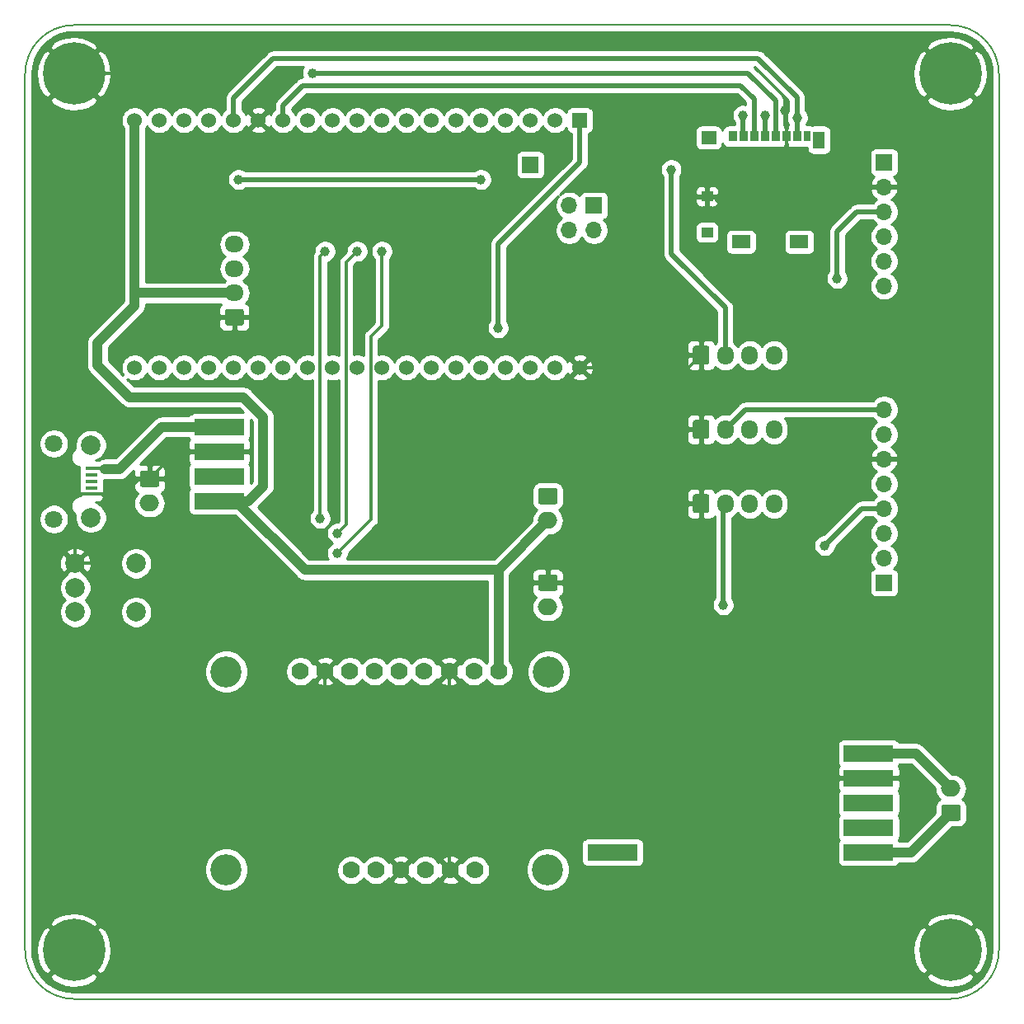
<source format=gbr>
%TF.GenerationSoftware,KiCad,Pcbnew,(5.1.6)-1*%
%TF.CreationDate,2021-04-07T10:22:08+02:00*%
%TF.ProjectId,03_La_Boite_A_Meuh,30335f4c-615f-4426-9f69-74655f415f4d,rev?*%
%TF.SameCoordinates,Original*%
%TF.FileFunction,Copper,L1,Top*%
%TF.FilePolarity,Positive*%
%FSLAX46Y46*%
G04 Gerber Fmt 4.6, Leading zero omitted, Abs format (unit mm)*
G04 Created by KiCad (PCBNEW (5.1.6)-1) date 2021-04-07 10:22:08*
%MOMM*%
%LPD*%
G01*
G04 APERTURE LIST*
%TA.AperFunction,Profile*%
%ADD10C,0.150000*%
%TD*%
%TA.AperFunction,ComponentPad*%
%ADD11C,1.530000*%
%TD*%
%TA.AperFunction,ComponentPad*%
%ADD12R,1.530000X1.530000*%
%TD*%
%TA.AperFunction,SMDPad,CuDef*%
%ADD13R,3.500000X1.700000*%
%TD*%
%TA.AperFunction,ComponentPad*%
%ADD14R,1.700000X1.700000*%
%TD*%
%TA.AperFunction,ComponentPad*%
%ADD15C,1.800000*%
%TD*%
%TA.AperFunction,ComponentPad*%
%ADD16C,2.000000*%
%TD*%
%TA.AperFunction,SMDPad,CuDef*%
%ADD17R,1.300000X0.450000*%
%TD*%
%TA.AperFunction,ComponentPad*%
%ADD18C,0.800000*%
%TD*%
%TA.AperFunction,ComponentPad*%
%ADD19C,6.400000*%
%TD*%
%TA.AperFunction,ComponentPad*%
%ADD20O,2.000000X1.700000*%
%TD*%
%TA.AperFunction,ComponentPad*%
%ADD21O,1.700000X1.950000*%
%TD*%
%TA.AperFunction,ComponentPad*%
%ADD22O,1.700000X1.700000*%
%TD*%
%TA.AperFunction,SMDPad,CuDef*%
%ADD23R,1.900000X1.350000*%
%TD*%
%TA.AperFunction,SMDPad,CuDef*%
%ADD24R,1.200000X1.000000*%
%TD*%
%TA.AperFunction,SMDPad,CuDef*%
%ADD25R,1.550000X1.350000*%
%TD*%
%TA.AperFunction,SMDPad,CuDef*%
%ADD26R,1.170000X1.800000*%
%TD*%
%TA.AperFunction,SMDPad,CuDef*%
%ADD27R,0.850000X1.100000*%
%TD*%
%TA.AperFunction,SMDPad,CuDef*%
%ADD28R,0.750000X1.100000*%
%TD*%
%TA.AperFunction,ComponentPad*%
%ADD29C,1.778000*%
%TD*%
%TA.AperFunction,ComponentPad*%
%ADD30C,3.200000*%
%TD*%
%TA.AperFunction,ComponentPad*%
%ADD31O,1.950000X1.700000*%
%TD*%
%TA.AperFunction,ViaPad*%
%ADD32C,1.000000*%
%TD*%
%TA.AperFunction,Conductor*%
%ADD33C,0.300000*%
%TD*%
%TA.AperFunction,Conductor*%
%ADD34C,1.000000*%
%TD*%
%TA.AperFunction,Conductor*%
%ADD35C,0.500000*%
%TD*%
%TA.AperFunction,Conductor*%
%ADD36C,0.254000*%
%TD*%
G04 APERTURE END LIST*
D10*
X180000000Y-55000000D02*
X195000000Y-55000000D01*
X157000000Y-55000000D02*
X180000000Y-55000000D01*
X195000000Y-55000000D02*
G75*
G02*
X200000000Y-60000000I0J-5000000D01*
G01*
X200000000Y-150000000D02*
G75*
G02*
X195000000Y-155000000I-5000000J0D01*
G01*
X105000000Y-155000000D02*
G75*
G02*
X100000000Y-150000000I0J5000000D01*
G01*
X100000000Y-60000000D02*
G75*
G02*
X105000000Y-55000000I5000000J0D01*
G01*
X100000000Y-150000000D02*
X100000000Y-60000000D01*
X195000000Y-155000000D02*
X105000000Y-155000000D01*
X200000000Y-60000000D02*
X200000000Y-150000000D01*
X105000000Y-55000000D02*
X157000000Y-55000000D01*
D11*
%TO.P,U2,38*%
%TO.N,GND*%
X156962000Y-90170000D03*
%TO.P,U2,37*%
%TO.N,Net-(R22-Pad2)*%
X154422000Y-90170000D03*
%TO.P,U2,36*%
%TO.N,SCL*%
X151882000Y-90170000D03*
%TO.P,U2,35*%
%TO.N,Net-(U2-Pad35)*%
X149342000Y-90170000D03*
%TO.P,U2,34*%
%TO.N,Net-(U2-Pad34)*%
X146802000Y-90170000D03*
%TO.P,U2,33*%
%TO.N,SDA*%
X144262000Y-90170000D03*
%TO.P,U2,32*%
%TO.N,Net-(U2-Pad32)*%
X141722000Y-90170000D03*
%TO.P,U2,31*%
%TO.N,Net-(R38-Pad2)*%
X139182000Y-90170000D03*
%TO.P,U2,30*%
%TO.N,SPI_SCK*%
X136642000Y-90170000D03*
%TO.P,U2,29*%
%TO.N,SPI_SDA*%
X134102000Y-90170000D03*
%TO.P,U2,28*%
%TO.N,LED_out*%
X131562000Y-90170000D03*
%TO.P,U2,27*%
%TO.N,Net-(R32-Pad2)*%
X129022000Y-90170000D03*
%TO.P,U2,26*%
%TO.N,Net-(R24-Pad2)*%
X126482000Y-90170000D03*
%TO.P,U2,25*%
%TO.N,SPI_RST*%
X123942000Y-90170000D03*
%TO.P,U2,24*%
%TO.N,S0*%
X121402000Y-90170000D03*
%TO.P,U2,23*%
%TO.N,SD_CS*%
X118862000Y-90170000D03*
%TO.P,U2,22*%
%TO.N,Net-(U2-Pad22)*%
X116322000Y-90170000D03*
%TO.P,U2,21*%
%TO.N,Net-(U2-Pad21)*%
X113782000Y-90170000D03*
%TO.P,U2,20*%
%TO.N,Net-(U2-Pad20)*%
X111242000Y-90170000D03*
%TO.P,U2,19*%
%TO.N,5V*%
X111242000Y-64770000D03*
%TO.P,U2,18*%
%TO.N,Net-(U2-Pad18)*%
X113782000Y-64770000D03*
%TO.P,U2,17*%
%TO.N,Net-(U2-Pad17)*%
X116322000Y-64770000D03*
%TO.P,U2,16*%
%TO.N,Net-(U2-Pad16)*%
X118862000Y-64770000D03*
%TO.P,U2,15*%
%TO.N,SD_MISO*%
X121402000Y-64770000D03*
%TO.P,U2,14*%
%TO.N,GND*%
X123942000Y-64770000D03*
%TO.P,U2,13*%
%TO.N,SD_MOSI*%
X126482000Y-64770000D03*
%TO.P,U2,12*%
%TO.N,SD_CLK*%
X129022000Y-64770000D03*
%TO.P,U2,11*%
%TO.N,out_BCLK*%
X131562000Y-64770000D03*
%TO.P,U2,10*%
%TO.N,out_DIN*%
X134102000Y-64770000D03*
%TO.P,U2,9*%
%TO.N,out_WSEL*%
X136642000Y-64770000D03*
%TO.P,U2,8*%
%TO.N,Net-(R27-Pad1)*%
X139182000Y-64770000D03*
%TO.P,U2,7*%
%TO.N,Net-(R26-Pad1)*%
X141722000Y-64770000D03*
%TO.P,U2,6*%
%TO.N,Net-(R25-Pad1)*%
X144262000Y-64770000D03*
%TO.P,U2,5*%
%TO.N,Net-(R20-Pad1)*%
X146802000Y-64770000D03*
%TO.P,U2,4*%
%TO.N,Net-(R23-Pad1)*%
X149342000Y-64770000D03*
%TO.P,U2,3*%
%TO.N,Net-(J10-Pad1)*%
X151882000Y-64770000D03*
%TO.P,U2,2*%
%TO.N,Net-(R7-Pad1)*%
X154422000Y-64770000D03*
D12*
%TO.P,U2,1*%
%TO.N,3V3*%
X156962000Y-64770000D03*
%TD*%
D13*
%TO.P,U4,4*%
%TO.N,5V*%
X119126000Y-103886000D03*
%TO.P,U4,3*%
%TO.N,VBAT2*%
X119126000Y-101346000D03*
%TO.P,U4,2*%
%TO.N,GND*%
X119126000Y-98806000D03*
%TO.P,U4,1*%
%TO.N,/Batt_alim/V_ext*%
X119126000Y-96266000D03*
D14*
%TO.P,U4,4*%
%TO.N,5V*%
X121666000Y-103886000D03*
%TO.P,U4,3*%
%TO.N,VBAT2*%
X121666000Y-101346000D03*
%TO.P,U4,2*%
%TO.N,GND*%
X121666000Y-98806000D03*
%TO.P,U4,1*%
%TO.N,/Batt_alim/V_ext*%
X121666000Y-96266000D03*
%TD*%
D15*
%TO.P,J9,6*%
%TO.N,Net-(C1-Pad1)*%
X102952000Y-105729000D03*
X102952000Y-97979000D03*
D16*
X106752000Y-105579000D03*
X106752000Y-98129000D03*
D17*
%TO.P,J9,5*%
%TO.N,GND*%
X106802000Y-103154000D03*
%TO.P,J9,4*%
%TO.N,Net-(J9-Pad4)*%
X106802000Y-102504000D03*
%TO.P,J9,3*%
%TO.N,Net-(J9-Pad3)*%
X106802000Y-101854000D03*
%TO.P,J9,2*%
%TO.N,Net-(J9-Pad2)*%
X106802000Y-101204000D03*
%TO.P,J9,1*%
%TO.N,/Batt_alim/V_ext*%
X106802000Y-100554000D03*
%TD*%
D18*
%TO.P,H3,1*%
%TO.N,GND*%
X196697056Y-148302944D03*
X195000000Y-147600000D03*
X193302944Y-148302944D03*
X192600000Y-150000000D03*
X193302944Y-151697056D03*
X195000000Y-152400000D03*
X196697056Y-151697056D03*
X197400000Y-150000000D03*
D19*
X195000000Y-150000000D03*
%TD*%
D18*
%TO.P,H1,1*%
%TO.N,GND*%
X106697056Y-58302944D03*
X105000000Y-57600000D03*
X103302944Y-58302944D03*
X102600000Y-60000000D03*
X103302944Y-61697056D03*
X105000000Y-62400000D03*
X106697056Y-61697056D03*
X107400000Y-60000000D03*
D19*
X105000000Y-60000000D03*
%TD*%
D18*
%TO.P,H2,1*%
%TO.N,GND*%
X196697056Y-58302944D03*
X195000000Y-57600000D03*
X193302944Y-58302944D03*
X192600000Y-60000000D03*
X193302944Y-61697056D03*
X195000000Y-62400000D03*
X196697056Y-61697056D03*
X197400000Y-60000000D03*
D19*
X195000000Y-60000000D03*
%TD*%
D18*
%TO.P,H4,1*%
%TO.N,GND*%
X106697056Y-148302944D03*
X105000000Y-147600000D03*
X103302944Y-148302944D03*
X102600000Y-150000000D03*
X103302944Y-151697056D03*
X105000000Y-152400000D03*
X106697056Y-151697056D03*
X107400000Y-150000000D03*
D19*
X105000000Y-150000000D03*
%TD*%
D14*
%TO.P,J10,1*%
%TO.N,Net-(J10-Pad1)*%
X151892000Y-69342000D03*
%TD*%
D20*
%TO.P,J18,2*%
%TO.N,bouton1*%
X153670000Y-114768000D03*
%TO.P,J18,1*%
%TO.N,GND*%
%TA.AperFunction,ComponentPad*%
G36*
G01*
X152920000Y-111418000D02*
X154420000Y-111418000D01*
G75*
G02*
X154670000Y-111668000I0J-250000D01*
G01*
X154670000Y-112868000D01*
G75*
G02*
X154420000Y-113118000I-250000J0D01*
G01*
X152920000Y-113118000D01*
G75*
G02*
X152670000Y-112868000I0J250000D01*
G01*
X152670000Y-111668000D01*
G75*
G02*
X152920000Y-111418000I250000J0D01*
G01*
G37*
%TD.AperFunction*%
%TD*%
%TO.P,J26,2*%
%TO.N,5V*%
X153670000Y-105878000D03*
%TO.P,J26,1*%
%TO.N,Net-(J26-Pad1)*%
%TA.AperFunction,ComponentPad*%
G36*
G01*
X152920000Y-102528000D02*
X154420000Y-102528000D01*
G75*
G02*
X154670000Y-102778000I0J-250000D01*
G01*
X154670000Y-103978000D01*
G75*
G02*
X154420000Y-104228000I-250000J0D01*
G01*
X152920000Y-104228000D01*
G75*
G02*
X152670000Y-103978000I0J250000D01*
G01*
X152670000Y-102778000D01*
G75*
G02*
X152920000Y-102528000I250000J0D01*
G01*
G37*
%TD.AperFunction*%
%TD*%
%TO.P,J29,2*%
%TO.N,Net-(J29-Pad2)*%
X195072000Y-133390000D03*
%TO.P,J29,1*%
%TO.N,Net-(J29-Pad1)*%
%TA.AperFunction,ComponentPad*%
G36*
G01*
X195822000Y-136740000D02*
X194322000Y-136740000D01*
G75*
G02*
X194072000Y-136490000I0J250000D01*
G01*
X194072000Y-135290000D01*
G75*
G02*
X194322000Y-135040000I250000J0D01*
G01*
X195822000Y-135040000D01*
G75*
G02*
X196072000Y-135290000I0J-250000D01*
G01*
X196072000Y-136490000D01*
G75*
G02*
X195822000Y-136740000I-250000J0D01*
G01*
G37*
%TD.AperFunction*%
%TD*%
D21*
%TO.P,J7,4*%
%TO.N,SDA*%
X176918000Y-88900000D03*
%TO.P,J7,3*%
%TO.N,SCL*%
X174418000Y-88900000D03*
%TO.P,J7,2*%
%TO.N,3V3*%
X171918000Y-88900000D03*
%TO.P,J7,1*%
%TO.N,GND*%
%TA.AperFunction,ComponentPad*%
G36*
G01*
X168568000Y-89625000D02*
X168568000Y-88175000D01*
G75*
G02*
X168818000Y-87925000I250000J0D01*
G01*
X170018000Y-87925000D01*
G75*
G02*
X170268000Y-88175000I0J-250000D01*
G01*
X170268000Y-89625000D01*
G75*
G02*
X170018000Y-89875000I-250000J0D01*
G01*
X168818000Y-89875000D01*
G75*
G02*
X168568000Y-89625000I0J250000D01*
G01*
G37*
%TD.AperFunction*%
%TD*%
%TO.P,J8,4*%
%TO.N,SDA*%
X176918000Y-104140000D03*
%TO.P,J8,3*%
%TO.N,SCL*%
X174418000Y-104140000D03*
%TO.P,J8,2*%
%TO.N,3V3*%
X171918000Y-104140000D03*
%TO.P,J8,1*%
%TO.N,GND*%
%TA.AperFunction,ComponentPad*%
G36*
G01*
X168568000Y-104865000D02*
X168568000Y-103415000D01*
G75*
G02*
X168818000Y-103165000I250000J0D01*
G01*
X170018000Y-103165000D01*
G75*
G02*
X170268000Y-103415000I0J-250000D01*
G01*
X170268000Y-104865000D01*
G75*
G02*
X170018000Y-105115000I-250000J0D01*
G01*
X168818000Y-105115000D01*
G75*
G02*
X168568000Y-104865000I0J250000D01*
G01*
G37*
%TD.AperFunction*%
%TD*%
%TO.P,J11,4*%
%TO.N,SDA*%
X176918000Y-96520000D03*
%TO.P,J11,3*%
%TO.N,SCL*%
X174418000Y-96520000D03*
%TO.P,J11,2*%
%TO.N,3V3*%
X171918000Y-96520000D03*
%TO.P,J11,1*%
%TO.N,GND*%
%TA.AperFunction,ComponentPad*%
G36*
G01*
X168568000Y-97245000D02*
X168568000Y-95795000D01*
G75*
G02*
X168818000Y-95545000I250000J0D01*
G01*
X170018000Y-95545000D01*
G75*
G02*
X170268000Y-95795000I0J-250000D01*
G01*
X170268000Y-97245000D01*
G75*
G02*
X170018000Y-97495000I-250000J0D01*
G01*
X168818000Y-97495000D01*
G75*
G02*
X168568000Y-97245000I0J250000D01*
G01*
G37*
%TD.AperFunction*%
%TD*%
D22*
%TO.P,J2,6*%
%TO.N,Net-(J2-Pad6)*%
X188214000Y-81788000D03*
%TO.P,J2,5*%
%TO.N,mic_LRCL*%
X188214000Y-79248000D03*
%TO.P,J2,4*%
%TO.N,mic_DOUT*%
X188214000Y-76708000D03*
%TO.P,J2,3*%
%TO.N,mic_BCLK*%
X188214000Y-74168000D03*
%TO.P,J2,2*%
%TO.N,GND*%
X188214000Y-71628000D03*
D14*
%TO.P,J2,1*%
%TO.N,3V3*%
X188214000Y-69088000D03*
%TD*%
D22*
%TO.P,J5,4*%
%TO.N,Net-(J5-Pad4)*%
X155876000Y-76072000D03*
%TO.P,J5,3*%
%TO.N,Net-(J5-Pad3)*%
X155876000Y-73532000D03*
%TO.P,J5,2*%
%TO.N,Net-(J5-Pad2)*%
X158416000Y-76072000D03*
D14*
%TO.P,J5,1*%
%TO.N,Net-(J5-Pad1)*%
X158416000Y-73532000D03*
%TD*%
D20*
%TO.P,J4,2*%
%TO.N,VBAT1*%
X112776000Y-104100000D03*
%TO.P,J4,1*%
%TO.N,GND*%
%TA.AperFunction,ComponentPad*%
G36*
G01*
X112026000Y-100750000D02*
X113526000Y-100750000D01*
G75*
G02*
X113776000Y-101000000I0J-250000D01*
G01*
X113776000Y-102200000D01*
G75*
G02*
X113526000Y-102450000I-250000J0D01*
G01*
X112026000Y-102450000D01*
G75*
G02*
X111776000Y-102200000I0J250000D01*
G01*
X111776000Y-101000000D01*
G75*
G02*
X112026000Y-100750000I250000J0D01*
G01*
G37*
%TD.AperFunction*%
%TD*%
D23*
%TO.P,J1,11*%
%TO.N,N/C*%
X179498000Y-77257000D03*
X173528000Y-77257000D03*
D24*
%TO.P,J1,9*%
%TO.N,GND*%
X170028000Y-72582000D03*
%TO.P,J1,10*%
%TO.N,N/C*%
X170028000Y-76282000D03*
D25*
%TO.P,J1,11*%
X170203000Y-66557000D03*
D26*
X181523000Y-66782000D03*
D27*
%TO.P,J1,7*%
%TO.N,SD_MISO*%
X179263000Y-66432000D03*
%TO.P,J1,6*%
%TO.N,GND*%
X178163000Y-66432000D03*
%TO.P,J1,5*%
%TO.N,SD_CLK*%
X177063000Y-66432000D03*
%TO.P,J1,4*%
%TO.N,3V3*%
X175963000Y-66432000D03*
%TO.P,J1,3*%
%TO.N,SD_MOSI*%
X174863000Y-66432000D03*
%TO.P,J1,2*%
%TO.N,SD_CS*%
X173763000Y-66432000D03*
D28*
%TO.P,J1,8*%
%TO.N,Net-(J1-Pad8)*%
X180313000Y-66432000D03*
D27*
%TO.P,J1,1*%
%TO.N,Net-(J1-Pad1)*%
X172663000Y-66432000D03*
%TD*%
D22*
%TO.P,J3,8*%
%TO.N,3V3*%
X188214000Y-94488000D03*
%TO.P,J3,7*%
%TO.N,SPI_RST*%
X188214000Y-97028000D03*
%TO.P,J3,6*%
%TO.N,GND*%
X188214000Y-99568000D03*
%TO.P,J3,5*%
%TO.N,Net-(J3-Pad5)*%
X188214000Y-102108000D03*
%TO.P,J3,4*%
%TO.N,SPI_MISO*%
X188214000Y-104648000D03*
%TO.P,J3,3*%
%TO.N,SPI_MOSI*%
X188214000Y-107188000D03*
%TO.P,J3,2*%
%TO.N,SPI_SCK*%
X188214000Y-109728000D03*
D14*
%TO.P,J3,1*%
%TO.N,SPI_SDA*%
X188214000Y-112268000D03*
%TD*%
D16*
%TO.P,U3,3*%
%TO.N,GND*%
X105156000Y-110276000D03*
%TO.P,U3,4*%
%TO.N,Net-(U1-Pad6)*%
X105156000Y-112776000D03*
%TO.P,U3,5*%
%TO.N,Net-(R2-Pad1)*%
X105156000Y-115276000D03*
%TO.P,U3,1*%
%TO.N,VBAT2*%
X111406000Y-115276000D03*
%TO.P,U3,2*%
%TO.N,VBAT1*%
X111406000Y-110276000D03*
%TD*%
D29*
%TO.P,U5,9*%
%TO.N,DAC_Rout*%
X128270000Y-121372000D03*
%TO.P,U5,8*%
%TO.N,GND*%
X130810000Y-121372000D03*
%TO.P,U5,7*%
%TO.N,DAC_Lout*%
X133350000Y-121372000D03*
%TO.P,U5,2*%
%TO.N,Net-(U5-Pad2)*%
X146070000Y-121372000D03*
%TO.P,U5,1*%
%TO.N,5V*%
X148610000Y-121372000D03*
%TO.P,U5,4*%
%TO.N,out_WSEL*%
X140970000Y-121372000D03*
%TO.P,U5,5*%
%TO.N,out_DIN*%
X138430000Y-121372000D03*
%TO.P,U5,6*%
%TO.N,out_BCLK*%
X135890000Y-121372000D03*
%TO.P,U5,3*%
%TO.N,GND*%
X143530000Y-121372000D03*
%TO.P,U5,14*%
%TO.N,Net-(U5-Pad14)*%
X136030000Y-141772000D03*
%TO.P,U5,15*%
%TO.N,Net-(U5-Pad15)*%
X133490000Y-141772000D03*
%TO.P,U5,13*%
%TO.N,GND*%
X138570000Y-141772000D03*
%TO.P,U5,12*%
%TO.N,Net-(U5-Pad12)*%
X141130000Y-141772000D03*
%TO.P,U5,11*%
%TO.N,GND*%
X143670000Y-141772000D03*
%TO.P,U5,10*%
%TO.N,Net-(U5-Pad10)*%
X146210000Y-141772000D03*
D30*
%TO.P,U5,C3*%
%TO.N,N/C*%
X120650000Y-121412000D03*
%TO.P,U5,C4*%
X153760000Y-121412000D03*
%TO.P,U5,C2*%
X120650000Y-141732000D03*
%TO.P,U5,C1*%
X153670000Y-141732000D03*
%TD*%
D14*
%TO.P,U1,1*%
%TO.N,Net-(J29-Pad1)*%
X184912000Y-139954000D03*
%TO.P,U1,2*%
%TO.N,5V*%
X184912000Y-137414000D03*
%TO.P,U1,3*%
%TO.N,Net-(R5-Pad2)*%
X184912000Y-134874000D03*
%TO.P,U1,4*%
%TO.N,GND*%
X184912000Y-132334000D03*
D13*
%TO.P,U1,1*%
%TO.N,Net-(J29-Pad1)*%
X187452000Y-139954000D03*
%TO.P,U1,2*%
%TO.N,5V*%
X187452000Y-137414000D03*
%TO.P,U1,3*%
%TO.N,Net-(R5-Pad2)*%
X187452000Y-134874000D03*
%TO.P,U1,4*%
%TO.N,GND*%
X187452000Y-132334000D03*
D14*
%TO.P,U1,5*%
%TO.N,Net-(J29-Pad2)*%
X184912000Y-129794000D03*
D13*
X187452000Y-129794000D03*
D14*
%TO.P,U1,6*%
%TO.N,Net-(U1-Pad6)*%
X162052000Y-139954000D03*
D13*
X159512000Y-139954000D03*
%TD*%
%TO.P,J6,1*%
%TO.N,GND*%
%TA.AperFunction,ComponentPad*%
G36*
G01*
X122225000Y-85850000D02*
X120775000Y-85850000D01*
G75*
G02*
X120525000Y-85600000I0J250000D01*
G01*
X120525000Y-84400000D01*
G75*
G02*
X120775000Y-84150000I250000J0D01*
G01*
X122225000Y-84150000D01*
G75*
G02*
X122475000Y-84400000I0J-250000D01*
G01*
X122475000Y-85600000D01*
G75*
G02*
X122225000Y-85850000I-250000J0D01*
G01*
G37*
%TD.AperFunction*%
D31*
%TO.P,J6,2*%
%TO.N,5V*%
X121500000Y-82500000D03*
%TO.P,J6,3*%
%TO.N,S0*%
X121500000Y-80000000D03*
%TO.P,J6,4*%
%TO.N,back0*%
X121500000Y-77500000D03*
%TD*%
D32*
%TO.N,GND*%
X108458000Y-93980000D03*
X140970000Y-103378000D03*
X164816000Y-74732000D03*
X178054000Y-63754000D03*
X168148000Y-72644000D03*
X115824000Y-60960000D03*
X105000000Y-140000000D03*
X110000000Y-125000000D03*
X115000000Y-120000000D03*
X105000000Y-145000000D03*
X105000000Y-130000000D03*
X105000000Y-125000000D03*
X105000000Y-120000000D03*
X110000000Y-130000000D03*
X110000000Y-140000000D03*
X110000000Y-145000000D03*
X110000000Y-150000000D03*
X115000000Y-140000000D03*
X115000000Y-145000000D03*
X115000000Y-150000000D03*
X120000000Y-150000000D03*
X125000000Y-150000000D03*
X130000000Y-150000000D03*
X135000000Y-150000000D03*
X140000000Y-150000000D03*
X145000000Y-150000000D03*
X150000000Y-150000000D03*
X155000000Y-150000000D03*
X160000000Y-150000000D03*
X165000000Y-150000000D03*
X170000000Y-150000000D03*
X175000000Y-150000000D03*
X180000000Y-150000000D03*
X185000000Y-150000000D03*
X190000000Y-150000000D03*
X195000000Y-145000000D03*
X195000000Y-140000000D03*
X110000000Y-135000000D03*
X115000000Y-135000000D03*
X120000000Y-135000000D03*
X125000000Y-135000000D03*
X130000000Y-135000000D03*
X135000000Y-135000000D03*
X140000000Y-135000000D03*
X145000000Y-135000000D03*
X150000000Y-135000000D03*
X155000000Y-135000000D03*
X160000000Y-135000000D03*
X165000000Y-135000000D03*
X165000000Y-140000000D03*
X165000000Y-145000000D03*
X170000000Y-145000000D03*
X175000000Y-145000000D03*
X180000000Y-145000000D03*
X185000000Y-145000000D03*
X190000000Y-145000000D03*
X165000000Y-125000000D03*
X160000000Y-125000000D03*
X170000000Y-125000000D03*
X175000000Y-125000000D03*
X180000000Y-125000000D03*
X185000000Y-125000000D03*
X190000000Y-125000000D03*
X195000000Y-125000000D03*
X160000000Y-120000000D03*
X165000000Y-120000000D03*
X170000000Y-120000000D03*
X175000000Y-120000000D03*
X180000000Y-120000000D03*
X185000000Y-120000000D03*
X190000000Y-120000000D03*
X195000000Y-120000000D03*
X160000000Y-115000000D03*
X195000000Y-115000000D03*
X195000000Y-110000000D03*
X195000000Y-105000000D03*
X195000000Y-100000000D03*
X195000000Y-95000000D03*
X195000000Y-90000000D03*
X195000000Y-85000000D03*
X195000000Y-80000000D03*
X195000000Y-75000000D03*
X195000000Y-70000000D03*
X195000000Y-65000000D03*
X190000000Y-60000000D03*
X185000000Y-60000000D03*
X180000000Y-60000000D03*
X105000000Y-65000000D03*
X105000000Y-70000000D03*
X105000000Y-75000000D03*
X105000000Y-80000000D03*
X105000000Y-85000000D03*
X105000000Y-90000000D03*
X120000000Y-115000000D03*
X125000000Y-110000000D03*
X120000000Y-110000000D03*
X130000000Y-115000000D03*
X135000000Y-130000000D03*
X140000000Y-130000000D03*
X140000000Y-125000000D03*
X135000000Y-125000000D03*
X130000000Y-130000000D03*
X145000000Y-125000000D03*
X145000000Y-130000000D03*
X155000000Y-125000000D03*
X182500000Y-102500000D03*
X167500000Y-65000000D03*
X162500000Y-65000000D03*
X127500000Y-105000000D03*
X137500000Y-100000000D03*
X142500000Y-100000000D03*
X147500000Y-100000000D03*
X152500000Y-100000000D03*
X157500000Y-100000000D03*
X160000000Y-105000000D03*
X180000000Y-115000000D03*
X175000000Y-115000000D03*
X185000000Y-115000000D03*
X190000000Y-115000000D03*
X147500000Y-92500000D03*
X140000000Y-80000000D03*
X140000000Y-85000000D03*
X135000000Y-85000000D03*
X126238000Y-74962000D03*
%TO.N,3V3*%
X176022000Y-64262000D03*
X166370000Y-69850000D03*
X148590000Y-86106000D03*
X171704000Y-114554000D03*
%TO.N,mic_BCLK*%
X183388000Y-81026000D03*
%TO.N,out_WSEL*%
X136652000Y-78232000D03*
X132080000Y-109220000D03*
%TO.N,out_DIN*%
X134112000Y-78232000D03*
X132080000Y-107188000D03*
%TO.N,out_BCLK*%
X130810000Y-78232000D03*
X130302000Y-105664000D03*
%TO.N,SD_CS*%
X173736000Y-64262000D03*
%TO.N,back0_div*%
X146812000Y-70866000D03*
X121920000Y-70866000D03*
%TO.N,SD_MISO*%
X179324000Y-64516000D03*
%TO.N,SD_CLK*%
X129540000Y-59944000D03*
%TO.N,SPI_MISO*%
X182118000Y-108458000D03*
%TD*%
D33*
%TO.N,GND*%
X184912000Y-132334000D02*
X187452000Y-132334000D01*
X119126000Y-98806000D02*
X121666000Y-98806000D01*
X143530000Y-141632000D02*
X143670000Y-141772000D01*
X130810000Y-121372000D02*
X130810000Y-123952000D01*
X135656000Y-128798000D02*
X143530000Y-128798000D01*
X130810000Y-123952000D02*
X135656000Y-128798000D01*
X143530000Y-121372000D02*
X143530000Y-128798000D01*
X143530000Y-128798000D02*
X143530000Y-141632000D01*
X106802000Y-103154000D02*
X110206000Y-103154000D01*
X111760000Y-101600000D02*
X112776000Y-101600000D01*
X110206000Y-103154000D02*
X111760000Y-101600000D01*
X115570000Y-98806000D02*
X119126000Y-98806000D01*
X112776000Y-101600000D02*
X115570000Y-98806000D01*
X106802000Y-103154000D02*
X104872000Y-103154000D01*
X104872000Y-103154000D02*
X104648000Y-103378000D01*
X104648000Y-103378000D02*
X104648000Y-108204000D01*
X105156000Y-108712000D02*
X105156000Y-110276000D01*
X104648000Y-108204000D02*
X105156000Y-108712000D01*
X108458000Y-93980000D02*
X105410000Y-93980000D01*
X104648000Y-94742000D02*
X104648000Y-103378000D01*
X105410000Y-93980000D02*
X104648000Y-94742000D01*
X169418000Y-106426000D02*
X169418000Y-104140000D01*
X163576000Y-112268000D02*
X169418000Y-106426000D01*
X188214000Y-99568000D02*
X170180000Y-99568000D01*
X169418000Y-98806000D02*
X169418000Y-96520000D01*
X170180000Y-99568000D02*
X169418000Y-98806000D01*
X168148000Y-90170000D02*
X169418000Y-88900000D01*
X159512000Y-112268000D02*
X163576000Y-112268000D01*
X159512000Y-112268000D02*
X159512000Y-123190000D01*
X153670000Y-112268000D02*
X159512000Y-112268000D01*
X153904000Y-128798000D02*
X143530000Y-128798000D01*
X159512000Y-123190000D02*
X153904000Y-128798000D01*
X140970000Y-103378000D02*
X143256000Y-101092000D01*
X143256000Y-101092000D02*
X154686000Y-101092000D01*
X159512000Y-105918000D02*
X159512000Y-112268000D01*
X154686000Y-101092000D02*
X159512000Y-105918000D01*
X178163000Y-66432000D02*
X178163000Y-63863000D01*
X178163000Y-63863000D02*
X178054000Y-63754000D01*
X170028000Y-72582000D02*
X168210000Y-72582000D01*
X168210000Y-72582000D02*
X168148000Y-72644000D01*
X105000000Y-60000000D02*
X114864000Y-60000000D01*
X114864000Y-60000000D02*
X115824000Y-60960000D01*
X164816000Y-90140000D02*
X164846000Y-90170000D01*
X164816000Y-74732000D02*
X164816000Y-90140000D01*
X156962000Y-90170000D02*
X164846000Y-90170000D01*
X164846000Y-90170000D02*
X168148000Y-90170000D01*
X170028000Y-72582000D02*
X170626000Y-72582000D01*
X170626000Y-72582000D02*
X172720000Y-74676000D01*
X172720000Y-74676000D02*
X176530000Y-74676000D01*
X176530000Y-74676000D02*
X177546000Y-73660000D01*
X177546000Y-73660000D02*
X177546000Y-68834000D01*
X178163000Y-68217000D02*
X178163000Y-66432000D01*
X177546000Y-68834000D02*
X178163000Y-68217000D01*
X105000000Y-140000000D02*
X105000000Y-130000000D01*
X105000000Y-120000000D02*
X115000000Y-120000000D01*
X106974000Y-110276000D02*
X105156000Y-110276000D01*
X107950000Y-111252000D02*
X106974000Y-110276000D01*
X107950000Y-115824000D02*
X107950000Y-111252000D01*
X115000000Y-120000000D02*
X112126000Y-120000000D01*
X112126000Y-120000000D02*
X107950000Y-115824000D01*
X160000000Y-123678000D02*
X159512000Y-123190000D01*
X160000000Y-125000000D02*
X160000000Y-123678000D01*
X167500000Y-71996000D02*
X168148000Y-72644000D01*
X167500000Y-65000000D02*
X167500000Y-71996000D01*
X160000000Y-105430000D02*
X159512000Y-105918000D01*
X160000000Y-105000000D02*
X160000000Y-105430000D01*
X160000000Y-102500000D02*
X157500000Y-100000000D01*
X160000000Y-105000000D02*
X160000000Y-102500000D01*
X157500000Y-100000000D02*
X137500000Y-100000000D01*
X137500000Y-100000000D02*
X137500000Y-102500000D01*
X138378000Y-103378000D02*
X140970000Y-103378000D01*
X137500000Y-102500000D02*
X138378000Y-103378000D01*
X147500000Y-100000000D02*
X147500000Y-92500000D01*
X140000000Y-85000000D02*
X140000000Y-80000000D01*
X137500000Y-75000000D02*
X126276000Y-75000000D01*
X140000000Y-80000000D02*
X140000000Y-77500000D01*
X126276000Y-75000000D02*
X126238000Y-74962000D01*
X140000000Y-77500000D02*
X137500000Y-75000000D01*
D34*
%TO.N,5V*%
X184912000Y-137414000D02*
X187452000Y-137414000D01*
X119126000Y-103886000D02*
X121666000Y-103886000D01*
X148610000Y-110938000D02*
X153670000Y-105878000D01*
X148610000Y-121372000D02*
X148610000Y-110938000D01*
X128718000Y-110938000D02*
X121666000Y-103886000D01*
X148610000Y-110938000D02*
X128718000Y-110938000D01*
X111242000Y-64770000D02*
X111242000Y-72126000D01*
X121666000Y-103886000D02*
X122936000Y-103886000D01*
X122936000Y-103886000D02*
X124460000Y-102362000D01*
X124460000Y-102362000D02*
X124460000Y-95250000D01*
X124460000Y-95250000D02*
X122428000Y-93218000D01*
X122428000Y-93218000D02*
X110744000Y-93218000D01*
X110744000Y-93218000D02*
X107442000Y-89916000D01*
X111242000Y-80274000D02*
X111242000Y-72126000D01*
X107442000Y-89916000D02*
X107442000Y-87630000D01*
X111242000Y-83830000D02*
X110236000Y-84836000D01*
X110236000Y-84836000D02*
X107442000Y-87630000D01*
X111500000Y-82500000D02*
X111242000Y-82758000D01*
X121500000Y-82500000D02*
X111500000Y-82500000D01*
X111242000Y-64770000D02*
X111242000Y-82758000D01*
X111242000Y-82758000D02*
X111242000Y-83830000D01*
D33*
%TO.N,Net-(J29-Pad2)*%
X184912000Y-129794000D02*
X187452000Y-129794000D01*
D34*
X191476000Y-129794000D02*
X195072000Y-133390000D01*
X187452000Y-129794000D02*
X191476000Y-129794000D01*
D33*
%TO.N,Net-(J29-Pad1)*%
X184912000Y-139954000D02*
X187452000Y-139954000D01*
D34*
X191008000Y-139954000D02*
X195072000Y-135890000D01*
X187452000Y-139954000D02*
X191008000Y-139954000D01*
D35*
%TO.N,3V3*%
X173950000Y-94488000D02*
X171918000Y-96520000D01*
X188214000Y-94488000D02*
X173950000Y-94488000D01*
X175963000Y-66432000D02*
X175963000Y-64321000D01*
X175963000Y-64321000D02*
X176022000Y-64262000D01*
X171918000Y-88900000D02*
X171918000Y-84114000D01*
X171918000Y-84114000D02*
X171918000Y-84034000D01*
X171918000Y-84034000D02*
X166370000Y-78486000D01*
X166370000Y-78486000D02*
X166370000Y-69850000D01*
X171704000Y-104354000D02*
X171918000Y-104140000D01*
X171704000Y-114554000D02*
X171704000Y-104354000D01*
X156962000Y-64770000D02*
X156962000Y-69098000D01*
X148590000Y-77470000D02*
X148590000Y-86106000D01*
X156962000Y-69098000D02*
X148590000Y-77470000D01*
%TO.N,Net-(R5-Pad2)*%
X184912000Y-134874000D02*
X187452000Y-134874000D01*
D34*
%TO.N,/Batt_alim/V_ext*%
X119126000Y-96266000D02*
X121666000Y-96266000D01*
X119126000Y-96266000D02*
X114046000Y-96266000D01*
X114046000Y-96266000D02*
X109728000Y-100584000D01*
X109728000Y-100584000D02*
X108204000Y-100584000D01*
D33*
X108174000Y-100554000D02*
X108204000Y-100584000D01*
X106802000Y-100554000D02*
X108174000Y-100554000D01*
D35*
%TO.N,mic_BCLK*%
X183388000Y-81026000D02*
X183388000Y-76200000D01*
X185420000Y-74168000D02*
X188214000Y-74168000D01*
X183388000Y-76200000D02*
X185420000Y-74168000D01*
D33*
%TO.N,out_WSEL*%
X135526999Y-105773001D02*
X132969000Y-108331000D01*
X132969000Y-108331000D02*
X132080000Y-109220000D01*
X136652000Y-85848000D02*
X135526999Y-86973001D01*
X136652000Y-78232000D02*
X136652000Y-85848000D01*
X135526999Y-86973001D02*
X135526999Y-105773001D01*
%TO.N,out_DIN*%
X132986999Y-106281001D02*
X132080000Y-107188000D01*
X132986999Y-79357001D02*
X132986999Y-106281001D01*
X134112000Y-78232000D02*
X132986999Y-79357001D01*
%TO.N,out_BCLK*%
X130310001Y-78731999D02*
X130310001Y-94987999D01*
X130810000Y-78232000D02*
X130310001Y-78731999D01*
X130310001Y-94987999D02*
X130302000Y-94996000D01*
X130302000Y-94996000D02*
X130302000Y-105664000D01*
D35*
%TO.N,SD_CS*%
X173736000Y-66405000D02*
X173763000Y-66432000D01*
X173736000Y-64262000D02*
X173736000Y-66405000D01*
%TO.N,back0_div*%
X146812000Y-70866000D02*
X121920000Y-70866000D01*
%TO.N,SD_MISO*%
X179263000Y-66432000D02*
X179263000Y-62423000D01*
X179263000Y-62423000D02*
X175260000Y-58420000D01*
X175260000Y-58420000D02*
X125476000Y-58420000D01*
X121402000Y-62494000D02*
X121402000Y-64770000D01*
X125476000Y-58420000D02*
X121402000Y-62494000D01*
%TO.N,SD_CLK*%
X177063000Y-66432000D02*
X177063000Y-62763000D01*
X177063000Y-62763000D02*
X174244000Y-59944000D01*
X174244000Y-59944000D02*
X129540000Y-59944000D01*
%TO.N,SD_MOSI*%
X174863000Y-66432000D02*
X174863000Y-62595000D01*
X174863000Y-62595000D02*
X173482000Y-61214000D01*
X173482000Y-61214000D02*
X128524000Y-61214000D01*
X126482000Y-63256000D02*
X126482000Y-64770000D01*
X128524000Y-61214000D02*
X126482000Y-63256000D01*
%TO.N,SPI_MISO*%
X182118000Y-108458000D02*
X185674000Y-104902000D01*
X185928000Y-104648000D02*
X185674000Y-104902000D01*
X188214000Y-104648000D02*
X185928000Y-104648000D01*
%TO.N,Net-(U1-Pad6)*%
X159512000Y-139954000D02*
X162052000Y-139954000D01*
%TO.N,VBAT2*%
X119126000Y-101346000D02*
X121666000Y-101346000D01*
%TD*%
D36*
%TO.N,GND*%
G36*
X195759192Y-55780578D02*
G01*
X196494389Y-55981705D01*
X197182351Y-56309846D01*
X197801331Y-56754628D01*
X198331761Y-57301988D01*
X198756884Y-57934639D01*
X199063251Y-58632561D01*
X199242499Y-59379183D01*
X199290000Y-60026030D01*
X199290001Y-149968370D01*
X199219422Y-150759193D01*
X199018295Y-151494389D01*
X198690152Y-152182355D01*
X198245374Y-152801328D01*
X197698012Y-153331761D01*
X197065362Y-153756883D01*
X196367439Y-154063251D01*
X195620819Y-154242499D01*
X194973970Y-154290000D01*
X105031618Y-154290000D01*
X104240807Y-154219422D01*
X103505611Y-154018295D01*
X102817645Y-153690152D01*
X102198672Y-153245374D01*
X101671020Y-152700881D01*
X102478724Y-152700881D01*
X102838912Y-153190548D01*
X103502882Y-153550849D01*
X104224385Y-153774694D01*
X104975695Y-153853480D01*
X105727938Y-153784178D01*
X106452208Y-153569452D01*
X107120670Y-153217555D01*
X107161088Y-153190548D01*
X107521276Y-152700881D01*
X192478724Y-152700881D01*
X192838912Y-153190548D01*
X193502882Y-153550849D01*
X194224385Y-153774694D01*
X194975695Y-153853480D01*
X195727938Y-153784178D01*
X196452208Y-153569452D01*
X197120670Y-153217555D01*
X197161088Y-153190548D01*
X197521276Y-152700881D01*
X195000000Y-150179605D01*
X192478724Y-152700881D01*
X107521276Y-152700881D01*
X105000000Y-150179605D01*
X102478724Y-152700881D01*
X101671020Y-152700881D01*
X101668239Y-152698012D01*
X101243117Y-152065362D01*
X100936749Y-151367439D01*
X100757501Y-150620819D01*
X100710127Y-149975695D01*
X101146520Y-149975695D01*
X101215822Y-150727938D01*
X101430548Y-151452208D01*
X101782445Y-152120670D01*
X101809452Y-152161088D01*
X102299119Y-152521276D01*
X104820395Y-150000000D01*
X105179605Y-150000000D01*
X107700881Y-152521276D01*
X108190548Y-152161088D01*
X108550849Y-151497118D01*
X108774694Y-150775615D01*
X108853480Y-150024305D01*
X108849002Y-149975695D01*
X191146520Y-149975695D01*
X191215822Y-150727938D01*
X191430548Y-151452208D01*
X191782445Y-152120670D01*
X191809452Y-152161088D01*
X192299119Y-152521276D01*
X194820395Y-150000000D01*
X195179605Y-150000000D01*
X197700881Y-152521276D01*
X198190548Y-152161088D01*
X198550849Y-151497118D01*
X198774694Y-150775615D01*
X198853480Y-150024305D01*
X198784178Y-149272062D01*
X198569452Y-148547792D01*
X198217555Y-147879330D01*
X198190548Y-147838912D01*
X197700881Y-147478724D01*
X195179605Y-150000000D01*
X194820395Y-150000000D01*
X192299119Y-147478724D01*
X191809452Y-147838912D01*
X191449151Y-148502882D01*
X191225306Y-149224385D01*
X191146520Y-149975695D01*
X108849002Y-149975695D01*
X108784178Y-149272062D01*
X108569452Y-148547792D01*
X108217555Y-147879330D01*
X108190548Y-147838912D01*
X107700881Y-147478724D01*
X105179605Y-150000000D01*
X104820395Y-150000000D01*
X102299119Y-147478724D01*
X101809452Y-147838912D01*
X101449151Y-148502882D01*
X101225306Y-149224385D01*
X101146520Y-149975695D01*
X100710127Y-149975695D01*
X100710000Y-149973970D01*
X100710000Y-147299119D01*
X102478724Y-147299119D01*
X105000000Y-149820395D01*
X107521276Y-147299119D01*
X192478724Y-147299119D01*
X195000000Y-149820395D01*
X197521276Y-147299119D01*
X197161088Y-146809452D01*
X196497118Y-146449151D01*
X195775615Y-146225306D01*
X195024305Y-146146520D01*
X194272062Y-146215822D01*
X193547792Y-146430548D01*
X192879330Y-146782445D01*
X192838912Y-146809452D01*
X192478724Y-147299119D01*
X107521276Y-147299119D01*
X107161088Y-146809452D01*
X106497118Y-146449151D01*
X105775615Y-146225306D01*
X105024305Y-146146520D01*
X104272062Y-146215822D01*
X103547792Y-146430548D01*
X102879330Y-146782445D01*
X102838912Y-146809452D01*
X102478724Y-147299119D01*
X100710000Y-147299119D01*
X100710000Y-141511872D01*
X118415000Y-141511872D01*
X118415000Y-141952128D01*
X118500890Y-142383925D01*
X118669369Y-142790669D01*
X118913962Y-143156729D01*
X119225271Y-143468038D01*
X119591331Y-143712631D01*
X119998075Y-143881110D01*
X120429872Y-143967000D01*
X120870128Y-143967000D01*
X121301925Y-143881110D01*
X121708669Y-143712631D01*
X122074729Y-143468038D01*
X122386038Y-143156729D01*
X122630631Y-142790669D01*
X122799110Y-142383925D01*
X122885000Y-141952128D01*
X122885000Y-141621899D01*
X131966000Y-141621899D01*
X131966000Y-141922101D01*
X132024566Y-142216534D01*
X132139449Y-142493885D01*
X132306232Y-142743493D01*
X132518507Y-142955768D01*
X132768115Y-143122551D01*
X133045466Y-143237434D01*
X133339899Y-143296000D01*
X133640101Y-143296000D01*
X133934534Y-143237434D01*
X134211885Y-143122551D01*
X134461493Y-142955768D01*
X134673768Y-142743493D01*
X134760000Y-142614438D01*
X134846232Y-142743493D01*
X135058507Y-142955768D01*
X135308115Y-143122551D01*
X135585466Y-143237434D01*
X135879899Y-143296000D01*
X136180101Y-143296000D01*
X136474534Y-143237434D01*
X136751885Y-143122551D01*
X137001493Y-142955768D01*
X137129030Y-142828231D01*
X137693374Y-142828231D01*
X137775727Y-143081289D01*
X138046418Y-143211086D01*
X138337230Y-143285580D01*
X138636988Y-143301908D01*
X138934171Y-143259443D01*
X139217359Y-143159816D01*
X139364273Y-143081289D01*
X139446626Y-142828231D01*
X138570000Y-141951605D01*
X137693374Y-142828231D01*
X137129030Y-142828231D01*
X137213768Y-142743493D01*
X137319417Y-142585378D01*
X137513769Y-142648626D01*
X138390395Y-141772000D01*
X138749605Y-141772000D01*
X139626231Y-142648626D01*
X139837011Y-142580032D01*
X139946232Y-142743493D01*
X140158507Y-142955768D01*
X140408115Y-143122551D01*
X140685466Y-143237434D01*
X140979899Y-143296000D01*
X141280101Y-143296000D01*
X141574534Y-143237434D01*
X141851885Y-143122551D01*
X142101493Y-142955768D01*
X142229030Y-142828231D01*
X142793374Y-142828231D01*
X142875727Y-143081289D01*
X143146418Y-143211086D01*
X143437230Y-143285580D01*
X143736988Y-143301908D01*
X144034171Y-143259443D01*
X144317359Y-143159816D01*
X144464273Y-143081289D01*
X144546626Y-142828231D01*
X143670000Y-141951605D01*
X142793374Y-142828231D01*
X142229030Y-142828231D01*
X142313768Y-142743493D01*
X142419417Y-142585378D01*
X142613769Y-142648626D01*
X143490395Y-141772000D01*
X143849605Y-141772000D01*
X144726231Y-142648626D01*
X144920583Y-142585378D01*
X145026232Y-142743493D01*
X145238507Y-142955768D01*
X145488115Y-143122551D01*
X145765466Y-143237434D01*
X146059899Y-143296000D01*
X146360101Y-143296000D01*
X146654534Y-143237434D01*
X146931885Y-143122551D01*
X147181493Y-142955768D01*
X147393768Y-142743493D01*
X147560551Y-142493885D01*
X147675434Y-142216534D01*
X147734000Y-141922101D01*
X147734000Y-141621899D01*
X147712115Y-141511872D01*
X151435000Y-141511872D01*
X151435000Y-141952128D01*
X151520890Y-142383925D01*
X151689369Y-142790669D01*
X151933962Y-143156729D01*
X152245271Y-143468038D01*
X152611331Y-143712631D01*
X153018075Y-143881110D01*
X153449872Y-143967000D01*
X153890128Y-143967000D01*
X154321925Y-143881110D01*
X154728669Y-143712631D01*
X155094729Y-143468038D01*
X155406038Y-143156729D01*
X155650631Y-142790669D01*
X155819110Y-142383925D01*
X155905000Y-141952128D01*
X155905000Y-141511872D01*
X155819110Y-141080075D01*
X155650631Y-140673331D01*
X155406038Y-140307271D01*
X155094729Y-139995962D01*
X154728669Y-139751369D01*
X154321925Y-139582890D01*
X153890128Y-139497000D01*
X153449872Y-139497000D01*
X153018075Y-139582890D01*
X152611331Y-139751369D01*
X152245271Y-139995962D01*
X151933962Y-140307271D01*
X151689369Y-140673331D01*
X151520890Y-141080075D01*
X151435000Y-141511872D01*
X147712115Y-141511872D01*
X147675434Y-141327466D01*
X147560551Y-141050115D01*
X147393768Y-140800507D01*
X147181493Y-140588232D01*
X146931885Y-140421449D01*
X146654534Y-140306566D01*
X146360101Y-140248000D01*
X146059899Y-140248000D01*
X145765466Y-140306566D01*
X145488115Y-140421449D01*
X145238507Y-140588232D01*
X145026232Y-140800507D01*
X144920583Y-140958622D01*
X144726231Y-140895374D01*
X143849605Y-141772000D01*
X143490395Y-141772000D01*
X142613769Y-140895374D01*
X142419417Y-140958622D01*
X142313768Y-140800507D01*
X142229030Y-140715769D01*
X142793374Y-140715769D01*
X143670000Y-141592395D01*
X144546626Y-140715769D01*
X144464273Y-140462711D01*
X144193582Y-140332914D01*
X143902770Y-140258420D01*
X143603012Y-140242092D01*
X143305829Y-140284557D01*
X143022641Y-140384184D01*
X142875727Y-140462711D01*
X142793374Y-140715769D01*
X142229030Y-140715769D01*
X142101493Y-140588232D01*
X141851885Y-140421449D01*
X141574534Y-140306566D01*
X141280101Y-140248000D01*
X140979899Y-140248000D01*
X140685466Y-140306566D01*
X140408115Y-140421449D01*
X140158507Y-140588232D01*
X139946232Y-140800507D01*
X139837011Y-140963968D01*
X139626231Y-140895374D01*
X138749605Y-141772000D01*
X138390395Y-141772000D01*
X137513769Y-140895374D01*
X137319417Y-140958622D01*
X137213768Y-140800507D01*
X137129030Y-140715769D01*
X137693374Y-140715769D01*
X138570000Y-141592395D01*
X139446626Y-140715769D01*
X139364273Y-140462711D01*
X139093582Y-140332914D01*
X138802770Y-140258420D01*
X138503012Y-140242092D01*
X138205829Y-140284557D01*
X137922641Y-140384184D01*
X137775727Y-140462711D01*
X137693374Y-140715769D01*
X137129030Y-140715769D01*
X137001493Y-140588232D01*
X136751885Y-140421449D01*
X136474534Y-140306566D01*
X136180101Y-140248000D01*
X135879899Y-140248000D01*
X135585466Y-140306566D01*
X135308115Y-140421449D01*
X135058507Y-140588232D01*
X134846232Y-140800507D01*
X134760000Y-140929562D01*
X134673768Y-140800507D01*
X134461493Y-140588232D01*
X134211885Y-140421449D01*
X133934534Y-140306566D01*
X133640101Y-140248000D01*
X133339899Y-140248000D01*
X133045466Y-140306566D01*
X132768115Y-140421449D01*
X132518507Y-140588232D01*
X132306232Y-140800507D01*
X132139449Y-141050115D01*
X132024566Y-141327466D01*
X131966000Y-141621899D01*
X122885000Y-141621899D01*
X122885000Y-141511872D01*
X122799110Y-141080075D01*
X122630631Y-140673331D01*
X122386038Y-140307271D01*
X122074729Y-139995962D01*
X121708669Y-139751369D01*
X121301925Y-139582890D01*
X120870128Y-139497000D01*
X120429872Y-139497000D01*
X119998075Y-139582890D01*
X119591331Y-139751369D01*
X119225271Y-139995962D01*
X118913962Y-140307271D01*
X118669369Y-140673331D01*
X118500890Y-141080075D01*
X118415000Y-141511872D01*
X100710000Y-141511872D01*
X100710000Y-139104000D01*
X157123928Y-139104000D01*
X157123928Y-140804000D01*
X157136188Y-140928482D01*
X157172498Y-141048180D01*
X157231463Y-141158494D01*
X157310815Y-141255185D01*
X157407506Y-141334537D01*
X157517820Y-141393502D01*
X157637518Y-141429812D01*
X157762000Y-141442072D01*
X162902000Y-141442072D01*
X163026482Y-141429812D01*
X163146180Y-141393502D01*
X163256494Y-141334537D01*
X163353185Y-141255185D01*
X163432537Y-141158494D01*
X163491502Y-141048180D01*
X163527812Y-140928482D01*
X163540072Y-140804000D01*
X163540072Y-139104000D01*
X163527812Y-138979518D01*
X163491502Y-138859820D01*
X163432537Y-138749506D01*
X163353185Y-138652815D01*
X163256494Y-138573463D01*
X163146180Y-138514498D01*
X163026482Y-138478188D01*
X162902000Y-138465928D01*
X157762000Y-138465928D01*
X157637518Y-138478188D01*
X157517820Y-138514498D01*
X157407506Y-138573463D01*
X157310815Y-138652815D01*
X157231463Y-138749506D01*
X157172498Y-138859820D01*
X157136188Y-138979518D01*
X157123928Y-139104000D01*
X100710000Y-139104000D01*
X100710000Y-128944000D01*
X183423928Y-128944000D01*
X183423928Y-130644000D01*
X183436188Y-130768482D01*
X183472498Y-130888180D01*
X183531463Y-130998494D01*
X183585222Y-131064000D01*
X183531463Y-131129506D01*
X183472498Y-131239820D01*
X183436188Y-131359518D01*
X183423928Y-131484000D01*
X183427000Y-132048250D01*
X183585750Y-132207000D01*
X184785000Y-132207000D01*
X184785000Y-132187000D01*
X185039000Y-132187000D01*
X185039000Y-132207000D01*
X187325000Y-132207000D01*
X187325000Y-132187000D01*
X187579000Y-132187000D01*
X187579000Y-132207000D01*
X189678250Y-132207000D01*
X189837000Y-132048250D01*
X189840072Y-131484000D01*
X189827812Y-131359518D01*
X189791502Y-131239820D01*
X189732537Y-131129506D01*
X189678778Y-131064000D01*
X189732537Y-130998494D01*
X189769683Y-130929000D01*
X191005869Y-130929000D01*
X193433137Y-133356269D01*
X193429815Y-133390000D01*
X193458487Y-133681111D01*
X193543401Y-133961034D01*
X193681294Y-134219014D01*
X193866866Y-134445134D01*
X193930337Y-134497223D01*
X193828614Y-134551595D01*
X193694038Y-134662038D01*
X193583595Y-134796614D01*
X193501528Y-134950150D01*
X193450992Y-135116746D01*
X193433928Y-135290000D01*
X193433928Y-135922940D01*
X190537869Y-138819000D01*
X189769683Y-138819000D01*
X189732537Y-138749506D01*
X189678778Y-138684000D01*
X189732537Y-138618494D01*
X189791502Y-138508180D01*
X189827812Y-138388482D01*
X189840072Y-138264000D01*
X189840072Y-136564000D01*
X189827812Y-136439518D01*
X189791502Y-136319820D01*
X189732537Y-136209506D01*
X189678778Y-136144000D01*
X189732537Y-136078494D01*
X189791502Y-135968180D01*
X189827812Y-135848482D01*
X189840072Y-135724000D01*
X189840072Y-134024000D01*
X189827812Y-133899518D01*
X189791502Y-133779820D01*
X189732537Y-133669506D01*
X189678778Y-133604000D01*
X189732537Y-133538494D01*
X189791502Y-133428180D01*
X189827812Y-133308482D01*
X189840072Y-133184000D01*
X189837000Y-132619750D01*
X189678250Y-132461000D01*
X187579000Y-132461000D01*
X187579000Y-132481000D01*
X187325000Y-132481000D01*
X187325000Y-132461000D01*
X185039000Y-132461000D01*
X185039000Y-132481000D01*
X184785000Y-132481000D01*
X184785000Y-132461000D01*
X183585750Y-132461000D01*
X183427000Y-132619750D01*
X183423928Y-133184000D01*
X183436188Y-133308482D01*
X183472498Y-133428180D01*
X183531463Y-133538494D01*
X183585222Y-133604000D01*
X183531463Y-133669506D01*
X183472498Y-133779820D01*
X183436188Y-133899518D01*
X183423928Y-134024000D01*
X183423928Y-135724000D01*
X183436188Y-135848482D01*
X183472498Y-135968180D01*
X183531463Y-136078494D01*
X183585222Y-136144000D01*
X183531463Y-136209506D01*
X183472498Y-136319820D01*
X183436188Y-136439518D01*
X183423928Y-136564000D01*
X183423928Y-138264000D01*
X183436188Y-138388482D01*
X183472498Y-138508180D01*
X183531463Y-138618494D01*
X183585222Y-138684000D01*
X183531463Y-138749506D01*
X183472498Y-138859820D01*
X183436188Y-138979518D01*
X183423928Y-139104000D01*
X183423928Y-140804000D01*
X183436188Y-140928482D01*
X183472498Y-141048180D01*
X183531463Y-141158494D01*
X183610815Y-141255185D01*
X183707506Y-141334537D01*
X183817820Y-141393502D01*
X183937518Y-141429812D01*
X184062000Y-141442072D01*
X189202000Y-141442072D01*
X189326482Y-141429812D01*
X189446180Y-141393502D01*
X189556494Y-141334537D01*
X189653185Y-141255185D01*
X189732537Y-141158494D01*
X189769683Y-141089000D01*
X190952249Y-141089000D01*
X191008000Y-141094491D01*
X191063751Y-141089000D01*
X191063752Y-141089000D01*
X191230499Y-141072577D01*
X191444447Y-141007676D01*
X191641623Y-140902284D01*
X191814449Y-140760449D01*
X191849996Y-140717135D01*
X195189060Y-137378072D01*
X195822000Y-137378072D01*
X195995254Y-137361008D01*
X196161850Y-137310472D01*
X196315386Y-137228405D01*
X196449962Y-137117962D01*
X196560405Y-136983386D01*
X196642472Y-136829850D01*
X196693008Y-136663254D01*
X196710072Y-136490000D01*
X196710072Y-135290000D01*
X196693008Y-135116746D01*
X196642472Y-134950150D01*
X196560405Y-134796614D01*
X196449962Y-134662038D01*
X196315386Y-134551595D01*
X196213663Y-134497223D01*
X196277134Y-134445134D01*
X196462706Y-134219014D01*
X196600599Y-133961034D01*
X196685513Y-133681111D01*
X196714185Y-133390000D01*
X196685513Y-133098889D01*
X196600599Y-132818966D01*
X196462706Y-132560986D01*
X196277134Y-132334866D01*
X196051014Y-132149294D01*
X195793034Y-132011401D01*
X195513111Y-131926487D01*
X195294950Y-131905000D01*
X195192132Y-131905000D01*
X192317996Y-129030865D01*
X192282449Y-128987551D01*
X192109623Y-128845716D01*
X191912447Y-128740324D01*
X191698499Y-128675423D01*
X191531752Y-128659000D01*
X191531751Y-128659000D01*
X191476000Y-128653509D01*
X191420249Y-128659000D01*
X189769683Y-128659000D01*
X189732537Y-128589506D01*
X189653185Y-128492815D01*
X189556494Y-128413463D01*
X189446180Y-128354498D01*
X189326482Y-128318188D01*
X189202000Y-128305928D01*
X184062000Y-128305928D01*
X183937518Y-128318188D01*
X183817820Y-128354498D01*
X183707506Y-128413463D01*
X183610815Y-128492815D01*
X183531463Y-128589506D01*
X183472498Y-128699820D01*
X183436188Y-128819518D01*
X183423928Y-128944000D01*
X100710000Y-128944000D01*
X100710000Y-121191872D01*
X118415000Y-121191872D01*
X118415000Y-121632128D01*
X118500890Y-122063925D01*
X118669369Y-122470669D01*
X118913962Y-122836729D01*
X119225271Y-123148038D01*
X119591331Y-123392631D01*
X119998075Y-123561110D01*
X120429872Y-123647000D01*
X120870128Y-123647000D01*
X121301925Y-123561110D01*
X121708669Y-123392631D01*
X122074729Y-123148038D01*
X122386038Y-122836729D01*
X122630631Y-122470669D01*
X122799110Y-122063925D01*
X122885000Y-121632128D01*
X122885000Y-121221899D01*
X126746000Y-121221899D01*
X126746000Y-121522101D01*
X126804566Y-121816534D01*
X126919449Y-122093885D01*
X127086232Y-122343493D01*
X127298507Y-122555768D01*
X127548115Y-122722551D01*
X127825466Y-122837434D01*
X128119899Y-122896000D01*
X128420101Y-122896000D01*
X128714534Y-122837434D01*
X128991885Y-122722551D01*
X129241493Y-122555768D01*
X129369030Y-122428231D01*
X129933374Y-122428231D01*
X130015727Y-122681289D01*
X130286418Y-122811086D01*
X130577230Y-122885580D01*
X130876988Y-122901908D01*
X131174171Y-122859443D01*
X131457359Y-122759816D01*
X131604273Y-122681289D01*
X131686626Y-122428231D01*
X130810000Y-121551605D01*
X129933374Y-122428231D01*
X129369030Y-122428231D01*
X129453768Y-122343493D01*
X129559417Y-122185378D01*
X129753769Y-122248626D01*
X130630395Y-121372000D01*
X130989605Y-121372000D01*
X131866231Y-122248626D01*
X132060583Y-122185378D01*
X132166232Y-122343493D01*
X132378507Y-122555768D01*
X132628115Y-122722551D01*
X132905466Y-122837434D01*
X133199899Y-122896000D01*
X133500101Y-122896000D01*
X133794534Y-122837434D01*
X134071885Y-122722551D01*
X134321493Y-122555768D01*
X134533768Y-122343493D01*
X134620000Y-122214438D01*
X134706232Y-122343493D01*
X134918507Y-122555768D01*
X135168115Y-122722551D01*
X135445466Y-122837434D01*
X135739899Y-122896000D01*
X136040101Y-122896000D01*
X136334534Y-122837434D01*
X136611885Y-122722551D01*
X136861493Y-122555768D01*
X137073768Y-122343493D01*
X137160000Y-122214438D01*
X137246232Y-122343493D01*
X137458507Y-122555768D01*
X137708115Y-122722551D01*
X137985466Y-122837434D01*
X138279899Y-122896000D01*
X138580101Y-122896000D01*
X138874534Y-122837434D01*
X139151885Y-122722551D01*
X139401493Y-122555768D01*
X139613768Y-122343493D01*
X139700000Y-122214438D01*
X139786232Y-122343493D01*
X139998507Y-122555768D01*
X140248115Y-122722551D01*
X140525466Y-122837434D01*
X140819899Y-122896000D01*
X141120101Y-122896000D01*
X141414534Y-122837434D01*
X141691885Y-122722551D01*
X141941493Y-122555768D01*
X142069030Y-122428231D01*
X142653374Y-122428231D01*
X142735727Y-122681289D01*
X143006418Y-122811086D01*
X143297230Y-122885580D01*
X143596988Y-122901908D01*
X143894171Y-122859443D01*
X144177359Y-122759816D01*
X144324273Y-122681289D01*
X144406626Y-122428231D01*
X143530000Y-121551605D01*
X142653374Y-122428231D01*
X142069030Y-122428231D01*
X142153768Y-122343493D01*
X142262989Y-122180032D01*
X142473769Y-122248626D01*
X143350395Y-121372000D01*
X142473769Y-120495374D01*
X142262989Y-120563968D01*
X142153768Y-120400507D01*
X142069030Y-120315769D01*
X142653374Y-120315769D01*
X143530000Y-121192395D01*
X144406626Y-120315769D01*
X144324273Y-120062711D01*
X144053582Y-119932914D01*
X143762770Y-119858420D01*
X143463012Y-119842092D01*
X143165829Y-119884557D01*
X142882641Y-119984184D01*
X142735727Y-120062711D01*
X142653374Y-120315769D01*
X142069030Y-120315769D01*
X141941493Y-120188232D01*
X141691885Y-120021449D01*
X141414534Y-119906566D01*
X141120101Y-119848000D01*
X140819899Y-119848000D01*
X140525466Y-119906566D01*
X140248115Y-120021449D01*
X139998507Y-120188232D01*
X139786232Y-120400507D01*
X139700000Y-120529562D01*
X139613768Y-120400507D01*
X139401493Y-120188232D01*
X139151885Y-120021449D01*
X138874534Y-119906566D01*
X138580101Y-119848000D01*
X138279899Y-119848000D01*
X137985466Y-119906566D01*
X137708115Y-120021449D01*
X137458507Y-120188232D01*
X137246232Y-120400507D01*
X137160000Y-120529562D01*
X137073768Y-120400507D01*
X136861493Y-120188232D01*
X136611885Y-120021449D01*
X136334534Y-119906566D01*
X136040101Y-119848000D01*
X135739899Y-119848000D01*
X135445466Y-119906566D01*
X135168115Y-120021449D01*
X134918507Y-120188232D01*
X134706232Y-120400507D01*
X134620000Y-120529562D01*
X134533768Y-120400507D01*
X134321493Y-120188232D01*
X134071885Y-120021449D01*
X133794534Y-119906566D01*
X133500101Y-119848000D01*
X133199899Y-119848000D01*
X132905466Y-119906566D01*
X132628115Y-120021449D01*
X132378507Y-120188232D01*
X132166232Y-120400507D01*
X132060583Y-120558622D01*
X131866231Y-120495374D01*
X130989605Y-121372000D01*
X130630395Y-121372000D01*
X129753769Y-120495374D01*
X129559417Y-120558622D01*
X129453768Y-120400507D01*
X129369030Y-120315769D01*
X129933374Y-120315769D01*
X130810000Y-121192395D01*
X131686626Y-120315769D01*
X131604273Y-120062711D01*
X131333582Y-119932914D01*
X131042770Y-119858420D01*
X130743012Y-119842092D01*
X130445829Y-119884557D01*
X130162641Y-119984184D01*
X130015727Y-120062711D01*
X129933374Y-120315769D01*
X129369030Y-120315769D01*
X129241493Y-120188232D01*
X128991885Y-120021449D01*
X128714534Y-119906566D01*
X128420101Y-119848000D01*
X128119899Y-119848000D01*
X127825466Y-119906566D01*
X127548115Y-120021449D01*
X127298507Y-120188232D01*
X127086232Y-120400507D01*
X126919449Y-120650115D01*
X126804566Y-120927466D01*
X126746000Y-121221899D01*
X122885000Y-121221899D01*
X122885000Y-121191872D01*
X122799110Y-120760075D01*
X122630631Y-120353331D01*
X122386038Y-119987271D01*
X122074729Y-119675962D01*
X121708669Y-119431369D01*
X121301925Y-119262890D01*
X120870128Y-119177000D01*
X120429872Y-119177000D01*
X119998075Y-119262890D01*
X119591331Y-119431369D01*
X119225271Y-119675962D01*
X118913962Y-119987271D01*
X118669369Y-120353331D01*
X118500890Y-120760075D01*
X118415000Y-121191872D01*
X100710000Y-121191872D01*
X100710000Y-112614967D01*
X103521000Y-112614967D01*
X103521000Y-112937033D01*
X103583832Y-113252912D01*
X103707082Y-113550463D01*
X103886013Y-113818252D01*
X104093761Y-114026000D01*
X103886013Y-114233748D01*
X103707082Y-114501537D01*
X103583832Y-114799088D01*
X103521000Y-115114967D01*
X103521000Y-115437033D01*
X103583832Y-115752912D01*
X103707082Y-116050463D01*
X103886013Y-116318252D01*
X104113748Y-116545987D01*
X104381537Y-116724918D01*
X104679088Y-116848168D01*
X104994967Y-116911000D01*
X105317033Y-116911000D01*
X105632912Y-116848168D01*
X105930463Y-116724918D01*
X106198252Y-116545987D01*
X106425987Y-116318252D01*
X106604918Y-116050463D01*
X106728168Y-115752912D01*
X106791000Y-115437033D01*
X106791000Y-115114967D01*
X109771000Y-115114967D01*
X109771000Y-115437033D01*
X109833832Y-115752912D01*
X109957082Y-116050463D01*
X110136013Y-116318252D01*
X110363748Y-116545987D01*
X110631537Y-116724918D01*
X110929088Y-116848168D01*
X111244967Y-116911000D01*
X111567033Y-116911000D01*
X111882912Y-116848168D01*
X112180463Y-116724918D01*
X112448252Y-116545987D01*
X112675987Y-116318252D01*
X112854918Y-116050463D01*
X112978168Y-115752912D01*
X113041000Y-115437033D01*
X113041000Y-115114967D01*
X112978168Y-114799088D01*
X112854918Y-114501537D01*
X112675987Y-114233748D01*
X112448252Y-114006013D01*
X112180463Y-113827082D01*
X111882912Y-113703832D01*
X111567033Y-113641000D01*
X111244967Y-113641000D01*
X110929088Y-113703832D01*
X110631537Y-113827082D01*
X110363748Y-114006013D01*
X110136013Y-114233748D01*
X109957082Y-114501537D01*
X109833832Y-114799088D01*
X109771000Y-115114967D01*
X106791000Y-115114967D01*
X106728168Y-114799088D01*
X106604918Y-114501537D01*
X106425987Y-114233748D01*
X106218239Y-114026000D01*
X106425987Y-113818252D01*
X106604918Y-113550463D01*
X106728168Y-113252912D01*
X106791000Y-112937033D01*
X106791000Y-112614967D01*
X106728168Y-112299088D01*
X106604918Y-112001537D01*
X106425987Y-111733748D01*
X106198252Y-111506013D01*
X106101065Y-111441075D01*
X106111808Y-111411413D01*
X105156000Y-110455605D01*
X104200192Y-111411413D01*
X104210935Y-111441075D01*
X104113748Y-111506013D01*
X103886013Y-111733748D01*
X103707082Y-112001537D01*
X103583832Y-112299088D01*
X103521000Y-112614967D01*
X100710000Y-112614967D01*
X100710000Y-110338595D01*
X103514282Y-110338595D01*
X103558039Y-110657675D01*
X103663205Y-110962088D01*
X103756186Y-111136044D01*
X104020587Y-111231808D01*
X104976395Y-110276000D01*
X105335605Y-110276000D01*
X106291413Y-111231808D01*
X106555814Y-111136044D01*
X106696704Y-110846429D01*
X106778384Y-110534892D01*
X106797718Y-110213405D01*
X106784219Y-110114967D01*
X109771000Y-110114967D01*
X109771000Y-110437033D01*
X109833832Y-110752912D01*
X109957082Y-111050463D01*
X110136013Y-111318252D01*
X110363748Y-111545987D01*
X110631537Y-111724918D01*
X110929088Y-111848168D01*
X111244967Y-111911000D01*
X111567033Y-111911000D01*
X111882912Y-111848168D01*
X112180463Y-111724918D01*
X112448252Y-111545987D01*
X112675987Y-111318252D01*
X112854918Y-111050463D01*
X112978168Y-110752912D01*
X113041000Y-110437033D01*
X113041000Y-110114967D01*
X112978168Y-109799088D01*
X112854918Y-109501537D01*
X112675987Y-109233748D01*
X112448252Y-109006013D01*
X112180463Y-108827082D01*
X111882912Y-108703832D01*
X111567033Y-108641000D01*
X111244967Y-108641000D01*
X110929088Y-108703832D01*
X110631537Y-108827082D01*
X110363748Y-109006013D01*
X110136013Y-109233748D01*
X109957082Y-109501537D01*
X109833832Y-109799088D01*
X109771000Y-110114967D01*
X106784219Y-110114967D01*
X106753961Y-109894325D01*
X106648795Y-109589912D01*
X106555814Y-109415956D01*
X106291413Y-109320192D01*
X105335605Y-110276000D01*
X104976395Y-110276000D01*
X104020587Y-109320192D01*
X103756186Y-109415956D01*
X103615296Y-109705571D01*
X103533616Y-110017108D01*
X103514282Y-110338595D01*
X100710000Y-110338595D01*
X100710000Y-109140587D01*
X104200192Y-109140587D01*
X105156000Y-110096395D01*
X106111808Y-109140587D01*
X106016044Y-108876186D01*
X105726429Y-108735296D01*
X105414892Y-108653616D01*
X105093405Y-108634282D01*
X104774325Y-108678039D01*
X104469912Y-108783205D01*
X104295956Y-108876186D01*
X104200192Y-109140587D01*
X100710000Y-109140587D01*
X100710000Y-105577816D01*
X101417000Y-105577816D01*
X101417000Y-105880184D01*
X101475989Y-106176743D01*
X101591701Y-106456095D01*
X101759688Y-106707505D01*
X101973495Y-106921312D01*
X102224905Y-107089299D01*
X102504257Y-107205011D01*
X102800816Y-107264000D01*
X103103184Y-107264000D01*
X103399743Y-107205011D01*
X103679095Y-107089299D01*
X103930505Y-106921312D01*
X104144312Y-106707505D01*
X104312299Y-106456095D01*
X104428011Y-106176743D01*
X104487000Y-105880184D01*
X104487000Y-105577816D01*
X104428011Y-105281257D01*
X104312299Y-105001905D01*
X104144312Y-104750495D01*
X103930505Y-104536688D01*
X103679095Y-104368701D01*
X103399743Y-104252989D01*
X103103184Y-104194000D01*
X102800816Y-104194000D01*
X102504257Y-104252989D01*
X102224905Y-104368701D01*
X101973495Y-104536688D01*
X101759688Y-104750495D01*
X101591701Y-105001905D01*
X101475989Y-105281257D01*
X101417000Y-105577816D01*
X100710000Y-105577816D01*
X100710000Y-97827816D01*
X101417000Y-97827816D01*
X101417000Y-98130184D01*
X101475989Y-98426743D01*
X101591701Y-98706095D01*
X101759688Y-98957505D01*
X101973495Y-99171312D01*
X102224905Y-99339299D01*
X102504257Y-99455011D01*
X102800816Y-99514000D01*
X103103184Y-99514000D01*
X103399743Y-99455011D01*
X103679095Y-99339299D01*
X103809655Y-99252061D01*
X104667000Y-99252061D01*
X104667000Y-99455939D01*
X104706774Y-99655898D01*
X104784795Y-99844256D01*
X104898063Y-100013774D01*
X105042226Y-100157937D01*
X105211744Y-100271205D01*
X105400102Y-100349226D01*
X105513928Y-100371867D01*
X105513928Y-100779000D01*
X105523777Y-100879000D01*
X105513928Y-100979000D01*
X105513928Y-101429000D01*
X105523777Y-101529000D01*
X105513928Y-101629000D01*
X105513928Y-102079000D01*
X105523777Y-102179000D01*
X105513928Y-102279000D01*
X105513928Y-102729000D01*
X105524118Y-102832465D01*
X105517000Y-102897250D01*
X105549247Y-102929497D01*
X105562498Y-102973180D01*
X105621463Y-103083494D01*
X105700815Y-103180185D01*
X105788322Y-103252000D01*
X105675750Y-103252000D01*
X105608750Y-103319000D01*
X105600061Y-103319000D01*
X105400102Y-103358774D01*
X105211744Y-103436795D01*
X105042226Y-103550063D01*
X104898063Y-103694226D01*
X104784795Y-103863744D01*
X104706774Y-104052102D01*
X104667000Y-104252061D01*
X104667000Y-104455939D01*
X104706774Y-104655898D01*
X104784795Y-104844256D01*
X104898063Y-105013774D01*
X105042226Y-105157937D01*
X105153883Y-105232544D01*
X105117000Y-105417967D01*
X105117000Y-105740033D01*
X105179832Y-106055912D01*
X105303082Y-106353463D01*
X105482013Y-106621252D01*
X105709748Y-106848987D01*
X105977537Y-107027918D01*
X106275088Y-107151168D01*
X106590967Y-107214000D01*
X106913033Y-107214000D01*
X107228912Y-107151168D01*
X107526463Y-107027918D01*
X107794252Y-106848987D01*
X108021987Y-106621252D01*
X108200918Y-106353463D01*
X108324168Y-106055912D01*
X108387000Y-105740033D01*
X108387000Y-105417967D01*
X108324168Y-105102088D01*
X108200918Y-104804537D01*
X108021987Y-104536748D01*
X107794252Y-104309013D01*
X107526463Y-104130082D01*
X107453839Y-104100000D01*
X111133815Y-104100000D01*
X111162487Y-104391111D01*
X111247401Y-104671034D01*
X111385294Y-104929014D01*
X111570866Y-105155134D01*
X111796986Y-105340706D01*
X112054966Y-105478599D01*
X112334889Y-105563513D01*
X112553050Y-105585000D01*
X112998950Y-105585000D01*
X113217111Y-105563513D01*
X113497034Y-105478599D01*
X113755014Y-105340706D01*
X113981134Y-105155134D01*
X114166706Y-104929014D01*
X114304599Y-104671034D01*
X114389513Y-104391111D01*
X114418185Y-104100000D01*
X114389513Y-103808889D01*
X114304599Y-103528966D01*
X114166706Y-103270986D01*
X113985392Y-103050055D01*
X114020180Y-103039502D01*
X114130494Y-102980537D01*
X114227185Y-102901185D01*
X114306537Y-102804494D01*
X114365502Y-102694180D01*
X114401812Y-102574482D01*
X114414072Y-102450000D01*
X114411000Y-101885750D01*
X114252250Y-101727000D01*
X112903000Y-101727000D01*
X112903000Y-101747000D01*
X112649000Y-101747000D01*
X112649000Y-101727000D01*
X111299750Y-101727000D01*
X111141000Y-101885750D01*
X111137928Y-102450000D01*
X111150188Y-102574482D01*
X111186498Y-102694180D01*
X111245463Y-102804494D01*
X111324815Y-102901185D01*
X111421506Y-102980537D01*
X111531820Y-103039502D01*
X111566608Y-103050055D01*
X111385294Y-103270986D01*
X111247401Y-103528966D01*
X111162487Y-103808889D01*
X111133815Y-104100000D01*
X107453839Y-104100000D01*
X107249513Y-104015365D01*
X107441532Y-104016986D01*
X107566198Y-104006770D01*
X107686475Y-103972428D01*
X107797742Y-103915282D01*
X107895722Y-103837526D01*
X107976650Y-103742150D01*
X108037416Y-103632818D01*
X108075685Y-103513732D01*
X108087000Y-103410750D01*
X107928250Y-103252000D01*
X107815678Y-103252000D01*
X107903185Y-103180185D01*
X107982537Y-103083494D01*
X108041502Y-102973180D01*
X108054753Y-102929497D01*
X108087000Y-102897250D01*
X108079882Y-102832465D01*
X108090072Y-102729000D01*
X108090072Y-102279000D01*
X108080223Y-102179000D01*
X108090072Y-102079000D01*
X108090072Y-101713270D01*
X108148248Y-101719000D01*
X109672249Y-101719000D01*
X109728000Y-101724491D01*
X109783751Y-101719000D01*
X109783752Y-101719000D01*
X109950499Y-101702577D01*
X110164447Y-101637676D01*
X110361623Y-101532284D01*
X110534449Y-101390449D01*
X110569996Y-101347135D01*
X111138086Y-100779045D01*
X111141000Y-101314250D01*
X111299750Y-101473000D01*
X112649000Y-101473000D01*
X112649000Y-100273750D01*
X112903000Y-100273750D01*
X112903000Y-101473000D01*
X114252250Y-101473000D01*
X114411000Y-101314250D01*
X114414072Y-100750000D01*
X114401812Y-100625518D01*
X114365502Y-100505820D01*
X114306537Y-100395506D01*
X114227185Y-100298815D01*
X114130494Y-100219463D01*
X114020180Y-100160498D01*
X113900482Y-100124188D01*
X113776000Y-100111928D01*
X113061750Y-100115000D01*
X112903000Y-100273750D01*
X112649000Y-100273750D01*
X112490250Y-100115000D01*
X111805078Y-100112053D01*
X114516132Y-97401000D01*
X116808317Y-97401000D01*
X116845463Y-97470494D01*
X116899222Y-97536000D01*
X116845463Y-97601506D01*
X116786498Y-97711820D01*
X116750188Y-97831518D01*
X116737928Y-97956000D01*
X116741000Y-98520250D01*
X116899750Y-98679000D01*
X118999000Y-98679000D01*
X118999000Y-98659000D01*
X119253000Y-98659000D01*
X119253000Y-98679000D01*
X121539000Y-98679000D01*
X121539000Y-98659000D01*
X121793000Y-98659000D01*
X121793000Y-98679000D01*
X122992250Y-98679000D01*
X123151000Y-98520250D01*
X123154072Y-97956000D01*
X123141812Y-97831518D01*
X123105502Y-97711820D01*
X123046537Y-97601506D01*
X122992778Y-97536000D01*
X123046537Y-97470494D01*
X123105502Y-97360180D01*
X123141812Y-97240482D01*
X123154072Y-97116000D01*
X123154072Y-95549204D01*
X123325001Y-95720133D01*
X123325000Y-101891868D01*
X123154072Y-102062796D01*
X123154072Y-100496000D01*
X123141812Y-100371518D01*
X123105502Y-100251820D01*
X123046537Y-100141506D01*
X122992778Y-100076000D01*
X123046537Y-100010494D01*
X123105502Y-99900180D01*
X123141812Y-99780482D01*
X123154072Y-99656000D01*
X123151000Y-99091750D01*
X122992250Y-98933000D01*
X121793000Y-98933000D01*
X121793000Y-98953000D01*
X121539000Y-98953000D01*
X121539000Y-98933000D01*
X119253000Y-98933000D01*
X119253000Y-98953000D01*
X118999000Y-98953000D01*
X118999000Y-98933000D01*
X116899750Y-98933000D01*
X116741000Y-99091750D01*
X116737928Y-99656000D01*
X116750188Y-99780482D01*
X116786498Y-99900180D01*
X116845463Y-100010494D01*
X116899222Y-100076000D01*
X116845463Y-100141506D01*
X116786498Y-100251820D01*
X116750188Y-100371518D01*
X116737928Y-100496000D01*
X116737928Y-102196000D01*
X116750188Y-102320482D01*
X116786498Y-102440180D01*
X116845463Y-102550494D01*
X116899222Y-102616000D01*
X116845463Y-102681506D01*
X116786498Y-102791820D01*
X116750188Y-102911518D01*
X116737928Y-103036000D01*
X116737928Y-104736000D01*
X116750188Y-104860482D01*
X116786498Y-104980180D01*
X116845463Y-105090494D01*
X116924815Y-105187185D01*
X117021506Y-105266537D01*
X117131820Y-105325502D01*
X117251518Y-105361812D01*
X117376000Y-105374072D01*
X121548941Y-105374072D01*
X127876009Y-111701141D01*
X127911551Y-111744449D01*
X128084377Y-111886284D01*
X128263918Y-111982250D01*
X128281553Y-111991676D01*
X128495501Y-112056577D01*
X128717999Y-112078491D01*
X128773751Y-112073000D01*
X147475001Y-112073000D01*
X147475000Y-120351739D01*
X147426232Y-120400507D01*
X147340000Y-120529562D01*
X147253768Y-120400507D01*
X147041493Y-120188232D01*
X146791885Y-120021449D01*
X146514534Y-119906566D01*
X146220101Y-119848000D01*
X145919899Y-119848000D01*
X145625466Y-119906566D01*
X145348115Y-120021449D01*
X145098507Y-120188232D01*
X144886232Y-120400507D01*
X144780583Y-120558622D01*
X144586231Y-120495374D01*
X143709605Y-121372000D01*
X144586231Y-122248626D01*
X144780583Y-122185378D01*
X144886232Y-122343493D01*
X145098507Y-122555768D01*
X145348115Y-122722551D01*
X145625466Y-122837434D01*
X145919899Y-122896000D01*
X146220101Y-122896000D01*
X146514534Y-122837434D01*
X146791885Y-122722551D01*
X147041493Y-122555768D01*
X147253768Y-122343493D01*
X147340000Y-122214438D01*
X147426232Y-122343493D01*
X147638507Y-122555768D01*
X147888115Y-122722551D01*
X148165466Y-122837434D01*
X148459899Y-122896000D01*
X148760101Y-122896000D01*
X149054534Y-122837434D01*
X149331885Y-122722551D01*
X149581493Y-122555768D01*
X149793768Y-122343493D01*
X149960551Y-122093885D01*
X150075434Y-121816534D01*
X150134000Y-121522101D01*
X150134000Y-121221899D01*
X150128028Y-121191872D01*
X151525000Y-121191872D01*
X151525000Y-121632128D01*
X151610890Y-122063925D01*
X151779369Y-122470669D01*
X152023962Y-122836729D01*
X152335271Y-123148038D01*
X152701331Y-123392631D01*
X153108075Y-123561110D01*
X153539872Y-123647000D01*
X153980128Y-123647000D01*
X154411925Y-123561110D01*
X154818669Y-123392631D01*
X155184729Y-123148038D01*
X155496038Y-122836729D01*
X155740631Y-122470669D01*
X155909110Y-122063925D01*
X155995000Y-121632128D01*
X155995000Y-121191872D01*
X155909110Y-120760075D01*
X155740631Y-120353331D01*
X155496038Y-119987271D01*
X155184729Y-119675962D01*
X154818669Y-119431369D01*
X154411925Y-119262890D01*
X153980128Y-119177000D01*
X153539872Y-119177000D01*
X153108075Y-119262890D01*
X152701331Y-119431369D01*
X152335271Y-119675962D01*
X152023962Y-119987271D01*
X151779369Y-120353331D01*
X151610890Y-120760075D01*
X151525000Y-121191872D01*
X150128028Y-121191872D01*
X150075434Y-120927466D01*
X149960551Y-120650115D01*
X149793768Y-120400507D01*
X149745000Y-120351739D01*
X149745000Y-114768000D01*
X152027815Y-114768000D01*
X152056487Y-115059111D01*
X152141401Y-115339034D01*
X152279294Y-115597014D01*
X152464866Y-115823134D01*
X152690986Y-116008706D01*
X152948966Y-116146599D01*
X153228889Y-116231513D01*
X153447050Y-116253000D01*
X153892950Y-116253000D01*
X154111111Y-116231513D01*
X154391034Y-116146599D01*
X154649014Y-116008706D01*
X154875134Y-115823134D01*
X155060706Y-115597014D01*
X155198599Y-115339034D01*
X155283513Y-115059111D01*
X155312185Y-114768000D01*
X155283513Y-114476889D01*
X155198599Y-114196966D01*
X155060706Y-113938986D01*
X154879392Y-113718055D01*
X154914180Y-113707502D01*
X155024494Y-113648537D01*
X155121185Y-113569185D01*
X155200537Y-113472494D01*
X155259502Y-113362180D01*
X155295812Y-113242482D01*
X155308072Y-113118000D01*
X155305000Y-112553750D01*
X155146250Y-112395000D01*
X153797000Y-112395000D01*
X153797000Y-112415000D01*
X153543000Y-112415000D01*
X153543000Y-112395000D01*
X152193750Y-112395000D01*
X152035000Y-112553750D01*
X152031928Y-113118000D01*
X152044188Y-113242482D01*
X152080498Y-113362180D01*
X152139463Y-113472494D01*
X152218815Y-113569185D01*
X152315506Y-113648537D01*
X152425820Y-113707502D01*
X152460608Y-113718055D01*
X152279294Y-113938986D01*
X152141401Y-114196966D01*
X152056487Y-114476889D01*
X152027815Y-114768000D01*
X149745000Y-114768000D01*
X149745000Y-111418000D01*
X152031928Y-111418000D01*
X152035000Y-111982250D01*
X152193750Y-112141000D01*
X153543000Y-112141000D01*
X153543000Y-110941750D01*
X153797000Y-110941750D01*
X153797000Y-112141000D01*
X155146250Y-112141000D01*
X155305000Y-111982250D01*
X155308072Y-111418000D01*
X155295812Y-111293518D01*
X155259502Y-111173820D01*
X155200537Y-111063506D01*
X155121185Y-110966815D01*
X155024494Y-110887463D01*
X154914180Y-110828498D01*
X154794482Y-110792188D01*
X154670000Y-110779928D01*
X153955750Y-110783000D01*
X153797000Y-110941750D01*
X153543000Y-110941750D01*
X153384250Y-110783000D01*
X152670000Y-110779928D01*
X152545518Y-110792188D01*
X152425820Y-110828498D01*
X152315506Y-110887463D01*
X152218815Y-110966815D01*
X152139463Y-111063506D01*
X152080498Y-111173820D01*
X152044188Y-111293518D01*
X152031928Y-111418000D01*
X149745000Y-111418000D01*
X149745000Y-111408131D01*
X153790133Y-107363000D01*
X153892950Y-107363000D01*
X154111111Y-107341513D01*
X154391034Y-107256599D01*
X154649014Y-107118706D01*
X154875134Y-106933134D01*
X155060706Y-106707014D01*
X155198599Y-106449034D01*
X155283513Y-106169111D01*
X155312185Y-105878000D01*
X155283513Y-105586889D01*
X155198599Y-105306966D01*
X155095992Y-105115000D01*
X167929928Y-105115000D01*
X167942188Y-105239482D01*
X167978498Y-105359180D01*
X168037463Y-105469494D01*
X168116815Y-105566185D01*
X168213506Y-105645537D01*
X168323820Y-105704502D01*
X168443518Y-105740812D01*
X168568000Y-105753072D01*
X169132250Y-105750000D01*
X169291000Y-105591250D01*
X169291000Y-104267000D01*
X168091750Y-104267000D01*
X167933000Y-104425750D01*
X167929928Y-105115000D01*
X155095992Y-105115000D01*
X155060706Y-105048986D01*
X154875134Y-104822866D01*
X154811663Y-104770777D01*
X154913386Y-104716405D01*
X155047962Y-104605962D01*
X155158405Y-104471386D01*
X155240472Y-104317850D01*
X155291008Y-104151254D01*
X155308072Y-103978000D01*
X155308072Y-103165000D01*
X167929928Y-103165000D01*
X167933000Y-103854250D01*
X168091750Y-104013000D01*
X169291000Y-104013000D01*
X169291000Y-102688750D01*
X169545000Y-102688750D01*
X169545000Y-104013000D01*
X169565000Y-104013000D01*
X169565000Y-104267000D01*
X169545000Y-104267000D01*
X169545000Y-105591250D01*
X169703750Y-105750000D01*
X170268000Y-105753072D01*
X170392482Y-105740812D01*
X170512180Y-105704502D01*
X170622494Y-105645537D01*
X170719185Y-105566185D01*
X170798537Y-105469494D01*
X170819001Y-105431209D01*
X170819000Y-113835550D01*
X170698176Y-114016376D01*
X170612617Y-114222933D01*
X170569000Y-114442212D01*
X170569000Y-114665788D01*
X170612617Y-114885067D01*
X170698176Y-115091624D01*
X170822388Y-115277520D01*
X170980480Y-115435612D01*
X171166376Y-115559824D01*
X171372933Y-115645383D01*
X171592212Y-115689000D01*
X171815788Y-115689000D01*
X172035067Y-115645383D01*
X172241624Y-115559824D01*
X172427520Y-115435612D01*
X172585612Y-115277520D01*
X172709824Y-115091624D01*
X172795383Y-114885067D01*
X172839000Y-114665788D01*
X172839000Y-114442212D01*
X172795383Y-114222933D01*
X172709824Y-114016376D01*
X172589000Y-113835550D01*
X172589000Y-108346212D01*
X180983000Y-108346212D01*
X180983000Y-108569788D01*
X181026617Y-108789067D01*
X181112176Y-108995624D01*
X181236388Y-109181520D01*
X181394480Y-109339612D01*
X181580376Y-109463824D01*
X181786933Y-109549383D01*
X182006212Y-109593000D01*
X182229788Y-109593000D01*
X182449067Y-109549383D01*
X182655624Y-109463824D01*
X182841520Y-109339612D01*
X182999612Y-109181520D01*
X183123824Y-108995624D01*
X183209383Y-108789067D01*
X183251811Y-108575768D01*
X186294579Y-105533000D01*
X187019344Y-105533000D01*
X187060525Y-105594632D01*
X187267368Y-105801475D01*
X187441760Y-105918000D01*
X187267368Y-106034525D01*
X187060525Y-106241368D01*
X186898010Y-106484589D01*
X186786068Y-106754842D01*
X186729000Y-107041740D01*
X186729000Y-107334260D01*
X186786068Y-107621158D01*
X186898010Y-107891411D01*
X187060525Y-108134632D01*
X187267368Y-108341475D01*
X187441760Y-108458000D01*
X187267368Y-108574525D01*
X187060525Y-108781368D01*
X186898010Y-109024589D01*
X186786068Y-109294842D01*
X186729000Y-109581740D01*
X186729000Y-109874260D01*
X186786068Y-110161158D01*
X186898010Y-110431411D01*
X187060525Y-110674632D01*
X187192380Y-110806487D01*
X187119820Y-110828498D01*
X187009506Y-110887463D01*
X186912815Y-110966815D01*
X186833463Y-111063506D01*
X186774498Y-111173820D01*
X186738188Y-111293518D01*
X186725928Y-111418000D01*
X186725928Y-113118000D01*
X186738188Y-113242482D01*
X186774498Y-113362180D01*
X186833463Y-113472494D01*
X186912815Y-113569185D01*
X187009506Y-113648537D01*
X187119820Y-113707502D01*
X187239518Y-113743812D01*
X187364000Y-113756072D01*
X189064000Y-113756072D01*
X189188482Y-113743812D01*
X189308180Y-113707502D01*
X189418494Y-113648537D01*
X189515185Y-113569185D01*
X189594537Y-113472494D01*
X189653502Y-113362180D01*
X189689812Y-113242482D01*
X189702072Y-113118000D01*
X189702072Y-111418000D01*
X189689812Y-111293518D01*
X189653502Y-111173820D01*
X189594537Y-111063506D01*
X189515185Y-110966815D01*
X189418494Y-110887463D01*
X189308180Y-110828498D01*
X189235620Y-110806487D01*
X189367475Y-110674632D01*
X189529990Y-110431411D01*
X189641932Y-110161158D01*
X189699000Y-109874260D01*
X189699000Y-109581740D01*
X189641932Y-109294842D01*
X189529990Y-109024589D01*
X189367475Y-108781368D01*
X189160632Y-108574525D01*
X188986240Y-108458000D01*
X189160632Y-108341475D01*
X189367475Y-108134632D01*
X189529990Y-107891411D01*
X189641932Y-107621158D01*
X189699000Y-107334260D01*
X189699000Y-107041740D01*
X189641932Y-106754842D01*
X189529990Y-106484589D01*
X189367475Y-106241368D01*
X189160632Y-106034525D01*
X188986240Y-105918000D01*
X189160632Y-105801475D01*
X189367475Y-105594632D01*
X189529990Y-105351411D01*
X189641932Y-105081158D01*
X189699000Y-104794260D01*
X189699000Y-104501740D01*
X189641932Y-104214842D01*
X189529990Y-103944589D01*
X189367475Y-103701368D01*
X189160632Y-103494525D01*
X188986240Y-103378000D01*
X189160632Y-103261475D01*
X189367475Y-103054632D01*
X189529990Y-102811411D01*
X189641932Y-102541158D01*
X189699000Y-102254260D01*
X189699000Y-101961740D01*
X189641932Y-101674842D01*
X189529990Y-101404589D01*
X189367475Y-101161368D01*
X189160632Y-100954525D01*
X188978466Y-100832805D01*
X189095355Y-100763178D01*
X189311588Y-100568269D01*
X189485641Y-100334920D01*
X189610825Y-100072099D01*
X189655476Y-99924890D01*
X189534155Y-99695000D01*
X188341000Y-99695000D01*
X188341000Y-99715000D01*
X188087000Y-99715000D01*
X188087000Y-99695000D01*
X186893845Y-99695000D01*
X186772524Y-99924890D01*
X186817175Y-100072099D01*
X186942359Y-100334920D01*
X187116412Y-100568269D01*
X187332645Y-100763178D01*
X187449534Y-100832805D01*
X187267368Y-100954525D01*
X187060525Y-101161368D01*
X186898010Y-101404589D01*
X186786068Y-101674842D01*
X186729000Y-101961740D01*
X186729000Y-102254260D01*
X186786068Y-102541158D01*
X186898010Y-102811411D01*
X187060525Y-103054632D01*
X187267368Y-103261475D01*
X187441760Y-103378000D01*
X187267368Y-103494525D01*
X187060525Y-103701368D01*
X187019344Y-103763000D01*
X185971465Y-103763000D01*
X185927999Y-103758719D01*
X185884533Y-103763000D01*
X185884523Y-103763000D01*
X185754510Y-103775805D01*
X185587687Y-103826411D01*
X185433941Y-103908589D01*
X185299183Y-104019183D01*
X185271466Y-104052956D01*
X185078959Y-104245463D01*
X185078953Y-104245468D01*
X182000232Y-107324189D01*
X181786933Y-107366617D01*
X181580376Y-107452176D01*
X181394480Y-107576388D01*
X181236388Y-107734480D01*
X181112176Y-107920376D01*
X181026617Y-108126933D01*
X180983000Y-108346212D01*
X172589000Y-108346212D01*
X172589000Y-105590166D01*
X172747014Y-105505706D01*
X172973134Y-105320134D01*
X173158706Y-105094014D01*
X173168000Y-105076626D01*
X173177294Y-105094014D01*
X173362866Y-105320134D01*
X173588987Y-105505706D01*
X173846967Y-105643599D01*
X174126890Y-105728513D01*
X174418000Y-105757185D01*
X174709111Y-105728513D01*
X174989034Y-105643599D01*
X175247014Y-105505706D01*
X175473134Y-105320134D01*
X175658706Y-105094014D01*
X175668000Y-105076626D01*
X175677294Y-105094014D01*
X175862866Y-105320134D01*
X176088987Y-105505706D01*
X176346967Y-105643599D01*
X176626890Y-105728513D01*
X176918000Y-105757185D01*
X177209111Y-105728513D01*
X177489034Y-105643599D01*
X177747014Y-105505706D01*
X177973134Y-105320134D01*
X178158706Y-105094014D01*
X178296599Y-104836033D01*
X178381513Y-104556110D01*
X178403000Y-104337949D01*
X178403000Y-103942050D01*
X178381513Y-103723889D01*
X178296599Y-103443966D01*
X178158706Y-103185986D01*
X177973134Y-102959866D01*
X177747013Y-102774294D01*
X177489033Y-102636401D01*
X177209110Y-102551487D01*
X176918000Y-102522815D01*
X176626889Y-102551487D01*
X176346966Y-102636401D01*
X176088986Y-102774294D01*
X175862866Y-102959866D01*
X175677294Y-103185987D01*
X175668000Y-103203374D01*
X175658706Y-103185986D01*
X175473134Y-102959866D01*
X175247013Y-102774294D01*
X174989033Y-102636401D01*
X174709110Y-102551487D01*
X174418000Y-102522815D01*
X174126889Y-102551487D01*
X173846966Y-102636401D01*
X173588986Y-102774294D01*
X173362866Y-102959866D01*
X173177294Y-103185987D01*
X173168000Y-103203374D01*
X173158706Y-103185986D01*
X172973134Y-102959866D01*
X172747013Y-102774294D01*
X172489033Y-102636401D01*
X172209110Y-102551487D01*
X171918000Y-102522815D01*
X171626889Y-102551487D01*
X171346966Y-102636401D01*
X171088986Y-102774294D01*
X170868055Y-102955608D01*
X170857502Y-102920820D01*
X170798537Y-102810506D01*
X170719185Y-102713815D01*
X170622494Y-102634463D01*
X170512180Y-102575498D01*
X170392482Y-102539188D01*
X170268000Y-102526928D01*
X169703750Y-102530000D01*
X169545000Y-102688750D01*
X169291000Y-102688750D01*
X169132250Y-102530000D01*
X168568000Y-102526928D01*
X168443518Y-102539188D01*
X168323820Y-102575498D01*
X168213506Y-102634463D01*
X168116815Y-102713815D01*
X168037463Y-102810506D01*
X167978498Y-102920820D01*
X167942188Y-103040518D01*
X167929928Y-103165000D01*
X155308072Y-103165000D01*
X155308072Y-102778000D01*
X155291008Y-102604746D01*
X155240472Y-102438150D01*
X155158405Y-102284614D01*
X155047962Y-102150038D01*
X154913386Y-102039595D01*
X154759850Y-101957528D01*
X154593254Y-101906992D01*
X154420000Y-101889928D01*
X152920000Y-101889928D01*
X152746746Y-101906992D01*
X152580150Y-101957528D01*
X152426614Y-102039595D01*
X152292038Y-102150038D01*
X152181595Y-102284614D01*
X152099528Y-102438150D01*
X152048992Y-102604746D01*
X152031928Y-102778000D01*
X152031928Y-103978000D01*
X152048992Y-104151254D01*
X152099528Y-104317850D01*
X152181595Y-104471386D01*
X152292038Y-104605962D01*
X152426614Y-104716405D01*
X152528337Y-104770777D01*
X152464866Y-104822866D01*
X152279294Y-105048986D01*
X152141401Y-105306966D01*
X152056487Y-105586889D01*
X152027815Y-105878000D01*
X152031137Y-105911730D01*
X148139869Y-109803000D01*
X133055505Y-109803000D01*
X133085824Y-109757624D01*
X133171383Y-109551067D01*
X133215000Y-109331788D01*
X133215000Y-109195157D01*
X136054809Y-106355348D01*
X136084763Y-106330765D01*
X136182861Y-106211234D01*
X136255753Y-106074861D01*
X136261501Y-106055912D01*
X136300641Y-105926888D01*
X136311376Y-105817887D01*
X136311999Y-105811562D01*
X136311999Y-105811557D01*
X136315796Y-105773001D01*
X136311999Y-105734445D01*
X136311999Y-97495000D01*
X167929928Y-97495000D01*
X167942188Y-97619482D01*
X167978498Y-97739180D01*
X168037463Y-97849494D01*
X168116815Y-97946185D01*
X168213506Y-98025537D01*
X168323820Y-98084502D01*
X168443518Y-98120812D01*
X168568000Y-98133072D01*
X169132250Y-98130000D01*
X169291000Y-97971250D01*
X169291000Y-96647000D01*
X168091750Y-96647000D01*
X167933000Y-96805750D01*
X167929928Y-97495000D01*
X136311999Y-97495000D01*
X136311999Y-95545000D01*
X167929928Y-95545000D01*
X167933000Y-96234250D01*
X168091750Y-96393000D01*
X169291000Y-96393000D01*
X169291000Y-95068750D01*
X169545000Y-95068750D01*
X169545000Y-96393000D01*
X169565000Y-96393000D01*
X169565000Y-96647000D01*
X169545000Y-96647000D01*
X169545000Y-97971250D01*
X169703750Y-98130000D01*
X170268000Y-98133072D01*
X170392482Y-98120812D01*
X170512180Y-98084502D01*
X170622494Y-98025537D01*
X170719185Y-97946185D01*
X170798537Y-97849494D01*
X170857502Y-97739180D01*
X170868055Y-97704392D01*
X171088987Y-97885706D01*
X171346967Y-98023599D01*
X171626890Y-98108513D01*
X171918000Y-98137185D01*
X172209111Y-98108513D01*
X172489034Y-98023599D01*
X172747014Y-97885706D01*
X172973134Y-97700134D01*
X173158706Y-97474014D01*
X173168000Y-97456626D01*
X173177294Y-97474014D01*
X173362866Y-97700134D01*
X173588987Y-97885706D01*
X173846967Y-98023599D01*
X174126890Y-98108513D01*
X174418000Y-98137185D01*
X174709111Y-98108513D01*
X174989034Y-98023599D01*
X175247014Y-97885706D01*
X175473134Y-97700134D01*
X175658706Y-97474014D01*
X175668000Y-97456626D01*
X175677294Y-97474014D01*
X175862866Y-97700134D01*
X176088987Y-97885706D01*
X176346967Y-98023599D01*
X176626890Y-98108513D01*
X176918000Y-98137185D01*
X177209111Y-98108513D01*
X177489034Y-98023599D01*
X177747014Y-97885706D01*
X177973134Y-97700134D01*
X178158706Y-97474014D01*
X178296599Y-97216033D01*
X178381513Y-96936110D01*
X178403000Y-96717949D01*
X178403000Y-96322050D01*
X178381513Y-96103889D01*
X178296599Y-95823966D01*
X178158706Y-95565986D01*
X178000326Y-95373000D01*
X187019344Y-95373000D01*
X187060525Y-95434632D01*
X187267368Y-95641475D01*
X187441760Y-95758000D01*
X187267368Y-95874525D01*
X187060525Y-96081368D01*
X186898010Y-96324589D01*
X186786068Y-96594842D01*
X186729000Y-96881740D01*
X186729000Y-97174260D01*
X186786068Y-97461158D01*
X186898010Y-97731411D01*
X187060525Y-97974632D01*
X187267368Y-98181475D01*
X187449534Y-98303195D01*
X187332645Y-98372822D01*
X187116412Y-98567731D01*
X186942359Y-98801080D01*
X186817175Y-99063901D01*
X186772524Y-99211110D01*
X186893845Y-99441000D01*
X188087000Y-99441000D01*
X188087000Y-99421000D01*
X188341000Y-99421000D01*
X188341000Y-99441000D01*
X189534155Y-99441000D01*
X189655476Y-99211110D01*
X189610825Y-99063901D01*
X189485641Y-98801080D01*
X189311588Y-98567731D01*
X189095355Y-98372822D01*
X188978466Y-98303195D01*
X189160632Y-98181475D01*
X189367475Y-97974632D01*
X189529990Y-97731411D01*
X189641932Y-97461158D01*
X189699000Y-97174260D01*
X189699000Y-96881740D01*
X189641932Y-96594842D01*
X189529990Y-96324589D01*
X189367475Y-96081368D01*
X189160632Y-95874525D01*
X188986240Y-95758000D01*
X189160632Y-95641475D01*
X189367475Y-95434632D01*
X189529990Y-95191411D01*
X189641932Y-94921158D01*
X189699000Y-94634260D01*
X189699000Y-94341740D01*
X189641932Y-94054842D01*
X189529990Y-93784589D01*
X189367475Y-93541368D01*
X189160632Y-93334525D01*
X188917411Y-93172010D01*
X188647158Y-93060068D01*
X188360260Y-93003000D01*
X188067740Y-93003000D01*
X187780842Y-93060068D01*
X187510589Y-93172010D01*
X187267368Y-93334525D01*
X187060525Y-93541368D01*
X187019344Y-93603000D01*
X173993469Y-93603000D01*
X173950000Y-93598719D01*
X173906531Y-93603000D01*
X173906523Y-93603000D01*
X173791306Y-93614348D01*
X173776509Y-93615805D01*
X173725903Y-93631157D01*
X173609687Y-93666411D01*
X173455941Y-93748589D01*
X173455939Y-93748590D01*
X173455940Y-93748590D01*
X173354953Y-93831468D01*
X173354951Y-93831470D01*
X173321183Y-93859183D01*
X173293470Y-93892951D01*
X172244269Y-94942152D01*
X172209110Y-94931487D01*
X171918000Y-94902815D01*
X171626889Y-94931487D01*
X171346966Y-95016401D01*
X171088986Y-95154294D01*
X170868055Y-95335608D01*
X170857502Y-95300820D01*
X170798537Y-95190506D01*
X170719185Y-95093815D01*
X170622494Y-95014463D01*
X170512180Y-94955498D01*
X170392482Y-94919188D01*
X170268000Y-94906928D01*
X169703750Y-94910000D01*
X169545000Y-95068750D01*
X169291000Y-95068750D01*
X169132250Y-94910000D01*
X168568000Y-94906928D01*
X168443518Y-94919188D01*
X168323820Y-94955498D01*
X168213506Y-95014463D01*
X168116815Y-95093815D01*
X168037463Y-95190506D01*
X167978498Y-95300820D01*
X167942188Y-95420518D01*
X167929928Y-95545000D01*
X136311999Y-95545000D01*
X136311999Y-91531787D01*
X136504112Y-91570000D01*
X136779888Y-91570000D01*
X137050365Y-91516199D01*
X137305149Y-91410664D01*
X137534448Y-91257451D01*
X137729451Y-91062448D01*
X137882664Y-90833149D01*
X137912000Y-90762326D01*
X137941336Y-90833149D01*
X138094549Y-91062448D01*
X138289552Y-91257451D01*
X138518851Y-91410664D01*
X138773635Y-91516199D01*
X139044112Y-91570000D01*
X139319888Y-91570000D01*
X139590365Y-91516199D01*
X139845149Y-91410664D01*
X140074448Y-91257451D01*
X140269451Y-91062448D01*
X140422664Y-90833149D01*
X140452000Y-90762326D01*
X140481336Y-90833149D01*
X140634549Y-91062448D01*
X140829552Y-91257451D01*
X141058851Y-91410664D01*
X141313635Y-91516199D01*
X141584112Y-91570000D01*
X141859888Y-91570000D01*
X142130365Y-91516199D01*
X142385149Y-91410664D01*
X142614448Y-91257451D01*
X142809451Y-91062448D01*
X142962664Y-90833149D01*
X142992000Y-90762326D01*
X143021336Y-90833149D01*
X143174549Y-91062448D01*
X143369552Y-91257451D01*
X143598851Y-91410664D01*
X143853635Y-91516199D01*
X144124112Y-91570000D01*
X144399888Y-91570000D01*
X144670365Y-91516199D01*
X144925149Y-91410664D01*
X145154448Y-91257451D01*
X145349451Y-91062448D01*
X145502664Y-90833149D01*
X145532000Y-90762326D01*
X145561336Y-90833149D01*
X145714549Y-91062448D01*
X145909552Y-91257451D01*
X146138851Y-91410664D01*
X146393635Y-91516199D01*
X146664112Y-91570000D01*
X146939888Y-91570000D01*
X147210365Y-91516199D01*
X147465149Y-91410664D01*
X147694448Y-91257451D01*
X147889451Y-91062448D01*
X148042664Y-90833149D01*
X148072000Y-90762326D01*
X148101336Y-90833149D01*
X148254549Y-91062448D01*
X148449552Y-91257451D01*
X148678851Y-91410664D01*
X148933635Y-91516199D01*
X149204112Y-91570000D01*
X149479888Y-91570000D01*
X149750365Y-91516199D01*
X150005149Y-91410664D01*
X150234448Y-91257451D01*
X150429451Y-91062448D01*
X150582664Y-90833149D01*
X150612000Y-90762326D01*
X150641336Y-90833149D01*
X150794549Y-91062448D01*
X150989552Y-91257451D01*
X151218851Y-91410664D01*
X151473635Y-91516199D01*
X151744112Y-91570000D01*
X152019888Y-91570000D01*
X152290365Y-91516199D01*
X152545149Y-91410664D01*
X152774448Y-91257451D01*
X152969451Y-91062448D01*
X153122664Y-90833149D01*
X153152000Y-90762326D01*
X153181336Y-90833149D01*
X153334549Y-91062448D01*
X153529552Y-91257451D01*
X153758851Y-91410664D01*
X154013635Y-91516199D01*
X154284112Y-91570000D01*
X154559888Y-91570000D01*
X154830365Y-91516199D01*
X155085149Y-91410664D01*
X155314448Y-91257451D01*
X155434192Y-91137707D01*
X156173898Y-91137707D01*
X156241240Y-91378106D01*
X156490780Y-91495506D01*
X156758427Y-91561967D01*
X157033899Y-91574936D01*
X157306607Y-91533914D01*
X157566072Y-91440478D01*
X157682760Y-91378106D01*
X157750102Y-91137707D01*
X156962000Y-90349605D01*
X156173898Y-91137707D01*
X155434192Y-91137707D01*
X155509451Y-91062448D01*
X155662664Y-90833149D01*
X155689482Y-90768406D01*
X155691522Y-90774072D01*
X155753894Y-90890760D01*
X155994293Y-90958102D01*
X156782395Y-90170000D01*
X157141605Y-90170000D01*
X157929707Y-90958102D01*
X158170106Y-90890760D01*
X158287506Y-90641220D01*
X158353967Y-90373573D01*
X158366936Y-90098101D01*
X158333377Y-89875000D01*
X167929928Y-89875000D01*
X167942188Y-89999482D01*
X167978498Y-90119180D01*
X168037463Y-90229494D01*
X168116815Y-90326185D01*
X168213506Y-90405537D01*
X168323820Y-90464502D01*
X168443518Y-90500812D01*
X168568000Y-90513072D01*
X169132250Y-90510000D01*
X169291000Y-90351250D01*
X169291000Y-89027000D01*
X168091750Y-89027000D01*
X167933000Y-89185750D01*
X167929928Y-89875000D01*
X158333377Y-89875000D01*
X158325914Y-89825393D01*
X158232478Y-89565928D01*
X158170106Y-89449240D01*
X157929707Y-89381898D01*
X157141605Y-90170000D01*
X156782395Y-90170000D01*
X155994293Y-89381898D01*
X155753894Y-89449240D01*
X155692688Y-89579336D01*
X155662664Y-89506851D01*
X155509451Y-89277552D01*
X155434192Y-89202293D01*
X156173898Y-89202293D01*
X156962000Y-89990395D01*
X157750102Y-89202293D01*
X157682760Y-88961894D01*
X157433220Y-88844494D01*
X157165573Y-88778033D01*
X156890101Y-88765064D01*
X156617393Y-88806086D01*
X156357928Y-88899522D01*
X156241240Y-88961894D01*
X156173898Y-89202293D01*
X155434192Y-89202293D01*
X155314448Y-89082549D01*
X155085149Y-88929336D01*
X154830365Y-88823801D01*
X154559888Y-88770000D01*
X154284112Y-88770000D01*
X154013635Y-88823801D01*
X153758851Y-88929336D01*
X153529552Y-89082549D01*
X153334549Y-89277552D01*
X153181336Y-89506851D01*
X153152000Y-89577674D01*
X153122664Y-89506851D01*
X152969451Y-89277552D01*
X152774448Y-89082549D01*
X152545149Y-88929336D01*
X152290365Y-88823801D01*
X152019888Y-88770000D01*
X151744112Y-88770000D01*
X151473635Y-88823801D01*
X151218851Y-88929336D01*
X150989552Y-89082549D01*
X150794549Y-89277552D01*
X150641336Y-89506851D01*
X150612000Y-89577674D01*
X150582664Y-89506851D01*
X150429451Y-89277552D01*
X150234448Y-89082549D01*
X150005149Y-88929336D01*
X149750365Y-88823801D01*
X149479888Y-88770000D01*
X149204112Y-88770000D01*
X148933635Y-88823801D01*
X148678851Y-88929336D01*
X148449552Y-89082549D01*
X148254549Y-89277552D01*
X148101336Y-89506851D01*
X148072000Y-89577674D01*
X148042664Y-89506851D01*
X147889451Y-89277552D01*
X147694448Y-89082549D01*
X147465149Y-88929336D01*
X147210365Y-88823801D01*
X146939888Y-88770000D01*
X146664112Y-88770000D01*
X146393635Y-88823801D01*
X146138851Y-88929336D01*
X145909552Y-89082549D01*
X145714549Y-89277552D01*
X145561336Y-89506851D01*
X145532000Y-89577674D01*
X145502664Y-89506851D01*
X145349451Y-89277552D01*
X145154448Y-89082549D01*
X144925149Y-88929336D01*
X144670365Y-88823801D01*
X144399888Y-88770000D01*
X144124112Y-88770000D01*
X143853635Y-88823801D01*
X143598851Y-88929336D01*
X143369552Y-89082549D01*
X143174549Y-89277552D01*
X143021336Y-89506851D01*
X142992000Y-89577674D01*
X142962664Y-89506851D01*
X142809451Y-89277552D01*
X142614448Y-89082549D01*
X142385149Y-88929336D01*
X142130365Y-88823801D01*
X141859888Y-88770000D01*
X141584112Y-88770000D01*
X141313635Y-88823801D01*
X141058851Y-88929336D01*
X140829552Y-89082549D01*
X140634549Y-89277552D01*
X140481336Y-89506851D01*
X140452000Y-89577674D01*
X140422664Y-89506851D01*
X140269451Y-89277552D01*
X140074448Y-89082549D01*
X139845149Y-88929336D01*
X139590365Y-88823801D01*
X139319888Y-88770000D01*
X139044112Y-88770000D01*
X138773635Y-88823801D01*
X138518851Y-88929336D01*
X138289552Y-89082549D01*
X138094549Y-89277552D01*
X137941336Y-89506851D01*
X137912000Y-89577674D01*
X137882664Y-89506851D01*
X137729451Y-89277552D01*
X137534448Y-89082549D01*
X137305149Y-88929336D01*
X137050365Y-88823801D01*
X136779888Y-88770000D01*
X136504112Y-88770000D01*
X136311999Y-88808213D01*
X136311999Y-87925000D01*
X167929928Y-87925000D01*
X167933000Y-88614250D01*
X168091750Y-88773000D01*
X169291000Y-88773000D01*
X169291000Y-87448750D01*
X169132250Y-87290000D01*
X168568000Y-87286928D01*
X168443518Y-87299188D01*
X168323820Y-87335498D01*
X168213506Y-87394463D01*
X168116815Y-87473815D01*
X168037463Y-87570506D01*
X167978498Y-87680820D01*
X167942188Y-87800518D01*
X167929928Y-87925000D01*
X136311999Y-87925000D01*
X136311999Y-87298158D01*
X137179810Y-86430347D01*
X137209764Y-86405764D01*
X137307862Y-86286233D01*
X137380754Y-86149860D01*
X137380870Y-86149477D01*
X137425642Y-86001887D01*
X137436693Y-85889676D01*
X137437000Y-85886561D01*
X137437000Y-85886556D01*
X137440797Y-85848000D01*
X137437000Y-85809444D01*
X137437000Y-79052132D01*
X137533612Y-78955520D01*
X137657824Y-78769624D01*
X137743383Y-78563067D01*
X137787000Y-78343788D01*
X137787000Y-78120212D01*
X137743383Y-77900933D01*
X137657824Y-77694376D01*
X137533612Y-77508480D01*
X137375520Y-77350388D01*
X137189624Y-77226176D01*
X136983067Y-77140617D01*
X136763788Y-77097000D01*
X136540212Y-77097000D01*
X136320933Y-77140617D01*
X136114376Y-77226176D01*
X135928480Y-77350388D01*
X135770388Y-77508480D01*
X135646176Y-77694376D01*
X135560617Y-77900933D01*
X135517000Y-78120212D01*
X135517000Y-78343788D01*
X135560617Y-78563067D01*
X135646176Y-78769624D01*
X135770388Y-78955520D01*
X135867000Y-79052132D01*
X135867001Y-85522842D01*
X134999189Y-86390654D01*
X134969235Y-86415237D01*
X134871137Y-86534769D01*
X134798245Y-86671142D01*
X134753358Y-86819115D01*
X134741999Y-86934441D01*
X134741999Y-86934448D01*
X134738202Y-86973001D01*
X134741999Y-87011554D01*
X134741999Y-88919747D01*
X134510365Y-88823801D01*
X134239888Y-88770000D01*
X133964112Y-88770000D01*
X133771999Y-88808213D01*
X133771999Y-79682158D01*
X134087157Y-79367000D01*
X134223788Y-79367000D01*
X134443067Y-79323383D01*
X134649624Y-79237824D01*
X134835520Y-79113612D01*
X134993612Y-78955520D01*
X135117824Y-78769624D01*
X135203383Y-78563067D01*
X135247000Y-78343788D01*
X135247000Y-78120212D01*
X135203383Y-77900933D01*
X135117824Y-77694376D01*
X134993612Y-77508480D01*
X134835520Y-77350388D01*
X134649624Y-77226176D01*
X134443067Y-77140617D01*
X134223788Y-77097000D01*
X134000212Y-77097000D01*
X133780933Y-77140617D01*
X133574376Y-77226176D01*
X133388480Y-77350388D01*
X133230388Y-77508480D01*
X133106176Y-77694376D01*
X133020617Y-77900933D01*
X132977000Y-78120212D01*
X132977000Y-78256843D01*
X132459189Y-78774654D01*
X132429235Y-78799237D01*
X132331137Y-78918769D01*
X132258245Y-79055142D01*
X132213358Y-79203115D01*
X132201999Y-79318441D01*
X132201999Y-79318448D01*
X132198202Y-79357001D01*
X132201999Y-79395554D01*
X132201999Y-88919747D01*
X131970365Y-88823801D01*
X131699888Y-88770000D01*
X131424112Y-88770000D01*
X131153635Y-88823801D01*
X131095001Y-88848088D01*
X131095001Y-79332546D01*
X131141067Y-79323383D01*
X131347624Y-79237824D01*
X131533520Y-79113612D01*
X131691612Y-78955520D01*
X131815824Y-78769624D01*
X131901383Y-78563067D01*
X131945000Y-78343788D01*
X131945000Y-78120212D01*
X131901383Y-77900933D01*
X131815824Y-77694376D01*
X131691612Y-77508480D01*
X131533520Y-77350388D01*
X131347624Y-77226176D01*
X131141067Y-77140617D01*
X130921788Y-77097000D01*
X130698212Y-77097000D01*
X130478933Y-77140617D01*
X130272376Y-77226176D01*
X130086480Y-77350388D01*
X129928388Y-77508480D01*
X129804176Y-77694376D01*
X129718617Y-77900933D01*
X129675000Y-78120212D01*
X129675000Y-78268348D01*
X129654139Y-78293767D01*
X129581247Y-78430140D01*
X129536360Y-78578113D01*
X129525001Y-78693439D01*
X129525001Y-78693446D01*
X129521204Y-78731999D01*
X129525001Y-78770552D01*
X129525002Y-88863001D01*
X129430365Y-88823801D01*
X129159888Y-88770000D01*
X128884112Y-88770000D01*
X128613635Y-88823801D01*
X128358851Y-88929336D01*
X128129552Y-89082549D01*
X127934549Y-89277552D01*
X127781336Y-89506851D01*
X127752000Y-89577674D01*
X127722664Y-89506851D01*
X127569451Y-89277552D01*
X127374448Y-89082549D01*
X127145149Y-88929336D01*
X126890365Y-88823801D01*
X126619888Y-88770000D01*
X126344112Y-88770000D01*
X126073635Y-88823801D01*
X125818851Y-88929336D01*
X125589552Y-89082549D01*
X125394549Y-89277552D01*
X125241336Y-89506851D01*
X125212000Y-89577674D01*
X125182664Y-89506851D01*
X125029451Y-89277552D01*
X124834448Y-89082549D01*
X124605149Y-88929336D01*
X124350365Y-88823801D01*
X124079888Y-88770000D01*
X123804112Y-88770000D01*
X123533635Y-88823801D01*
X123278851Y-88929336D01*
X123049552Y-89082549D01*
X122854549Y-89277552D01*
X122701336Y-89506851D01*
X122672000Y-89577674D01*
X122642664Y-89506851D01*
X122489451Y-89277552D01*
X122294448Y-89082549D01*
X122065149Y-88929336D01*
X121810365Y-88823801D01*
X121539888Y-88770000D01*
X121264112Y-88770000D01*
X120993635Y-88823801D01*
X120738851Y-88929336D01*
X120509552Y-89082549D01*
X120314549Y-89277552D01*
X120161336Y-89506851D01*
X120132000Y-89577674D01*
X120102664Y-89506851D01*
X119949451Y-89277552D01*
X119754448Y-89082549D01*
X119525149Y-88929336D01*
X119270365Y-88823801D01*
X118999888Y-88770000D01*
X118724112Y-88770000D01*
X118453635Y-88823801D01*
X118198851Y-88929336D01*
X117969552Y-89082549D01*
X117774549Y-89277552D01*
X117621336Y-89506851D01*
X117592000Y-89577674D01*
X117562664Y-89506851D01*
X117409451Y-89277552D01*
X117214448Y-89082549D01*
X116985149Y-88929336D01*
X116730365Y-88823801D01*
X116459888Y-88770000D01*
X116184112Y-88770000D01*
X115913635Y-88823801D01*
X115658851Y-88929336D01*
X115429552Y-89082549D01*
X115234549Y-89277552D01*
X115081336Y-89506851D01*
X115052000Y-89577674D01*
X115022664Y-89506851D01*
X114869451Y-89277552D01*
X114674448Y-89082549D01*
X114445149Y-88929336D01*
X114190365Y-88823801D01*
X113919888Y-88770000D01*
X113644112Y-88770000D01*
X113373635Y-88823801D01*
X113118851Y-88929336D01*
X112889552Y-89082549D01*
X112694549Y-89277552D01*
X112541336Y-89506851D01*
X112512000Y-89577674D01*
X112482664Y-89506851D01*
X112329451Y-89277552D01*
X112134448Y-89082549D01*
X111905149Y-88929336D01*
X111650365Y-88823801D01*
X111379888Y-88770000D01*
X111104112Y-88770000D01*
X110833635Y-88823801D01*
X110578851Y-88929336D01*
X110349552Y-89082549D01*
X110154549Y-89277552D01*
X110001336Y-89506851D01*
X109895801Y-89761635D01*
X109842000Y-90032112D01*
X109842000Y-90307888D01*
X109895801Y-90578365D01*
X110001336Y-90833149D01*
X110075954Y-90944822D01*
X108577000Y-89445869D01*
X108577000Y-88100131D01*
X110827132Y-85850000D01*
X119886928Y-85850000D01*
X119899188Y-85974482D01*
X119935498Y-86094180D01*
X119994463Y-86204494D01*
X120073815Y-86301185D01*
X120170506Y-86380537D01*
X120280820Y-86439502D01*
X120400518Y-86475812D01*
X120525000Y-86488072D01*
X121214250Y-86485000D01*
X121373000Y-86326250D01*
X121373000Y-85127000D01*
X121627000Y-85127000D01*
X121627000Y-86326250D01*
X121785750Y-86485000D01*
X122475000Y-86488072D01*
X122599482Y-86475812D01*
X122719180Y-86439502D01*
X122829494Y-86380537D01*
X122926185Y-86301185D01*
X123005537Y-86204494D01*
X123064502Y-86094180D01*
X123100812Y-85974482D01*
X123113072Y-85850000D01*
X123110000Y-85285750D01*
X122951250Y-85127000D01*
X121627000Y-85127000D01*
X121373000Y-85127000D01*
X120048750Y-85127000D01*
X119890000Y-85285750D01*
X119886928Y-85850000D01*
X110827132Y-85850000D01*
X111077989Y-85599144D01*
X111077998Y-85599133D01*
X112005140Y-84671992D01*
X112048449Y-84636449D01*
X112190284Y-84463623D01*
X112295676Y-84266447D01*
X112360577Y-84052499D01*
X112377000Y-83885752D01*
X112382491Y-83830000D01*
X112377000Y-83774248D01*
X112377000Y-83635000D01*
X120151574Y-83635000D01*
X120073815Y-83698815D01*
X119994463Y-83795506D01*
X119935498Y-83905820D01*
X119899188Y-84025518D01*
X119886928Y-84150000D01*
X119890000Y-84714250D01*
X120048750Y-84873000D01*
X121373000Y-84873000D01*
X121373000Y-84853000D01*
X121627000Y-84853000D01*
X121627000Y-84873000D01*
X122951250Y-84873000D01*
X123110000Y-84714250D01*
X123113072Y-84150000D01*
X123100812Y-84025518D01*
X123064502Y-83905820D01*
X123005537Y-83795506D01*
X122926185Y-83698815D01*
X122829494Y-83619463D01*
X122719180Y-83560498D01*
X122684392Y-83549945D01*
X122865706Y-83329014D01*
X123003599Y-83071034D01*
X123088513Y-82791111D01*
X123117185Y-82500000D01*
X123088513Y-82208889D01*
X123003599Y-81928966D01*
X122865706Y-81670986D01*
X122680134Y-81444866D01*
X122454014Y-81259294D01*
X122436626Y-81250000D01*
X122454014Y-81240706D01*
X122680134Y-81055134D01*
X122865706Y-80829014D01*
X123003599Y-80571034D01*
X123088513Y-80291111D01*
X123117185Y-80000000D01*
X123088513Y-79708889D01*
X123003599Y-79428966D01*
X122865706Y-79170986D01*
X122680134Y-78944866D01*
X122454014Y-78759294D01*
X122436626Y-78750000D01*
X122454014Y-78740706D01*
X122680134Y-78555134D01*
X122865706Y-78329014D01*
X123003599Y-78071034D01*
X123088513Y-77791111D01*
X123117185Y-77500000D01*
X123088513Y-77208889D01*
X123003599Y-76928966D01*
X122865706Y-76670986D01*
X122680134Y-76444866D01*
X122454014Y-76259294D01*
X122196034Y-76121401D01*
X121916111Y-76036487D01*
X121697950Y-76015000D01*
X121302050Y-76015000D01*
X121083889Y-76036487D01*
X120803966Y-76121401D01*
X120545986Y-76259294D01*
X120319866Y-76444866D01*
X120134294Y-76670986D01*
X119996401Y-76928966D01*
X119911487Y-77208889D01*
X119882815Y-77500000D01*
X119911487Y-77791111D01*
X119996401Y-78071034D01*
X120134294Y-78329014D01*
X120319866Y-78555134D01*
X120545986Y-78740706D01*
X120563374Y-78750000D01*
X120545986Y-78759294D01*
X120319866Y-78944866D01*
X120134294Y-79170986D01*
X119996401Y-79428966D01*
X119911487Y-79708889D01*
X119882815Y-80000000D01*
X119911487Y-80291111D01*
X119996401Y-80571034D01*
X120134294Y-80829014D01*
X120319866Y-81055134D01*
X120545986Y-81240706D01*
X120563374Y-81250000D01*
X120545986Y-81259294D01*
X120417183Y-81365000D01*
X112377000Y-81365000D01*
X112377000Y-70754212D01*
X120785000Y-70754212D01*
X120785000Y-70977788D01*
X120828617Y-71197067D01*
X120914176Y-71403624D01*
X121038388Y-71589520D01*
X121196480Y-71747612D01*
X121382376Y-71871824D01*
X121588933Y-71957383D01*
X121808212Y-72001000D01*
X122031788Y-72001000D01*
X122251067Y-71957383D01*
X122457624Y-71871824D01*
X122638450Y-71751000D01*
X146093550Y-71751000D01*
X146274376Y-71871824D01*
X146480933Y-71957383D01*
X146700212Y-72001000D01*
X146923788Y-72001000D01*
X147143067Y-71957383D01*
X147349624Y-71871824D01*
X147535520Y-71747612D01*
X147693612Y-71589520D01*
X147817824Y-71403624D01*
X147903383Y-71197067D01*
X147947000Y-70977788D01*
X147947000Y-70754212D01*
X147903383Y-70534933D01*
X147817824Y-70328376D01*
X147693612Y-70142480D01*
X147535520Y-69984388D01*
X147349624Y-69860176D01*
X147143067Y-69774617D01*
X146923788Y-69731000D01*
X146700212Y-69731000D01*
X146480933Y-69774617D01*
X146274376Y-69860176D01*
X146093550Y-69981000D01*
X122638450Y-69981000D01*
X122457624Y-69860176D01*
X122251067Y-69774617D01*
X122031788Y-69731000D01*
X121808212Y-69731000D01*
X121588933Y-69774617D01*
X121382376Y-69860176D01*
X121196480Y-69984388D01*
X121038388Y-70142480D01*
X120914176Y-70328376D01*
X120828617Y-70534933D01*
X120785000Y-70754212D01*
X112377000Y-70754212D01*
X112377000Y-68492000D01*
X150403928Y-68492000D01*
X150403928Y-70192000D01*
X150416188Y-70316482D01*
X150452498Y-70436180D01*
X150511463Y-70546494D01*
X150590815Y-70643185D01*
X150687506Y-70722537D01*
X150797820Y-70781502D01*
X150917518Y-70817812D01*
X151042000Y-70830072D01*
X152742000Y-70830072D01*
X152866482Y-70817812D01*
X152986180Y-70781502D01*
X153096494Y-70722537D01*
X153193185Y-70643185D01*
X153272537Y-70546494D01*
X153331502Y-70436180D01*
X153367812Y-70316482D01*
X153380072Y-70192000D01*
X153380072Y-68492000D01*
X153367812Y-68367518D01*
X153331502Y-68247820D01*
X153272537Y-68137506D01*
X153193185Y-68040815D01*
X153096494Y-67961463D01*
X152986180Y-67902498D01*
X152866482Y-67866188D01*
X152742000Y-67853928D01*
X151042000Y-67853928D01*
X150917518Y-67866188D01*
X150797820Y-67902498D01*
X150687506Y-67961463D01*
X150590815Y-68040815D01*
X150511463Y-68137506D01*
X150452498Y-68247820D01*
X150416188Y-68367518D01*
X150403928Y-68492000D01*
X112377000Y-68492000D01*
X112377000Y-65591286D01*
X112482664Y-65433149D01*
X112512000Y-65362326D01*
X112541336Y-65433149D01*
X112694549Y-65662448D01*
X112889552Y-65857451D01*
X113118851Y-66010664D01*
X113373635Y-66116199D01*
X113644112Y-66170000D01*
X113919888Y-66170000D01*
X114190365Y-66116199D01*
X114445149Y-66010664D01*
X114674448Y-65857451D01*
X114869451Y-65662448D01*
X115022664Y-65433149D01*
X115052000Y-65362326D01*
X115081336Y-65433149D01*
X115234549Y-65662448D01*
X115429552Y-65857451D01*
X115658851Y-66010664D01*
X115913635Y-66116199D01*
X116184112Y-66170000D01*
X116459888Y-66170000D01*
X116730365Y-66116199D01*
X116985149Y-66010664D01*
X117214448Y-65857451D01*
X117409451Y-65662448D01*
X117562664Y-65433149D01*
X117592000Y-65362326D01*
X117621336Y-65433149D01*
X117774549Y-65662448D01*
X117969552Y-65857451D01*
X118198851Y-66010664D01*
X118453635Y-66116199D01*
X118724112Y-66170000D01*
X118999888Y-66170000D01*
X119270365Y-66116199D01*
X119525149Y-66010664D01*
X119754448Y-65857451D01*
X119949451Y-65662448D01*
X120102664Y-65433149D01*
X120132000Y-65362326D01*
X120161336Y-65433149D01*
X120314549Y-65662448D01*
X120509552Y-65857451D01*
X120738851Y-66010664D01*
X120993635Y-66116199D01*
X121264112Y-66170000D01*
X121539888Y-66170000D01*
X121810365Y-66116199D01*
X122065149Y-66010664D01*
X122294448Y-65857451D01*
X122414192Y-65737707D01*
X123153898Y-65737707D01*
X123221240Y-65978106D01*
X123470780Y-66095506D01*
X123738427Y-66161967D01*
X124013899Y-66174936D01*
X124286607Y-66133914D01*
X124546072Y-66040478D01*
X124662760Y-65978106D01*
X124730102Y-65737707D01*
X123942000Y-64949605D01*
X123153898Y-65737707D01*
X122414192Y-65737707D01*
X122489451Y-65662448D01*
X122642664Y-65433149D01*
X122669482Y-65368406D01*
X122671522Y-65374072D01*
X122733894Y-65490760D01*
X122974293Y-65558102D01*
X123762395Y-64770000D01*
X122974293Y-63981898D01*
X122733894Y-64049240D01*
X122672688Y-64179336D01*
X122642664Y-64106851D01*
X122489451Y-63877552D01*
X122414192Y-63802293D01*
X123153898Y-63802293D01*
X123942000Y-64590395D01*
X124730102Y-63802293D01*
X124662760Y-63561894D01*
X124413220Y-63444494D01*
X124145573Y-63378033D01*
X123870101Y-63365064D01*
X123597393Y-63406086D01*
X123337928Y-63499522D01*
X123221240Y-63561894D01*
X123153898Y-63802293D01*
X122414192Y-63802293D01*
X122294448Y-63682549D01*
X122287000Y-63677572D01*
X122287000Y-62860578D01*
X125842579Y-59305000D01*
X128601913Y-59305000D01*
X128534176Y-59406376D01*
X128448617Y-59612933D01*
X128405000Y-59832212D01*
X128405000Y-60055788D01*
X128448617Y-60275067D01*
X128471332Y-60329905D01*
X128350510Y-60341805D01*
X128183687Y-60392411D01*
X128029941Y-60474589D01*
X128000452Y-60498790D01*
X127928953Y-60557468D01*
X127928951Y-60557470D01*
X127895183Y-60585183D01*
X127867470Y-60618951D01*
X125886956Y-62599466D01*
X125853183Y-62627183D01*
X125742589Y-62761942D01*
X125660411Y-62915688D01*
X125654458Y-62935313D01*
X125610709Y-63079532D01*
X125609805Y-63082511D01*
X125597000Y-63212524D01*
X125597000Y-63212531D01*
X125592719Y-63256000D01*
X125597000Y-63299470D01*
X125597000Y-63677572D01*
X125589552Y-63682549D01*
X125394549Y-63877552D01*
X125241336Y-64106851D01*
X125214518Y-64171594D01*
X125212478Y-64165928D01*
X125150106Y-64049240D01*
X124909707Y-63981898D01*
X124121605Y-64770000D01*
X124909707Y-65558102D01*
X125150106Y-65490760D01*
X125211312Y-65360664D01*
X125241336Y-65433149D01*
X125394549Y-65662448D01*
X125589552Y-65857451D01*
X125818851Y-66010664D01*
X126073635Y-66116199D01*
X126344112Y-66170000D01*
X126619888Y-66170000D01*
X126890365Y-66116199D01*
X127145149Y-66010664D01*
X127374448Y-65857451D01*
X127569451Y-65662448D01*
X127722664Y-65433149D01*
X127752000Y-65362326D01*
X127781336Y-65433149D01*
X127934549Y-65662448D01*
X128129552Y-65857451D01*
X128358851Y-66010664D01*
X128613635Y-66116199D01*
X128884112Y-66170000D01*
X129159888Y-66170000D01*
X129430365Y-66116199D01*
X129685149Y-66010664D01*
X129914448Y-65857451D01*
X130109451Y-65662448D01*
X130262664Y-65433149D01*
X130292000Y-65362326D01*
X130321336Y-65433149D01*
X130474549Y-65662448D01*
X130669552Y-65857451D01*
X130898851Y-66010664D01*
X131153635Y-66116199D01*
X131424112Y-66170000D01*
X131699888Y-66170000D01*
X131970365Y-66116199D01*
X132225149Y-66010664D01*
X132454448Y-65857451D01*
X132649451Y-65662448D01*
X132802664Y-65433149D01*
X132832000Y-65362326D01*
X132861336Y-65433149D01*
X133014549Y-65662448D01*
X133209552Y-65857451D01*
X133438851Y-66010664D01*
X133693635Y-66116199D01*
X133964112Y-66170000D01*
X134239888Y-66170000D01*
X134510365Y-66116199D01*
X134765149Y-66010664D01*
X134994448Y-65857451D01*
X135189451Y-65662448D01*
X135342664Y-65433149D01*
X135372000Y-65362326D01*
X135401336Y-65433149D01*
X135554549Y-65662448D01*
X135749552Y-65857451D01*
X135978851Y-66010664D01*
X136233635Y-66116199D01*
X136504112Y-66170000D01*
X136779888Y-66170000D01*
X137050365Y-66116199D01*
X137305149Y-66010664D01*
X137534448Y-65857451D01*
X137729451Y-65662448D01*
X137882664Y-65433149D01*
X137912000Y-65362326D01*
X137941336Y-65433149D01*
X138094549Y-65662448D01*
X138289552Y-65857451D01*
X138518851Y-66010664D01*
X138773635Y-66116199D01*
X139044112Y-66170000D01*
X139319888Y-66170000D01*
X139590365Y-66116199D01*
X139845149Y-66010664D01*
X140074448Y-65857451D01*
X140269451Y-65662448D01*
X140422664Y-65433149D01*
X140452000Y-65362326D01*
X140481336Y-65433149D01*
X140634549Y-65662448D01*
X140829552Y-65857451D01*
X141058851Y-66010664D01*
X141313635Y-66116199D01*
X141584112Y-66170000D01*
X141859888Y-66170000D01*
X142130365Y-66116199D01*
X142385149Y-66010664D01*
X142614448Y-65857451D01*
X142809451Y-65662448D01*
X142962664Y-65433149D01*
X142992000Y-65362326D01*
X143021336Y-65433149D01*
X143174549Y-65662448D01*
X143369552Y-65857451D01*
X143598851Y-66010664D01*
X143853635Y-66116199D01*
X144124112Y-66170000D01*
X144399888Y-66170000D01*
X144670365Y-66116199D01*
X144925149Y-66010664D01*
X145154448Y-65857451D01*
X145349451Y-65662448D01*
X145502664Y-65433149D01*
X145532000Y-65362326D01*
X145561336Y-65433149D01*
X145714549Y-65662448D01*
X145909552Y-65857451D01*
X146138851Y-66010664D01*
X146393635Y-66116199D01*
X146664112Y-66170000D01*
X146939888Y-66170000D01*
X147210365Y-66116199D01*
X147465149Y-66010664D01*
X147694448Y-65857451D01*
X147889451Y-65662448D01*
X148042664Y-65433149D01*
X148072000Y-65362326D01*
X148101336Y-65433149D01*
X148254549Y-65662448D01*
X148449552Y-65857451D01*
X148678851Y-66010664D01*
X148933635Y-66116199D01*
X149204112Y-66170000D01*
X149479888Y-66170000D01*
X149750365Y-66116199D01*
X150005149Y-66010664D01*
X150234448Y-65857451D01*
X150429451Y-65662448D01*
X150582664Y-65433149D01*
X150612000Y-65362326D01*
X150641336Y-65433149D01*
X150794549Y-65662448D01*
X150989552Y-65857451D01*
X151218851Y-66010664D01*
X151473635Y-66116199D01*
X151744112Y-66170000D01*
X152019888Y-66170000D01*
X152290365Y-66116199D01*
X152545149Y-66010664D01*
X152774448Y-65857451D01*
X152969451Y-65662448D01*
X153122664Y-65433149D01*
X153152000Y-65362326D01*
X153181336Y-65433149D01*
X153334549Y-65662448D01*
X153529552Y-65857451D01*
X153758851Y-66010664D01*
X154013635Y-66116199D01*
X154284112Y-66170000D01*
X154559888Y-66170000D01*
X154830365Y-66116199D01*
X155085149Y-66010664D01*
X155314448Y-65857451D01*
X155509451Y-65662448D01*
X155563512Y-65581541D01*
X155571188Y-65659482D01*
X155607498Y-65779180D01*
X155666463Y-65889494D01*
X155745815Y-65986185D01*
X155842506Y-66065537D01*
X155952820Y-66124502D01*
X156072518Y-66160812D01*
X156077000Y-66161253D01*
X156077001Y-68731420D01*
X147994956Y-76813466D01*
X147961183Y-76841183D01*
X147850589Y-76975942D01*
X147768411Y-77129688D01*
X147717805Y-77296511D01*
X147705000Y-77426524D01*
X147705000Y-77426531D01*
X147700719Y-77470000D01*
X147705000Y-77513469D01*
X147705001Y-85387549D01*
X147584176Y-85568376D01*
X147498617Y-85774933D01*
X147455000Y-85994212D01*
X147455000Y-86217788D01*
X147498617Y-86437067D01*
X147584176Y-86643624D01*
X147708388Y-86829520D01*
X147866480Y-86987612D01*
X148052376Y-87111824D01*
X148258933Y-87197383D01*
X148478212Y-87241000D01*
X148701788Y-87241000D01*
X148921067Y-87197383D01*
X149127624Y-87111824D01*
X149313520Y-86987612D01*
X149471612Y-86829520D01*
X149595824Y-86643624D01*
X149681383Y-86437067D01*
X149725000Y-86217788D01*
X149725000Y-85994212D01*
X149681383Y-85774933D01*
X149595824Y-85568376D01*
X149475000Y-85387550D01*
X149475000Y-77836578D01*
X154715103Y-72596475D01*
X154560010Y-72828589D01*
X154448068Y-73098842D01*
X154391000Y-73385740D01*
X154391000Y-73678260D01*
X154448068Y-73965158D01*
X154560010Y-74235411D01*
X154722525Y-74478632D01*
X154929368Y-74685475D01*
X155103760Y-74802000D01*
X154929368Y-74918525D01*
X154722525Y-75125368D01*
X154560010Y-75368589D01*
X154448068Y-75638842D01*
X154391000Y-75925740D01*
X154391000Y-76218260D01*
X154448068Y-76505158D01*
X154560010Y-76775411D01*
X154722525Y-77018632D01*
X154929368Y-77225475D01*
X155172589Y-77387990D01*
X155442842Y-77499932D01*
X155729740Y-77557000D01*
X156022260Y-77557000D01*
X156309158Y-77499932D01*
X156579411Y-77387990D01*
X156822632Y-77225475D01*
X157029475Y-77018632D01*
X157146000Y-76844240D01*
X157262525Y-77018632D01*
X157469368Y-77225475D01*
X157712589Y-77387990D01*
X157982842Y-77499932D01*
X158269740Y-77557000D01*
X158562260Y-77557000D01*
X158849158Y-77499932D01*
X159119411Y-77387990D01*
X159362632Y-77225475D01*
X159569475Y-77018632D01*
X159731990Y-76775411D01*
X159843932Y-76505158D01*
X159901000Y-76218260D01*
X159901000Y-75925740D01*
X159843932Y-75638842D01*
X159731990Y-75368589D01*
X159569475Y-75125368D01*
X159437620Y-74993513D01*
X159510180Y-74971502D01*
X159620494Y-74912537D01*
X159717185Y-74833185D01*
X159796537Y-74736494D01*
X159855502Y-74626180D01*
X159891812Y-74506482D01*
X159904072Y-74382000D01*
X159904072Y-72682000D01*
X159891812Y-72557518D01*
X159855502Y-72437820D01*
X159796537Y-72327506D01*
X159717185Y-72230815D01*
X159620494Y-72151463D01*
X159510180Y-72092498D01*
X159390482Y-72056188D01*
X159266000Y-72043928D01*
X157566000Y-72043928D01*
X157441518Y-72056188D01*
X157321820Y-72092498D01*
X157211506Y-72151463D01*
X157114815Y-72230815D01*
X157035463Y-72327506D01*
X156976498Y-72437820D01*
X156954487Y-72510380D01*
X156822632Y-72378525D01*
X156579411Y-72216010D01*
X156309158Y-72104068D01*
X156022260Y-72047000D01*
X155729740Y-72047000D01*
X155442842Y-72104068D01*
X155172589Y-72216010D01*
X154940475Y-72371103D01*
X157557049Y-69754530D01*
X157576932Y-69738212D01*
X165235000Y-69738212D01*
X165235000Y-69961788D01*
X165278617Y-70181067D01*
X165364176Y-70387624D01*
X165485001Y-70568451D01*
X165485000Y-78442531D01*
X165480719Y-78486000D01*
X165485000Y-78529469D01*
X165485000Y-78529476D01*
X165497805Y-78659489D01*
X165548411Y-78826312D01*
X165630589Y-78980058D01*
X165741183Y-79114817D01*
X165774956Y-79142534D01*
X171033001Y-84400580D01*
X171033000Y-87580240D01*
X170868055Y-87715608D01*
X170857502Y-87680820D01*
X170798537Y-87570506D01*
X170719185Y-87473815D01*
X170622494Y-87394463D01*
X170512180Y-87335498D01*
X170392482Y-87299188D01*
X170268000Y-87286928D01*
X169703750Y-87290000D01*
X169545000Y-87448750D01*
X169545000Y-88773000D01*
X169565000Y-88773000D01*
X169565000Y-89027000D01*
X169545000Y-89027000D01*
X169545000Y-90351250D01*
X169703750Y-90510000D01*
X170268000Y-90513072D01*
X170392482Y-90500812D01*
X170512180Y-90464502D01*
X170622494Y-90405537D01*
X170719185Y-90326185D01*
X170798537Y-90229494D01*
X170857502Y-90119180D01*
X170868055Y-90084392D01*
X171088987Y-90265706D01*
X171346967Y-90403599D01*
X171626890Y-90488513D01*
X171918000Y-90517185D01*
X172209111Y-90488513D01*
X172489034Y-90403599D01*
X172747014Y-90265706D01*
X172973134Y-90080134D01*
X173158706Y-89854014D01*
X173168000Y-89836626D01*
X173177294Y-89854014D01*
X173362866Y-90080134D01*
X173588987Y-90265706D01*
X173846967Y-90403599D01*
X174126890Y-90488513D01*
X174418000Y-90517185D01*
X174709111Y-90488513D01*
X174989034Y-90403599D01*
X175247014Y-90265706D01*
X175473134Y-90080134D01*
X175658706Y-89854014D01*
X175668000Y-89836626D01*
X175677294Y-89854014D01*
X175862866Y-90080134D01*
X176088987Y-90265706D01*
X176346967Y-90403599D01*
X176626890Y-90488513D01*
X176918000Y-90517185D01*
X177209111Y-90488513D01*
X177489034Y-90403599D01*
X177747014Y-90265706D01*
X177973134Y-90080134D01*
X178158706Y-89854014D01*
X178296599Y-89596033D01*
X178381513Y-89316110D01*
X178403000Y-89097949D01*
X178403000Y-88702050D01*
X178381513Y-88483889D01*
X178296599Y-88203966D01*
X178158706Y-87945986D01*
X177973134Y-87719866D01*
X177747013Y-87534294D01*
X177489033Y-87396401D01*
X177209110Y-87311487D01*
X176918000Y-87282815D01*
X176626889Y-87311487D01*
X176346966Y-87396401D01*
X176088986Y-87534294D01*
X175862866Y-87719866D01*
X175677294Y-87945987D01*
X175668000Y-87963374D01*
X175658706Y-87945986D01*
X175473134Y-87719866D01*
X175247013Y-87534294D01*
X174989033Y-87396401D01*
X174709110Y-87311487D01*
X174418000Y-87282815D01*
X174126889Y-87311487D01*
X173846966Y-87396401D01*
X173588986Y-87534294D01*
X173362866Y-87719866D01*
X173177294Y-87945987D01*
X173168000Y-87963374D01*
X173158706Y-87945986D01*
X172973134Y-87719866D01*
X172803000Y-87580241D01*
X172803000Y-84077469D01*
X172807281Y-84034000D01*
X172803000Y-83990531D01*
X172803000Y-83990524D01*
X172790195Y-83860511D01*
X172780940Y-83830000D01*
X172743410Y-83706284D01*
X172739589Y-83693688D01*
X172657411Y-83539941D01*
X172612472Y-83485183D01*
X172574532Y-83438953D01*
X172574530Y-83438951D01*
X172546817Y-83405183D01*
X172513049Y-83377470D01*
X170049791Y-80914212D01*
X182253000Y-80914212D01*
X182253000Y-81137788D01*
X182296617Y-81357067D01*
X182382176Y-81563624D01*
X182506388Y-81749520D01*
X182664480Y-81907612D01*
X182850376Y-82031824D01*
X183056933Y-82117383D01*
X183276212Y-82161000D01*
X183499788Y-82161000D01*
X183719067Y-82117383D01*
X183925624Y-82031824D01*
X184111520Y-81907612D01*
X184269612Y-81749520D01*
X184393824Y-81563624D01*
X184479383Y-81357067D01*
X184523000Y-81137788D01*
X184523000Y-80914212D01*
X184479383Y-80694933D01*
X184393824Y-80488376D01*
X184273000Y-80307550D01*
X184273000Y-76566578D01*
X185786579Y-75053000D01*
X187019344Y-75053000D01*
X187060525Y-75114632D01*
X187267368Y-75321475D01*
X187441760Y-75438000D01*
X187267368Y-75554525D01*
X187060525Y-75761368D01*
X186898010Y-76004589D01*
X186786068Y-76274842D01*
X186729000Y-76561740D01*
X186729000Y-76854260D01*
X186786068Y-77141158D01*
X186898010Y-77411411D01*
X187060525Y-77654632D01*
X187267368Y-77861475D01*
X187441760Y-77978000D01*
X187267368Y-78094525D01*
X187060525Y-78301368D01*
X186898010Y-78544589D01*
X186786068Y-78814842D01*
X186729000Y-79101740D01*
X186729000Y-79394260D01*
X186786068Y-79681158D01*
X186898010Y-79951411D01*
X187060525Y-80194632D01*
X187267368Y-80401475D01*
X187441760Y-80518000D01*
X187267368Y-80634525D01*
X187060525Y-80841368D01*
X186898010Y-81084589D01*
X186786068Y-81354842D01*
X186729000Y-81641740D01*
X186729000Y-81934260D01*
X186786068Y-82221158D01*
X186898010Y-82491411D01*
X187060525Y-82734632D01*
X187267368Y-82941475D01*
X187510589Y-83103990D01*
X187780842Y-83215932D01*
X188067740Y-83273000D01*
X188360260Y-83273000D01*
X188647158Y-83215932D01*
X188917411Y-83103990D01*
X189160632Y-82941475D01*
X189367475Y-82734632D01*
X189529990Y-82491411D01*
X189641932Y-82221158D01*
X189699000Y-81934260D01*
X189699000Y-81641740D01*
X189641932Y-81354842D01*
X189529990Y-81084589D01*
X189367475Y-80841368D01*
X189160632Y-80634525D01*
X188986240Y-80518000D01*
X189160632Y-80401475D01*
X189367475Y-80194632D01*
X189529990Y-79951411D01*
X189641932Y-79681158D01*
X189699000Y-79394260D01*
X189699000Y-79101740D01*
X189641932Y-78814842D01*
X189529990Y-78544589D01*
X189367475Y-78301368D01*
X189160632Y-78094525D01*
X188986240Y-77978000D01*
X189160632Y-77861475D01*
X189367475Y-77654632D01*
X189529990Y-77411411D01*
X189641932Y-77141158D01*
X189699000Y-76854260D01*
X189699000Y-76561740D01*
X189641932Y-76274842D01*
X189529990Y-76004589D01*
X189367475Y-75761368D01*
X189160632Y-75554525D01*
X188986240Y-75438000D01*
X189160632Y-75321475D01*
X189367475Y-75114632D01*
X189529990Y-74871411D01*
X189641932Y-74601158D01*
X189699000Y-74314260D01*
X189699000Y-74021740D01*
X189641932Y-73734842D01*
X189529990Y-73464589D01*
X189367475Y-73221368D01*
X189160632Y-73014525D01*
X188978466Y-72892805D01*
X189095355Y-72823178D01*
X189311588Y-72628269D01*
X189485641Y-72394920D01*
X189610825Y-72132099D01*
X189655476Y-71984890D01*
X189534155Y-71755000D01*
X188341000Y-71755000D01*
X188341000Y-71775000D01*
X188087000Y-71775000D01*
X188087000Y-71755000D01*
X186893845Y-71755000D01*
X186772524Y-71984890D01*
X186817175Y-72132099D01*
X186942359Y-72394920D01*
X187116412Y-72628269D01*
X187332645Y-72823178D01*
X187449534Y-72892805D01*
X187267368Y-73014525D01*
X187060525Y-73221368D01*
X187019344Y-73283000D01*
X185463469Y-73283000D01*
X185420000Y-73278719D01*
X185376531Y-73283000D01*
X185376523Y-73283000D01*
X185261306Y-73294348D01*
X185246509Y-73295805D01*
X185195903Y-73311157D01*
X185079687Y-73346411D01*
X184925941Y-73428589D01*
X184925939Y-73428590D01*
X184925940Y-73428590D01*
X184824953Y-73511468D01*
X184824951Y-73511470D01*
X184791183Y-73539183D01*
X184763470Y-73572951D01*
X182792951Y-75543471D01*
X182759184Y-75571183D01*
X182731471Y-75604951D01*
X182731468Y-75604954D01*
X182648590Y-75705941D01*
X182566412Y-75859687D01*
X182515805Y-76026510D01*
X182498719Y-76200000D01*
X182503001Y-76243479D01*
X182503000Y-80307550D01*
X182382176Y-80488376D01*
X182296617Y-80694933D01*
X182253000Y-80914212D01*
X170049791Y-80914212D01*
X167255000Y-78119422D01*
X167255000Y-75782000D01*
X168789928Y-75782000D01*
X168789928Y-76782000D01*
X168802188Y-76906482D01*
X168838498Y-77026180D01*
X168897463Y-77136494D01*
X168976815Y-77233185D01*
X169073506Y-77312537D01*
X169183820Y-77371502D01*
X169303518Y-77407812D01*
X169428000Y-77420072D01*
X170628000Y-77420072D01*
X170752482Y-77407812D01*
X170872180Y-77371502D01*
X170982494Y-77312537D01*
X171079185Y-77233185D01*
X171158537Y-77136494D01*
X171217502Y-77026180D01*
X171253812Y-76906482D01*
X171266072Y-76782000D01*
X171266072Y-76582000D01*
X171939928Y-76582000D01*
X171939928Y-77932000D01*
X171952188Y-78056482D01*
X171988498Y-78176180D01*
X172047463Y-78286494D01*
X172126815Y-78383185D01*
X172223506Y-78462537D01*
X172333820Y-78521502D01*
X172453518Y-78557812D01*
X172578000Y-78570072D01*
X174478000Y-78570072D01*
X174602482Y-78557812D01*
X174722180Y-78521502D01*
X174832494Y-78462537D01*
X174929185Y-78383185D01*
X175008537Y-78286494D01*
X175067502Y-78176180D01*
X175103812Y-78056482D01*
X175116072Y-77932000D01*
X175116072Y-76582000D01*
X177909928Y-76582000D01*
X177909928Y-77932000D01*
X177922188Y-78056482D01*
X177958498Y-78176180D01*
X178017463Y-78286494D01*
X178096815Y-78383185D01*
X178193506Y-78462537D01*
X178303820Y-78521502D01*
X178423518Y-78557812D01*
X178548000Y-78570072D01*
X180448000Y-78570072D01*
X180572482Y-78557812D01*
X180692180Y-78521502D01*
X180802494Y-78462537D01*
X180899185Y-78383185D01*
X180978537Y-78286494D01*
X181037502Y-78176180D01*
X181073812Y-78056482D01*
X181086072Y-77932000D01*
X181086072Y-76582000D01*
X181073812Y-76457518D01*
X181037502Y-76337820D01*
X180978537Y-76227506D01*
X180899185Y-76130815D01*
X180802494Y-76051463D01*
X180692180Y-75992498D01*
X180572482Y-75956188D01*
X180448000Y-75943928D01*
X178548000Y-75943928D01*
X178423518Y-75956188D01*
X178303820Y-75992498D01*
X178193506Y-76051463D01*
X178096815Y-76130815D01*
X178017463Y-76227506D01*
X177958498Y-76337820D01*
X177922188Y-76457518D01*
X177909928Y-76582000D01*
X175116072Y-76582000D01*
X175103812Y-76457518D01*
X175067502Y-76337820D01*
X175008537Y-76227506D01*
X174929185Y-76130815D01*
X174832494Y-76051463D01*
X174722180Y-75992498D01*
X174602482Y-75956188D01*
X174478000Y-75943928D01*
X172578000Y-75943928D01*
X172453518Y-75956188D01*
X172333820Y-75992498D01*
X172223506Y-76051463D01*
X172126815Y-76130815D01*
X172047463Y-76227506D01*
X171988498Y-76337820D01*
X171952188Y-76457518D01*
X171939928Y-76582000D01*
X171266072Y-76582000D01*
X171266072Y-75782000D01*
X171253812Y-75657518D01*
X171217502Y-75537820D01*
X171158537Y-75427506D01*
X171079185Y-75330815D01*
X170982494Y-75251463D01*
X170872180Y-75192498D01*
X170752482Y-75156188D01*
X170628000Y-75143928D01*
X169428000Y-75143928D01*
X169303518Y-75156188D01*
X169183820Y-75192498D01*
X169073506Y-75251463D01*
X168976815Y-75330815D01*
X168897463Y-75427506D01*
X168838498Y-75537820D01*
X168802188Y-75657518D01*
X168789928Y-75782000D01*
X167255000Y-75782000D01*
X167255000Y-73082000D01*
X168789928Y-73082000D01*
X168802188Y-73206482D01*
X168838498Y-73326180D01*
X168897463Y-73436494D01*
X168976815Y-73533185D01*
X169073506Y-73612537D01*
X169183820Y-73671502D01*
X169303518Y-73707812D01*
X169428000Y-73720072D01*
X169742250Y-73717000D01*
X169901000Y-73558250D01*
X169901000Y-72709000D01*
X170155000Y-72709000D01*
X170155000Y-73558250D01*
X170313750Y-73717000D01*
X170628000Y-73720072D01*
X170752482Y-73707812D01*
X170872180Y-73671502D01*
X170982494Y-73612537D01*
X171079185Y-73533185D01*
X171158537Y-73436494D01*
X171217502Y-73326180D01*
X171253812Y-73206482D01*
X171266072Y-73082000D01*
X171263000Y-72867750D01*
X171104250Y-72709000D01*
X170155000Y-72709000D01*
X169901000Y-72709000D01*
X168951750Y-72709000D01*
X168793000Y-72867750D01*
X168789928Y-73082000D01*
X167255000Y-73082000D01*
X167255000Y-72082000D01*
X168789928Y-72082000D01*
X168793000Y-72296250D01*
X168951750Y-72455000D01*
X169901000Y-72455000D01*
X169901000Y-71605750D01*
X170155000Y-71605750D01*
X170155000Y-72455000D01*
X171104250Y-72455000D01*
X171263000Y-72296250D01*
X171266072Y-72082000D01*
X171253812Y-71957518D01*
X171217502Y-71837820D01*
X171158537Y-71727506D01*
X171079185Y-71630815D01*
X170982494Y-71551463D01*
X170872180Y-71492498D01*
X170752482Y-71456188D01*
X170628000Y-71443928D01*
X170313750Y-71447000D01*
X170155000Y-71605750D01*
X169901000Y-71605750D01*
X169742250Y-71447000D01*
X169428000Y-71443928D01*
X169303518Y-71456188D01*
X169183820Y-71492498D01*
X169073506Y-71551463D01*
X168976815Y-71630815D01*
X168897463Y-71727506D01*
X168838498Y-71837820D01*
X168802188Y-71957518D01*
X168789928Y-72082000D01*
X167255000Y-72082000D01*
X167255000Y-70568450D01*
X167375824Y-70387624D01*
X167461383Y-70181067D01*
X167505000Y-69961788D01*
X167505000Y-69738212D01*
X167461383Y-69518933D01*
X167375824Y-69312376D01*
X167251612Y-69126480D01*
X167093520Y-68968388D01*
X166907624Y-68844176D01*
X166701067Y-68758617D01*
X166481788Y-68715000D01*
X166258212Y-68715000D01*
X166038933Y-68758617D01*
X165832376Y-68844176D01*
X165646480Y-68968388D01*
X165488388Y-69126480D01*
X165364176Y-69312376D01*
X165278617Y-69518933D01*
X165235000Y-69738212D01*
X157576932Y-69738212D01*
X157590817Y-69726817D01*
X157632104Y-69676510D01*
X157701410Y-69592060D01*
X157783588Y-69438314D01*
X157783589Y-69438313D01*
X157834195Y-69271490D01*
X157847000Y-69141477D01*
X157847000Y-69141469D01*
X157851281Y-69098000D01*
X157847000Y-69054531D01*
X157847000Y-66161253D01*
X157851482Y-66160812D01*
X157971180Y-66124502D01*
X158081494Y-66065537D01*
X158178185Y-65986185D01*
X158257537Y-65889494D01*
X158316502Y-65779180D01*
X158352812Y-65659482D01*
X158365072Y-65535000D01*
X158365072Y-64005000D01*
X158352812Y-63880518D01*
X158316502Y-63760820D01*
X158257537Y-63650506D01*
X158178185Y-63553815D01*
X158081494Y-63474463D01*
X157971180Y-63415498D01*
X157851482Y-63379188D01*
X157727000Y-63366928D01*
X156197000Y-63366928D01*
X156072518Y-63379188D01*
X155952820Y-63415498D01*
X155842506Y-63474463D01*
X155745815Y-63553815D01*
X155666463Y-63650506D01*
X155607498Y-63760820D01*
X155571188Y-63880518D01*
X155563512Y-63958459D01*
X155509451Y-63877552D01*
X155314448Y-63682549D01*
X155085149Y-63529336D01*
X154830365Y-63423801D01*
X154559888Y-63370000D01*
X154284112Y-63370000D01*
X154013635Y-63423801D01*
X153758851Y-63529336D01*
X153529552Y-63682549D01*
X153334549Y-63877552D01*
X153181336Y-64106851D01*
X153152000Y-64177674D01*
X153122664Y-64106851D01*
X152969451Y-63877552D01*
X152774448Y-63682549D01*
X152545149Y-63529336D01*
X152290365Y-63423801D01*
X152019888Y-63370000D01*
X151744112Y-63370000D01*
X151473635Y-63423801D01*
X151218851Y-63529336D01*
X150989552Y-63682549D01*
X150794549Y-63877552D01*
X150641336Y-64106851D01*
X150612000Y-64177674D01*
X150582664Y-64106851D01*
X150429451Y-63877552D01*
X150234448Y-63682549D01*
X150005149Y-63529336D01*
X149750365Y-63423801D01*
X149479888Y-63370000D01*
X149204112Y-63370000D01*
X148933635Y-63423801D01*
X148678851Y-63529336D01*
X148449552Y-63682549D01*
X148254549Y-63877552D01*
X148101336Y-64106851D01*
X148072000Y-64177674D01*
X148042664Y-64106851D01*
X147889451Y-63877552D01*
X147694448Y-63682549D01*
X147465149Y-63529336D01*
X147210365Y-63423801D01*
X146939888Y-63370000D01*
X146664112Y-63370000D01*
X146393635Y-63423801D01*
X146138851Y-63529336D01*
X145909552Y-63682549D01*
X145714549Y-63877552D01*
X145561336Y-64106851D01*
X145532000Y-64177674D01*
X145502664Y-64106851D01*
X145349451Y-63877552D01*
X145154448Y-63682549D01*
X144925149Y-63529336D01*
X144670365Y-63423801D01*
X144399888Y-63370000D01*
X144124112Y-63370000D01*
X143853635Y-63423801D01*
X143598851Y-63529336D01*
X143369552Y-63682549D01*
X143174549Y-63877552D01*
X143021336Y-64106851D01*
X142992000Y-64177674D01*
X142962664Y-64106851D01*
X142809451Y-63877552D01*
X142614448Y-63682549D01*
X142385149Y-63529336D01*
X142130365Y-63423801D01*
X141859888Y-63370000D01*
X141584112Y-63370000D01*
X141313635Y-63423801D01*
X141058851Y-63529336D01*
X140829552Y-63682549D01*
X140634549Y-63877552D01*
X140481336Y-64106851D01*
X140452000Y-64177674D01*
X140422664Y-64106851D01*
X140269451Y-63877552D01*
X140074448Y-63682549D01*
X139845149Y-63529336D01*
X139590365Y-63423801D01*
X139319888Y-63370000D01*
X139044112Y-63370000D01*
X138773635Y-63423801D01*
X138518851Y-63529336D01*
X138289552Y-63682549D01*
X138094549Y-63877552D01*
X137941336Y-64106851D01*
X137912000Y-64177674D01*
X137882664Y-64106851D01*
X137729451Y-63877552D01*
X137534448Y-63682549D01*
X137305149Y-63529336D01*
X137050365Y-63423801D01*
X136779888Y-63370000D01*
X136504112Y-63370000D01*
X136233635Y-63423801D01*
X135978851Y-63529336D01*
X135749552Y-63682549D01*
X135554549Y-63877552D01*
X135401336Y-64106851D01*
X135372000Y-64177674D01*
X135342664Y-64106851D01*
X135189451Y-63877552D01*
X134994448Y-63682549D01*
X134765149Y-63529336D01*
X134510365Y-63423801D01*
X134239888Y-63370000D01*
X133964112Y-63370000D01*
X133693635Y-63423801D01*
X133438851Y-63529336D01*
X133209552Y-63682549D01*
X133014549Y-63877552D01*
X132861336Y-64106851D01*
X132832000Y-64177674D01*
X132802664Y-64106851D01*
X132649451Y-63877552D01*
X132454448Y-63682549D01*
X132225149Y-63529336D01*
X131970365Y-63423801D01*
X131699888Y-63370000D01*
X131424112Y-63370000D01*
X131153635Y-63423801D01*
X130898851Y-63529336D01*
X130669552Y-63682549D01*
X130474549Y-63877552D01*
X130321336Y-64106851D01*
X130292000Y-64177674D01*
X130262664Y-64106851D01*
X130109451Y-63877552D01*
X129914448Y-63682549D01*
X129685149Y-63529336D01*
X129430365Y-63423801D01*
X129159888Y-63370000D01*
X128884112Y-63370000D01*
X128613635Y-63423801D01*
X128358851Y-63529336D01*
X128129552Y-63682549D01*
X127934549Y-63877552D01*
X127781336Y-64106851D01*
X127752000Y-64177674D01*
X127722664Y-64106851D01*
X127569451Y-63877552D01*
X127374448Y-63682549D01*
X127367000Y-63677572D01*
X127367000Y-63622578D01*
X128890579Y-62099000D01*
X173115422Y-62099000D01*
X173978001Y-62961580D01*
X173978001Y-63152901D01*
X173847788Y-63127000D01*
X173624212Y-63127000D01*
X173404933Y-63170617D01*
X173198376Y-63256176D01*
X173012480Y-63380388D01*
X172854388Y-63538480D01*
X172730176Y-63724376D01*
X172644617Y-63930933D01*
X172601000Y-64150212D01*
X172601000Y-64373788D01*
X172644617Y-64593067D01*
X172730176Y-64799624D01*
X172851000Y-64980450D01*
X172851000Y-65243928D01*
X172238000Y-65243928D01*
X172113518Y-65256188D01*
X171993820Y-65292498D01*
X171883506Y-65351463D01*
X171786815Y-65430815D01*
X171707463Y-65527506D01*
X171648498Y-65637820D01*
X171612188Y-65757518D01*
X171608000Y-65800041D01*
X171603812Y-65757518D01*
X171567502Y-65637820D01*
X171508537Y-65527506D01*
X171429185Y-65430815D01*
X171332494Y-65351463D01*
X171222180Y-65292498D01*
X171102482Y-65256188D01*
X170978000Y-65243928D01*
X169428000Y-65243928D01*
X169303518Y-65256188D01*
X169183820Y-65292498D01*
X169073506Y-65351463D01*
X168976815Y-65430815D01*
X168897463Y-65527506D01*
X168838498Y-65637820D01*
X168802188Y-65757518D01*
X168789928Y-65882000D01*
X168789928Y-67232000D01*
X168802188Y-67356482D01*
X168838498Y-67476180D01*
X168897463Y-67586494D01*
X168976815Y-67683185D01*
X169073506Y-67762537D01*
X169183820Y-67821502D01*
X169303518Y-67857812D01*
X169428000Y-67870072D01*
X170978000Y-67870072D01*
X171102482Y-67857812D01*
X171222180Y-67821502D01*
X171332494Y-67762537D01*
X171429185Y-67683185D01*
X171508537Y-67586494D01*
X171567502Y-67476180D01*
X171603812Y-67356482D01*
X171616072Y-67232000D01*
X171616072Y-67119286D01*
X171648498Y-67226180D01*
X171707463Y-67336494D01*
X171786815Y-67433185D01*
X171883506Y-67512537D01*
X171993820Y-67571502D01*
X172113518Y-67607812D01*
X172238000Y-67620072D01*
X173088000Y-67620072D01*
X173212482Y-67607812D01*
X173213000Y-67607655D01*
X173213518Y-67607812D01*
X173338000Y-67620072D01*
X174188000Y-67620072D01*
X174312482Y-67607812D01*
X174313000Y-67607655D01*
X174313518Y-67607812D01*
X174438000Y-67620072D01*
X175288000Y-67620072D01*
X175412482Y-67607812D01*
X175413000Y-67607655D01*
X175413518Y-67607812D01*
X175538000Y-67620072D01*
X176388000Y-67620072D01*
X176512482Y-67607812D01*
X176513000Y-67607655D01*
X176513518Y-67607812D01*
X176638000Y-67620072D01*
X177488000Y-67620072D01*
X177612482Y-67607812D01*
X177613000Y-67607655D01*
X177613518Y-67607812D01*
X177738000Y-67620072D01*
X177877250Y-67617000D01*
X178036000Y-67458250D01*
X178036000Y-67303824D01*
X178077502Y-67226180D01*
X178113812Y-67106482D01*
X178126072Y-66982000D01*
X178126072Y-65882000D01*
X178113812Y-65757518D01*
X178077502Y-65637820D01*
X178036000Y-65560176D01*
X178036000Y-65405750D01*
X177948000Y-65317750D01*
X177948000Y-62806466D01*
X177952281Y-62762999D01*
X177948000Y-62719533D01*
X177948000Y-62719523D01*
X177935195Y-62589510D01*
X177884589Y-62422687D01*
X177802411Y-62268941D01*
X177746683Y-62201037D01*
X177719532Y-62167953D01*
X177719530Y-62167951D01*
X177691817Y-62134183D01*
X177658049Y-62106470D01*
X174900534Y-59348956D01*
X174872817Y-59315183D01*
X174860409Y-59305000D01*
X174893422Y-59305000D01*
X178378001Y-62789580D01*
X178378001Y-63888842D01*
X178318176Y-63978376D01*
X178232617Y-64184933D01*
X178189000Y-64404212D01*
X178189000Y-64627788D01*
X178232617Y-64847067D01*
X178318176Y-65053624D01*
X178378000Y-65143157D01*
X178378000Y-65317750D01*
X178290000Y-65405750D01*
X178290000Y-65560176D01*
X178248498Y-65637820D01*
X178212188Y-65757518D01*
X178199928Y-65882000D01*
X178199928Y-66982000D01*
X178212188Y-67106482D01*
X178248498Y-67226180D01*
X178290000Y-67303824D01*
X178290000Y-67458250D01*
X178448750Y-67617000D01*
X178588000Y-67620072D01*
X178712482Y-67607812D01*
X178713000Y-67607655D01*
X178713518Y-67607812D01*
X178838000Y-67620072D01*
X179688000Y-67620072D01*
X179812482Y-67607812D01*
X179813000Y-67607655D01*
X179813518Y-67607812D01*
X179938000Y-67620072D01*
X180299928Y-67620072D01*
X180299928Y-67682000D01*
X180312188Y-67806482D01*
X180348498Y-67926180D01*
X180407463Y-68036494D01*
X180486815Y-68133185D01*
X180583506Y-68212537D01*
X180693820Y-68271502D01*
X180813518Y-68307812D01*
X180938000Y-68320072D01*
X182108000Y-68320072D01*
X182232482Y-68307812D01*
X182352180Y-68271502D01*
X182414856Y-68238000D01*
X186725928Y-68238000D01*
X186725928Y-69938000D01*
X186738188Y-70062482D01*
X186774498Y-70182180D01*
X186833463Y-70292494D01*
X186912815Y-70389185D01*
X187009506Y-70468537D01*
X187119820Y-70527502D01*
X187200466Y-70551966D01*
X187116412Y-70627731D01*
X186942359Y-70861080D01*
X186817175Y-71123901D01*
X186772524Y-71271110D01*
X186893845Y-71501000D01*
X188087000Y-71501000D01*
X188087000Y-71481000D01*
X188341000Y-71481000D01*
X188341000Y-71501000D01*
X189534155Y-71501000D01*
X189655476Y-71271110D01*
X189610825Y-71123901D01*
X189485641Y-70861080D01*
X189311588Y-70627731D01*
X189227534Y-70551966D01*
X189308180Y-70527502D01*
X189418494Y-70468537D01*
X189515185Y-70389185D01*
X189594537Y-70292494D01*
X189653502Y-70182180D01*
X189689812Y-70062482D01*
X189702072Y-69938000D01*
X189702072Y-68238000D01*
X189689812Y-68113518D01*
X189653502Y-67993820D01*
X189594537Y-67883506D01*
X189515185Y-67786815D01*
X189418494Y-67707463D01*
X189308180Y-67648498D01*
X189188482Y-67612188D01*
X189064000Y-67599928D01*
X187364000Y-67599928D01*
X187239518Y-67612188D01*
X187119820Y-67648498D01*
X187009506Y-67707463D01*
X186912815Y-67786815D01*
X186833463Y-67883506D01*
X186774498Y-67993820D01*
X186738188Y-68113518D01*
X186725928Y-68238000D01*
X182414856Y-68238000D01*
X182462494Y-68212537D01*
X182559185Y-68133185D01*
X182638537Y-68036494D01*
X182697502Y-67926180D01*
X182733812Y-67806482D01*
X182746072Y-67682000D01*
X182746072Y-65882000D01*
X182733812Y-65757518D01*
X182697502Y-65637820D01*
X182638537Y-65527506D01*
X182559185Y-65430815D01*
X182462494Y-65351463D01*
X182352180Y-65292498D01*
X182232482Y-65256188D01*
X182108000Y-65243928D01*
X180938000Y-65243928D01*
X180813518Y-65256188D01*
X180813000Y-65256345D01*
X180812482Y-65256188D01*
X180688000Y-65243928D01*
X180201204Y-65243928D01*
X180205612Y-65239520D01*
X180329824Y-65053624D01*
X180415383Y-64847067D01*
X180459000Y-64627788D01*
X180459000Y-64404212D01*
X180415383Y-64184933D01*
X180329824Y-63978376D01*
X180205612Y-63792480D01*
X180148000Y-63734868D01*
X180148000Y-62700881D01*
X192478724Y-62700881D01*
X192838912Y-63190548D01*
X193502882Y-63550849D01*
X194224385Y-63774694D01*
X194975695Y-63853480D01*
X195727938Y-63784178D01*
X196452208Y-63569452D01*
X197120670Y-63217555D01*
X197161088Y-63190548D01*
X197521276Y-62700881D01*
X195000000Y-60179605D01*
X192478724Y-62700881D01*
X180148000Y-62700881D01*
X180148000Y-62466469D01*
X180152281Y-62423000D01*
X180148000Y-62379531D01*
X180148000Y-62379523D01*
X180135195Y-62249510D01*
X180084589Y-62082687D01*
X180002411Y-61928941D01*
X179977801Y-61898954D01*
X179919532Y-61827953D01*
X179919530Y-61827951D01*
X179891817Y-61794183D01*
X179858049Y-61766470D01*
X178067274Y-59975695D01*
X191146520Y-59975695D01*
X191215822Y-60727938D01*
X191430548Y-61452208D01*
X191782445Y-62120670D01*
X191809452Y-62161088D01*
X192299119Y-62521276D01*
X194820395Y-60000000D01*
X195179605Y-60000000D01*
X197700881Y-62521276D01*
X198190548Y-62161088D01*
X198550849Y-61497118D01*
X198774694Y-60775615D01*
X198853480Y-60024305D01*
X198784178Y-59272062D01*
X198569452Y-58547792D01*
X198217555Y-57879330D01*
X198190548Y-57838912D01*
X197700881Y-57478724D01*
X195179605Y-60000000D01*
X194820395Y-60000000D01*
X192299119Y-57478724D01*
X191809452Y-57838912D01*
X191449151Y-58502882D01*
X191225306Y-59224385D01*
X191146520Y-59975695D01*
X178067274Y-59975695D01*
X175916534Y-57824956D01*
X175888817Y-57791183D01*
X175754059Y-57680589D01*
X175600313Y-57598411D01*
X175433490Y-57547805D01*
X175303477Y-57535000D01*
X175303469Y-57535000D01*
X175260000Y-57530719D01*
X175216531Y-57535000D01*
X125519466Y-57535000D01*
X125475999Y-57530719D01*
X125432533Y-57535000D01*
X125432523Y-57535000D01*
X125302510Y-57547805D01*
X125135687Y-57598411D01*
X124981941Y-57680589D01*
X124965770Y-57693860D01*
X124880953Y-57763468D01*
X124880951Y-57763470D01*
X124847183Y-57791183D01*
X124819470Y-57824951D01*
X120806956Y-61837466D01*
X120773183Y-61865183D01*
X120662589Y-61999942D01*
X120580411Y-62153688D01*
X120529805Y-62320511D01*
X120517000Y-62450524D01*
X120517000Y-62450531D01*
X120512719Y-62494000D01*
X120517000Y-62537469D01*
X120517001Y-63677572D01*
X120509552Y-63682549D01*
X120314549Y-63877552D01*
X120161336Y-64106851D01*
X120132000Y-64177674D01*
X120102664Y-64106851D01*
X119949451Y-63877552D01*
X119754448Y-63682549D01*
X119525149Y-63529336D01*
X119270365Y-63423801D01*
X118999888Y-63370000D01*
X118724112Y-63370000D01*
X118453635Y-63423801D01*
X118198851Y-63529336D01*
X117969552Y-63682549D01*
X117774549Y-63877552D01*
X117621336Y-64106851D01*
X117592000Y-64177674D01*
X117562664Y-64106851D01*
X117409451Y-63877552D01*
X117214448Y-63682549D01*
X116985149Y-63529336D01*
X116730365Y-63423801D01*
X116459888Y-63370000D01*
X116184112Y-63370000D01*
X115913635Y-63423801D01*
X115658851Y-63529336D01*
X115429552Y-63682549D01*
X115234549Y-63877552D01*
X115081336Y-64106851D01*
X115052000Y-64177674D01*
X115022664Y-64106851D01*
X114869451Y-63877552D01*
X114674448Y-63682549D01*
X114445149Y-63529336D01*
X114190365Y-63423801D01*
X113919888Y-63370000D01*
X113644112Y-63370000D01*
X113373635Y-63423801D01*
X113118851Y-63529336D01*
X112889552Y-63682549D01*
X112694549Y-63877552D01*
X112541336Y-64106851D01*
X112512000Y-64177674D01*
X112482664Y-64106851D01*
X112329451Y-63877552D01*
X112134448Y-63682549D01*
X111905149Y-63529336D01*
X111650365Y-63423801D01*
X111379888Y-63370000D01*
X111104112Y-63370000D01*
X110833635Y-63423801D01*
X110578851Y-63529336D01*
X110349552Y-63682549D01*
X110154549Y-63877552D01*
X110001336Y-64106851D01*
X109895801Y-64361635D01*
X109842000Y-64632112D01*
X109842000Y-64907888D01*
X109895801Y-65178365D01*
X110001336Y-65433149D01*
X110107000Y-65591286D01*
X110107001Y-73827687D01*
X110107000Y-80329751D01*
X110107001Y-80329760D01*
X110107001Y-82702238D01*
X110101509Y-82758000D01*
X110107000Y-82813751D01*
X110107000Y-83359868D01*
X109472867Y-83994002D01*
X109472856Y-83994011D01*
X106678860Y-86788009D01*
X106635552Y-86823551D01*
X106493717Y-86996377D01*
X106437384Y-87101770D01*
X106388324Y-87193554D01*
X106323423Y-87407502D01*
X106301509Y-87630000D01*
X106307001Y-87685761D01*
X106307000Y-89860248D01*
X106301509Y-89916000D01*
X106307000Y-89971751D01*
X106323423Y-90138498D01*
X106388324Y-90352446D01*
X106493716Y-90549623D01*
X106635551Y-90722449D01*
X106678865Y-90757996D01*
X109902009Y-93981141D01*
X109937551Y-94024449D01*
X110110377Y-94166284D01*
X110307553Y-94271676D01*
X110448757Y-94314510D01*
X110521500Y-94336577D01*
X110542493Y-94338644D01*
X110688248Y-94353000D01*
X110688255Y-94353000D01*
X110743999Y-94358490D01*
X110799743Y-94353000D01*
X121957869Y-94353000D01*
X122382797Y-94777928D01*
X117376000Y-94777928D01*
X117251518Y-94790188D01*
X117131820Y-94826498D01*
X117021506Y-94885463D01*
X116924815Y-94964815D01*
X116845463Y-95061506D01*
X116808317Y-95131000D01*
X114101743Y-95131000D01*
X114045999Y-95125510D01*
X113990255Y-95131000D01*
X113990248Y-95131000D01*
X113844493Y-95145356D01*
X113823500Y-95147423D01*
X113773705Y-95162529D01*
X113609553Y-95212324D01*
X113412377Y-95317716D01*
X113239551Y-95459551D01*
X113204009Y-95502859D01*
X109257869Y-99449000D01*
X108148248Y-99449000D01*
X107981501Y-99465423D01*
X107767553Y-99530324D01*
X107570377Y-99635716D01*
X107497626Y-99695422D01*
X107452000Y-99690928D01*
X107253633Y-99690928D01*
X107526463Y-99577918D01*
X107794252Y-99398987D01*
X108021987Y-99171252D01*
X108200918Y-98903463D01*
X108324168Y-98605912D01*
X108387000Y-98290033D01*
X108387000Y-97967967D01*
X108324168Y-97652088D01*
X108200918Y-97354537D01*
X108021987Y-97086748D01*
X107794252Y-96859013D01*
X107526463Y-96680082D01*
X107228912Y-96556832D01*
X106913033Y-96494000D01*
X106590967Y-96494000D01*
X106275088Y-96556832D01*
X105977537Y-96680082D01*
X105709748Y-96859013D01*
X105482013Y-97086748D01*
X105303082Y-97354537D01*
X105179832Y-97652088D01*
X105117000Y-97967967D01*
X105117000Y-98290033D01*
X105153883Y-98475456D01*
X105042226Y-98550063D01*
X104898063Y-98694226D01*
X104784795Y-98863744D01*
X104706774Y-99052102D01*
X104667000Y-99252061D01*
X103809655Y-99252061D01*
X103930505Y-99171312D01*
X104144312Y-98957505D01*
X104312299Y-98706095D01*
X104428011Y-98426743D01*
X104487000Y-98130184D01*
X104487000Y-97827816D01*
X104428011Y-97531257D01*
X104312299Y-97251905D01*
X104144312Y-97000495D01*
X103930505Y-96786688D01*
X103679095Y-96618701D01*
X103399743Y-96502989D01*
X103103184Y-96444000D01*
X102800816Y-96444000D01*
X102504257Y-96502989D01*
X102224905Y-96618701D01*
X101973495Y-96786688D01*
X101759688Y-97000495D01*
X101591701Y-97251905D01*
X101475989Y-97531257D01*
X101417000Y-97827816D01*
X100710000Y-97827816D01*
X100710000Y-62700881D01*
X102478724Y-62700881D01*
X102838912Y-63190548D01*
X103502882Y-63550849D01*
X104224385Y-63774694D01*
X104975695Y-63853480D01*
X105727938Y-63784178D01*
X106452208Y-63569452D01*
X107120670Y-63217555D01*
X107161088Y-63190548D01*
X107521276Y-62700881D01*
X105000000Y-60179605D01*
X102478724Y-62700881D01*
X100710000Y-62700881D01*
X100710000Y-60031618D01*
X100714991Y-59975695D01*
X101146520Y-59975695D01*
X101215822Y-60727938D01*
X101430548Y-61452208D01*
X101782445Y-62120670D01*
X101809452Y-62161088D01*
X102299119Y-62521276D01*
X104820395Y-60000000D01*
X105179605Y-60000000D01*
X107700881Y-62521276D01*
X108190548Y-62161088D01*
X108550849Y-61497118D01*
X108774694Y-60775615D01*
X108853480Y-60024305D01*
X108784178Y-59272062D01*
X108569452Y-58547792D01*
X108217555Y-57879330D01*
X108190548Y-57838912D01*
X107700881Y-57478724D01*
X105179605Y-60000000D01*
X104820395Y-60000000D01*
X102299119Y-57478724D01*
X101809452Y-57838912D01*
X101449151Y-58502882D01*
X101225306Y-59224385D01*
X101146520Y-59975695D01*
X100714991Y-59975695D01*
X100780578Y-59240808D01*
X100981705Y-58505611D01*
X101309846Y-57817649D01*
X101682447Y-57299119D01*
X102478724Y-57299119D01*
X105000000Y-59820395D01*
X107521276Y-57299119D01*
X192478724Y-57299119D01*
X195000000Y-59820395D01*
X197521276Y-57299119D01*
X197161088Y-56809452D01*
X196497118Y-56449151D01*
X195775615Y-56225306D01*
X195024305Y-56146520D01*
X194272062Y-56215822D01*
X193547792Y-56430548D01*
X192879330Y-56782445D01*
X192838912Y-56809452D01*
X192478724Y-57299119D01*
X107521276Y-57299119D01*
X107161088Y-56809452D01*
X106497118Y-56449151D01*
X105775615Y-56225306D01*
X105024305Y-56146520D01*
X104272062Y-56215822D01*
X103547792Y-56430548D01*
X102879330Y-56782445D01*
X102838912Y-56809452D01*
X102478724Y-57299119D01*
X101682447Y-57299119D01*
X101754628Y-57198669D01*
X102301988Y-56668239D01*
X102934639Y-56243116D01*
X103632561Y-55936749D01*
X104379183Y-55757501D01*
X105026030Y-55710000D01*
X194968382Y-55710000D01*
X195759192Y-55780578D01*
G37*
X195759192Y-55780578D02*
X196494389Y-55981705D01*
X197182351Y-56309846D01*
X197801331Y-56754628D01*
X198331761Y-57301988D01*
X198756884Y-57934639D01*
X199063251Y-58632561D01*
X199242499Y-59379183D01*
X199290000Y-60026030D01*
X199290001Y-149968370D01*
X199219422Y-150759193D01*
X199018295Y-151494389D01*
X198690152Y-152182355D01*
X198245374Y-152801328D01*
X197698012Y-153331761D01*
X197065362Y-153756883D01*
X196367439Y-154063251D01*
X195620819Y-154242499D01*
X194973970Y-154290000D01*
X105031618Y-154290000D01*
X104240807Y-154219422D01*
X103505611Y-154018295D01*
X102817645Y-153690152D01*
X102198672Y-153245374D01*
X101671020Y-152700881D01*
X102478724Y-152700881D01*
X102838912Y-153190548D01*
X103502882Y-153550849D01*
X104224385Y-153774694D01*
X104975695Y-153853480D01*
X105727938Y-153784178D01*
X106452208Y-153569452D01*
X107120670Y-153217555D01*
X107161088Y-153190548D01*
X107521276Y-152700881D01*
X192478724Y-152700881D01*
X192838912Y-153190548D01*
X193502882Y-153550849D01*
X194224385Y-153774694D01*
X194975695Y-153853480D01*
X195727938Y-153784178D01*
X196452208Y-153569452D01*
X197120670Y-153217555D01*
X197161088Y-153190548D01*
X197521276Y-152700881D01*
X195000000Y-150179605D01*
X192478724Y-152700881D01*
X107521276Y-152700881D01*
X105000000Y-150179605D01*
X102478724Y-152700881D01*
X101671020Y-152700881D01*
X101668239Y-152698012D01*
X101243117Y-152065362D01*
X100936749Y-151367439D01*
X100757501Y-150620819D01*
X100710127Y-149975695D01*
X101146520Y-149975695D01*
X101215822Y-150727938D01*
X101430548Y-151452208D01*
X101782445Y-152120670D01*
X101809452Y-152161088D01*
X102299119Y-152521276D01*
X104820395Y-150000000D01*
X105179605Y-150000000D01*
X107700881Y-152521276D01*
X108190548Y-152161088D01*
X108550849Y-151497118D01*
X108774694Y-150775615D01*
X108853480Y-150024305D01*
X108849002Y-149975695D01*
X191146520Y-149975695D01*
X191215822Y-150727938D01*
X191430548Y-151452208D01*
X191782445Y-152120670D01*
X191809452Y-152161088D01*
X192299119Y-152521276D01*
X194820395Y-150000000D01*
X195179605Y-150000000D01*
X197700881Y-152521276D01*
X198190548Y-152161088D01*
X198550849Y-151497118D01*
X198774694Y-150775615D01*
X198853480Y-150024305D01*
X198784178Y-149272062D01*
X198569452Y-148547792D01*
X198217555Y-147879330D01*
X198190548Y-147838912D01*
X197700881Y-147478724D01*
X195179605Y-150000000D01*
X194820395Y-150000000D01*
X192299119Y-147478724D01*
X191809452Y-147838912D01*
X191449151Y-148502882D01*
X191225306Y-149224385D01*
X191146520Y-149975695D01*
X108849002Y-149975695D01*
X108784178Y-149272062D01*
X108569452Y-148547792D01*
X108217555Y-147879330D01*
X108190548Y-147838912D01*
X107700881Y-147478724D01*
X105179605Y-150000000D01*
X104820395Y-150000000D01*
X102299119Y-147478724D01*
X101809452Y-147838912D01*
X101449151Y-148502882D01*
X101225306Y-149224385D01*
X101146520Y-149975695D01*
X100710127Y-149975695D01*
X100710000Y-149973970D01*
X100710000Y-147299119D01*
X102478724Y-147299119D01*
X105000000Y-149820395D01*
X107521276Y-147299119D01*
X192478724Y-147299119D01*
X195000000Y-149820395D01*
X197521276Y-147299119D01*
X197161088Y-146809452D01*
X196497118Y-146449151D01*
X195775615Y-146225306D01*
X195024305Y-146146520D01*
X194272062Y-146215822D01*
X193547792Y-146430548D01*
X192879330Y-146782445D01*
X192838912Y-146809452D01*
X192478724Y-147299119D01*
X107521276Y-147299119D01*
X107161088Y-146809452D01*
X106497118Y-146449151D01*
X105775615Y-146225306D01*
X105024305Y-146146520D01*
X104272062Y-146215822D01*
X103547792Y-146430548D01*
X102879330Y-146782445D01*
X102838912Y-146809452D01*
X102478724Y-147299119D01*
X100710000Y-147299119D01*
X100710000Y-141511872D01*
X118415000Y-141511872D01*
X118415000Y-141952128D01*
X118500890Y-142383925D01*
X118669369Y-142790669D01*
X118913962Y-143156729D01*
X119225271Y-143468038D01*
X119591331Y-143712631D01*
X119998075Y-143881110D01*
X120429872Y-143967000D01*
X120870128Y-143967000D01*
X121301925Y-143881110D01*
X121708669Y-143712631D01*
X122074729Y-143468038D01*
X122386038Y-143156729D01*
X122630631Y-142790669D01*
X122799110Y-142383925D01*
X122885000Y-141952128D01*
X122885000Y-141621899D01*
X131966000Y-141621899D01*
X131966000Y-141922101D01*
X132024566Y-142216534D01*
X132139449Y-142493885D01*
X132306232Y-142743493D01*
X132518507Y-142955768D01*
X132768115Y-143122551D01*
X133045466Y-143237434D01*
X133339899Y-143296000D01*
X133640101Y-143296000D01*
X133934534Y-143237434D01*
X134211885Y-143122551D01*
X134461493Y-142955768D01*
X134673768Y-142743493D01*
X134760000Y-142614438D01*
X134846232Y-142743493D01*
X135058507Y-142955768D01*
X135308115Y-143122551D01*
X135585466Y-143237434D01*
X135879899Y-143296000D01*
X136180101Y-143296000D01*
X136474534Y-143237434D01*
X136751885Y-143122551D01*
X137001493Y-142955768D01*
X137129030Y-142828231D01*
X137693374Y-142828231D01*
X137775727Y-143081289D01*
X138046418Y-143211086D01*
X138337230Y-143285580D01*
X138636988Y-143301908D01*
X138934171Y-143259443D01*
X139217359Y-143159816D01*
X139364273Y-143081289D01*
X139446626Y-142828231D01*
X138570000Y-141951605D01*
X137693374Y-142828231D01*
X137129030Y-142828231D01*
X137213768Y-142743493D01*
X137319417Y-142585378D01*
X137513769Y-142648626D01*
X138390395Y-141772000D01*
X138749605Y-141772000D01*
X139626231Y-142648626D01*
X139837011Y-142580032D01*
X139946232Y-142743493D01*
X140158507Y-142955768D01*
X140408115Y-143122551D01*
X140685466Y-143237434D01*
X140979899Y-143296000D01*
X141280101Y-143296000D01*
X141574534Y-143237434D01*
X141851885Y-143122551D01*
X142101493Y-142955768D01*
X142229030Y-142828231D01*
X142793374Y-142828231D01*
X142875727Y-143081289D01*
X143146418Y-143211086D01*
X143437230Y-143285580D01*
X143736988Y-143301908D01*
X144034171Y-143259443D01*
X144317359Y-143159816D01*
X144464273Y-143081289D01*
X144546626Y-142828231D01*
X143670000Y-141951605D01*
X142793374Y-142828231D01*
X142229030Y-142828231D01*
X142313768Y-142743493D01*
X142419417Y-142585378D01*
X142613769Y-142648626D01*
X143490395Y-141772000D01*
X143849605Y-141772000D01*
X144726231Y-142648626D01*
X144920583Y-142585378D01*
X145026232Y-142743493D01*
X145238507Y-142955768D01*
X145488115Y-143122551D01*
X145765466Y-143237434D01*
X146059899Y-143296000D01*
X146360101Y-143296000D01*
X146654534Y-143237434D01*
X146931885Y-143122551D01*
X147181493Y-142955768D01*
X147393768Y-142743493D01*
X147560551Y-142493885D01*
X147675434Y-142216534D01*
X147734000Y-141922101D01*
X147734000Y-141621899D01*
X147712115Y-141511872D01*
X151435000Y-141511872D01*
X151435000Y-141952128D01*
X151520890Y-142383925D01*
X151689369Y-142790669D01*
X151933962Y-143156729D01*
X152245271Y-143468038D01*
X152611331Y-143712631D01*
X153018075Y-143881110D01*
X153449872Y-143967000D01*
X153890128Y-143967000D01*
X154321925Y-143881110D01*
X154728669Y-143712631D01*
X155094729Y-143468038D01*
X155406038Y-143156729D01*
X155650631Y-142790669D01*
X155819110Y-142383925D01*
X155905000Y-141952128D01*
X155905000Y-141511872D01*
X155819110Y-141080075D01*
X155650631Y-140673331D01*
X155406038Y-140307271D01*
X155094729Y-139995962D01*
X154728669Y-139751369D01*
X154321925Y-139582890D01*
X153890128Y-139497000D01*
X153449872Y-139497000D01*
X153018075Y-139582890D01*
X152611331Y-139751369D01*
X152245271Y-139995962D01*
X151933962Y-140307271D01*
X151689369Y-140673331D01*
X151520890Y-141080075D01*
X151435000Y-141511872D01*
X147712115Y-141511872D01*
X147675434Y-141327466D01*
X147560551Y-141050115D01*
X147393768Y-140800507D01*
X147181493Y-140588232D01*
X146931885Y-140421449D01*
X146654534Y-140306566D01*
X146360101Y-140248000D01*
X146059899Y-140248000D01*
X145765466Y-140306566D01*
X145488115Y-140421449D01*
X145238507Y-140588232D01*
X145026232Y-140800507D01*
X144920583Y-140958622D01*
X144726231Y-140895374D01*
X143849605Y-141772000D01*
X143490395Y-141772000D01*
X142613769Y-140895374D01*
X142419417Y-140958622D01*
X142313768Y-140800507D01*
X142229030Y-140715769D01*
X142793374Y-140715769D01*
X143670000Y-141592395D01*
X144546626Y-140715769D01*
X144464273Y-140462711D01*
X144193582Y-140332914D01*
X143902770Y-140258420D01*
X143603012Y-140242092D01*
X143305829Y-140284557D01*
X143022641Y-140384184D01*
X142875727Y-140462711D01*
X142793374Y-140715769D01*
X142229030Y-140715769D01*
X142101493Y-140588232D01*
X141851885Y-140421449D01*
X141574534Y-140306566D01*
X141280101Y-140248000D01*
X140979899Y-140248000D01*
X140685466Y-140306566D01*
X140408115Y-140421449D01*
X140158507Y-140588232D01*
X139946232Y-140800507D01*
X139837011Y-140963968D01*
X139626231Y-140895374D01*
X138749605Y-141772000D01*
X138390395Y-141772000D01*
X137513769Y-140895374D01*
X137319417Y-140958622D01*
X137213768Y-140800507D01*
X137129030Y-140715769D01*
X137693374Y-140715769D01*
X138570000Y-141592395D01*
X139446626Y-140715769D01*
X139364273Y-140462711D01*
X139093582Y-140332914D01*
X138802770Y-140258420D01*
X138503012Y-140242092D01*
X138205829Y-140284557D01*
X137922641Y-140384184D01*
X137775727Y-140462711D01*
X137693374Y-140715769D01*
X137129030Y-140715769D01*
X137001493Y-140588232D01*
X136751885Y-140421449D01*
X136474534Y-140306566D01*
X136180101Y-140248000D01*
X135879899Y-140248000D01*
X135585466Y-140306566D01*
X135308115Y-140421449D01*
X135058507Y-140588232D01*
X134846232Y-140800507D01*
X134760000Y-140929562D01*
X134673768Y-140800507D01*
X134461493Y-140588232D01*
X134211885Y-140421449D01*
X133934534Y-140306566D01*
X133640101Y-140248000D01*
X133339899Y-140248000D01*
X133045466Y-140306566D01*
X132768115Y-140421449D01*
X132518507Y-140588232D01*
X132306232Y-140800507D01*
X132139449Y-141050115D01*
X132024566Y-141327466D01*
X131966000Y-141621899D01*
X122885000Y-141621899D01*
X122885000Y-141511872D01*
X122799110Y-141080075D01*
X122630631Y-140673331D01*
X122386038Y-140307271D01*
X122074729Y-139995962D01*
X121708669Y-139751369D01*
X121301925Y-139582890D01*
X120870128Y-139497000D01*
X120429872Y-139497000D01*
X119998075Y-139582890D01*
X119591331Y-139751369D01*
X119225271Y-139995962D01*
X118913962Y-140307271D01*
X118669369Y-140673331D01*
X118500890Y-141080075D01*
X118415000Y-141511872D01*
X100710000Y-141511872D01*
X100710000Y-139104000D01*
X157123928Y-139104000D01*
X157123928Y-140804000D01*
X157136188Y-140928482D01*
X157172498Y-141048180D01*
X157231463Y-141158494D01*
X157310815Y-141255185D01*
X157407506Y-141334537D01*
X157517820Y-141393502D01*
X157637518Y-141429812D01*
X157762000Y-141442072D01*
X162902000Y-141442072D01*
X163026482Y-141429812D01*
X163146180Y-141393502D01*
X163256494Y-141334537D01*
X163353185Y-141255185D01*
X163432537Y-141158494D01*
X163491502Y-141048180D01*
X163527812Y-140928482D01*
X163540072Y-140804000D01*
X163540072Y-139104000D01*
X163527812Y-138979518D01*
X163491502Y-138859820D01*
X163432537Y-138749506D01*
X163353185Y-138652815D01*
X163256494Y-138573463D01*
X163146180Y-138514498D01*
X163026482Y-138478188D01*
X162902000Y-138465928D01*
X157762000Y-138465928D01*
X157637518Y-138478188D01*
X157517820Y-138514498D01*
X157407506Y-138573463D01*
X157310815Y-138652815D01*
X157231463Y-138749506D01*
X157172498Y-138859820D01*
X157136188Y-138979518D01*
X157123928Y-139104000D01*
X100710000Y-139104000D01*
X100710000Y-128944000D01*
X183423928Y-128944000D01*
X183423928Y-130644000D01*
X183436188Y-130768482D01*
X183472498Y-130888180D01*
X183531463Y-130998494D01*
X183585222Y-131064000D01*
X183531463Y-131129506D01*
X183472498Y-131239820D01*
X183436188Y-131359518D01*
X183423928Y-131484000D01*
X183427000Y-132048250D01*
X183585750Y-132207000D01*
X184785000Y-132207000D01*
X184785000Y-132187000D01*
X185039000Y-132187000D01*
X185039000Y-132207000D01*
X187325000Y-132207000D01*
X187325000Y-132187000D01*
X187579000Y-132187000D01*
X187579000Y-132207000D01*
X189678250Y-132207000D01*
X189837000Y-132048250D01*
X189840072Y-131484000D01*
X189827812Y-131359518D01*
X189791502Y-131239820D01*
X189732537Y-131129506D01*
X189678778Y-131064000D01*
X189732537Y-130998494D01*
X189769683Y-130929000D01*
X191005869Y-130929000D01*
X193433137Y-133356269D01*
X193429815Y-133390000D01*
X193458487Y-133681111D01*
X193543401Y-133961034D01*
X193681294Y-134219014D01*
X193866866Y-134445134D01*
X193930337Y-134497223D01*
X193828614Y-134551595D01*
X193694038Y-134662038D01*
X193583595Y-134796614D01*
X193501528Y-134950150D01*
X193450992Y-135116746D01*
X193433928Y-135290000D01*
X193433928Y-135922940D01*
X190537869Y-138819000D01*
X189769683Y-138819000D01*
X189732537Y-138749506D01*
X189678778Y-138684000D01*
X189732537Y-138618494D01*
X189791502Y-138508180D01*
X189827812Y-138388482D01*
X189840072Y-138264000D01*
X189840072Y-136564000D01*
X189827812Y-136439518D01*
X189791502Y-136319820D01*
X189732537Y-136209506D01*
X189678778Y-136144000D01*
X189732537Y-136078494D01*
X189791502Y-135968180D01*
X189827812Y-135848482D01*
X189840072Y-135724000D01*
X189840072Y-134024000D01*
X189827812Y-133899518D01*
X189791502Y-133779820D01*
X189732537Y-133669506D01*
X189678778Y-133604000D01*
X189732537Y-133538494D01*
X189791502Y-133428180D01*
X189827812Y-133308482D01*
X189840072Y-133184000D01*
X189837000Y-132619750D01*
X189678250Y-132461000D01*
X187579000Y-132461000D01*
X187579000Y-132481000D01*
X187325000Y-132481000D01*
X187325000Y-132461000D01*
X185039000Y-132461000D01*
X185039000Y-132481000D01*
X184785000Y-132481000D01*
X184785000Y-132461000D01*
X183585750Y-132461000D01*
X183427000Y-132619750D01*
X183423928Y-133184000D01*
X183436188Y-133308482D01*
X183472498Y-133428180D01*
X183531463Y-133538494D01*
X183585222Y-133604000D01*
X183531463Y-133669506D01*
X183472498Y-133779820D01*
X183436188Y-133899518D01*
X183423928Y-134024000D01*
X183423928Y-135724000D01*
X183436188Y-135848482D01*
X183472498Y-135968180D01*
X183531463Y-136078494D01*
X183585222Y-136144000D01*
X183531463Y-136209506D01*
X183472498Y-136319820D01*
X183436188Y-136439518D01*
X183423928Y-136564000D01*
X183423928Y-138264000D01*
X183436188Y-138388482D01*
X183472498Y-138508180D01*
X183531463Y-138618494D01*
X183585222Y-138684000D01*
X183531463Y-138749506D01*
X183472498Y-138859820D01*
X183436188Y-138979518D01*
X183423928Y-139104000D01*
X183423928Y-140804000D01*
X183436188Y-140928482D01*
X183472498Y-141048180D01*
X183531463Y-141158494D01*
X183610815Y-141255185D01*
X183707506Y-141334537D01*
X183817820Y-141393502D01*
X183937518Y-141429812D01*
X184062000Y-141442072D01*
X189202000Y-141442072D01*
X189326482Y-141429812D01*
X189446180Y-141393502D01*
X189556494Y-141334537D01*
X189653185Y-141255185D01*
X189732537Y-141158494D01*
X189769683Y-141089000D01*
X190952249Y-141089000D01*
X191008000Y-141094491D01*
X191063751Y-141089000D01*
X191063752Y-141089000D01*
X191230499Y-141072577D01*
X191444447Y-141007676D01*
X191641623Y-140902284D01*
X191814449Y-140760449D01*
X191849996Y-140717135D01*
X195189060Y-137378072D01*
X195822000Y-137378072D01*
X195995254Y-137361008D01*
X196161850Y-137310472D01*
X196315386Y-137228405D01*
X196449962Y-137117962D01*
X196560405Y-136983386D01*
X196642472Y-136829850D01*
X196693008Y-136663254D01*
X196710072Y-136490000D01*
X196710072Y-135290000D01*
X196693008Y-135116746D01*
X196642472Y-134950150D01*
X196560405Y-134796614D01*
X196449962Y-134662038D01*
X196315386Y-134551595D01*
X196213663Y-134497223D01*
X196277134Y-134445134D01*
X196462706Y-134219014D01*
X196600599Y-133961034D01*
X196685513Y-133681111D01*
X196714185Y-133390000D01*
X196685513Y-133098889D01*
X196600599Y-132818966D01*
X196462706Y-132560986D01*
X196277134Y-132334866D01*
X196051014Y-132149294D01*
X195793034Y-132011401D01*
X195513111Y-131926487D01*
X195294950Y-131905000D01*
X195192132Y-131905000D01*
X192317996Y-129030865D01*
X192282449Y-128987551D01*
X192109623Y-128845716D01*
X191912447Y-128740324D01*
X191698499Y-128675423D01*
X191531752Y-128659000D01*
X191531751Y-128659000D01*
X191476000Y-128653509D01*
X191420249Y-128659000D01*
X189769683Y-128659000D01*
X189732537Y-128589506D01*
X189653185Y-128492815D01*
X189556494Y-128413463D01*
X189446180Y-128354498D01*
X189326482Y-128318188D01*
X189202000Y-128305928D01*
X184062000Y-128305928D01*
X183937518Y-128318188D01*
X183817820Y-128354498D01*
X183707506Y-128413463D01*
X183610815Y-128492815D01*
X183531463Y-128589506D01*
X183472498Y-128699820D01*
X183436188Y-128819518D01*
X183423928Y-128944000D01*
X100710000Y-128944000D01*
X100710000Y-121191872D01*
X118415000Y-121191872D01*
X118415000Y-121632128D01*
X118500890Y-122063925D01*
X118669369Y-122470669D01*
X118913962Y-122836729D01*
X119225271Y-123148038D01*
X119591331Y-123392631D01*
X119998075Y-123561110D01*
X120429872Y-123647000D01*
X120870128Y-123647000D01*
X121301925Y-123561110D01*
X121708669Y-123392631D01*
X122074729Y-123148038D01*
X122386038Y-122836729D01*
X122630631Y-122470669D01*
X122799110Y-122063925D01*
X122885000Y-121632128D01*
X122885000Y-121221899D01*
X126746000Y-121221899D01*
X126746000Y-121522101D01*
X126804566Y-121816534D01*
X126919449Y-122093885D01*
X127086232Y-122343493D01*
X127298507Y-122555768D01*
X127548115Y-122722551D01*
X127825466Y-122837434D01*
X128119899Y-122896000D01*
X128420101Y-122896000D01*
X128714534Y-122837434D01*
X128991885Y-122722551D01*
X129241493Y-122555768D01*
X129369030Y-122428231D01*
X129933374Y-122428231D01*
X130015727Y-122681289D01*
X130286418Y-122811086D01*
X130577230Y-122885580D01*
X130876988Y-122901908D01*
X131174171Y-122859443D01*
X131457359Y-122759816D01*
X131604273Y-122681289D01*
X131686626Y-122428231D01*
X130810000Y-121551605D01*
X129933374Y-122428231D01*
X129369030Y-122428231D01*
X129453768Y-122343493D01*
X129559417Y-122185378D01*
X129753769Y-122248626D01*
X130630395Y-121372000D01*
X130989605Y-121372000D01*
X131866231Y-122248626D01*
X132060583Y-122185378D01*
X132166232Y-122343493D01*
X132378507Y-122555768D01*
X132628115Y-122722551D01*
X132905466Y-122837434D01*
X133199899Y-122896000D01*
X133500101Y-122896000D01*
X133794534Y-122837434D01*
X134071885Y-122722551D01*
X134321493Y-122555768D01*
X134533768Y-122343493D01*
X134620000Y-122214438D01*
X134706232Y-122343493D01*
X134918507Y-122555768D01*
X135168115Y-122722551D01*
X135445466Y-122837434D01*
X135739899Y-122896000D01*
X136040101Y-122896000D01*
X136334534Y-122837434D01*
X136611885Y-122722551D01*
X136861493Y-122555768D01*
X137073768Y-122343493D01*
X137160000Y-122214438D01*
X137246232Y-122343493D01*
X137458507Y-122555768D01*
X137708115Y-122722551D01*
X137985466Y-122837434D01*
X138279899Y-122896000D01*
X138580101Y-122896000D01*
X138874534Y-122837434D01*
X139151885Y-122722551D01*
X139401493Y-122555768D01*
X139613768Y-122343493D01*
X139700000Y-122214438D01*
X139786232Y-122343493D01*
X139998507Y-122555768D01*
X140248115Y-122722551D01*
X140525466Y-122837434D01*
X140819899Y-122896000D01*
X141120101Y-122896000D01*
X141414534Y-122837434D01*
X141691885Y-122722551D01*
X141941493Y-122555768D01*
X142069030Y-122428231D01*
X142653374Y-122428231D01*
X142735727Y-122681289D01*
X143006418Y-122811086D01*
X143297230Y-122885580D01*
X143596988Y-122901908D01*
X143894171Y-122859443D01*
X144177359Y-122759816D01*
X144324273Y-122681289D01*
X144406626Y-122428231D01*
X143530000Y-121551605D01*
X142653374Y-122428231D01*
X142069030Y-122428231D01*
X142153768Y-122343493D01*
X142262989Y-122180032D01*
X142473769Y-122248626D01*
X143350395Y-121372000D01*
X142473769Y-120495374D01*
X142262989Y-120563968D01*
X142153768Y-120400507D01*
X142069030Y-120315769D01*
X142653374Y-120315769D01*
X143530000Y-121192395D01*
X144406626Y-120315769D01*
X144324273Y-120062711D01*
X144053582Y-119932914D01*
X143762770Y-119858420D01*
X143463012Y-119842092D01*
X143165829Y-119884557D01*
X142882641Y-119984184D01*
X142735727Y-120062711D01*
X142653374Y-120315769D01*
X142069030Y-120315769D01*
X141941493Y-120188232D01*
X141691885Y-120021449D01*
X141414534Y-119906566D01*
X141120101Y-119848000D01*
X140819899Y-119848000D01*
X140525466Y-119906566D01*
X140248115Y-120021449D01*
X139998507Y-120188232D01*
X139786232Y-120400507D01*
X139700000Y-120529562D01*
X139613768Y-120400507D01*
X139401493Y-120188232D01*
X139151885Y-120021449D01*
X138874534Y-119906566D01*
X138580101Y-119848000D01*
X138279899Y-119848000D01*
X137985466Y-119906566D01*
X137708115Y-120021449D01*
X137458507Y-120188232D01*
X137246232Y-120400507D01*
X137160000Y-120529562D01*
X137073768Y-120400507D01*
X136861493Y-120188232D01*
X136611885Y-120021449D01*
X136334534Y-119906566D01*
X136040101Y-119848000D01*
X135739899Y-119848000D01*
X135445466Y-119906566D01*
X135168115Y-120021449D01*
X134918507Y-120188232D01*
X134706232Y-120400507D01*
X134620000Y-120529562D01*
X134533768Y-120400507D01*
X134321493Y-120188232D01*
X134071885Y-120021449D01*
X133794534Y-119906566D01*
X133500101Y-119848000D01*
X133199899Y-119848000D01*
X132905466Y-119906566D01*
X132628115Y-120021449D01*
X132378507Y-120188232D01*
X132166232Y-120400507D01*
X132060583Y-120558622D01*
X131866231Y-120495374D01*
X130989605Y-121372000D01*
X130630395Y-121372000D01*
X129753769Y-120495374D01*
X129559417Y-120558622D01*
X129453768Y-120400507D01*
X129369030Y-120315769D01*
X129933374Y-120315769D01*
X130810000Y-121192395D01*
X131686626Y-120315769D01*
X131604273Y-120062711D01*
X131333582Y-119932914D01*
X131042770Y-119858420D01*
X130743012Y-119842092D01*
X130445829Y-119884557D01*
X130162641Y-119984184D01*
X130015727Y-120062711D01*
X129933374Y-120315769D01*
X129369030Y-120315769D01*
X129241493Y-120188232D01*
X128991885Y-120021449D01*
X128714534Y-119906566D01*
X128420101Y-119848000D01*
X128119899Y-119848000D01*
X127825466Y-119906566D01*
X127548115Y-120021449D01*
X127298507Y-120188232D01*
X127086232Y-120400507D01*
X126919449Y-120650115D01*
X126804566Y-120927466D01*
X126746000Y-121221899D01*
X122885000Y-121221899D01*
X122885000Y-121191872D01*
X122799110Y-120760075D01*
X122630631Y-120353331D01*
X122386038Y-119987271D01*
X122074729Y-119675962D01*
X121708669Y-119431369D01*
X121301925Y-119262890D01*
X120870128Y-119177000D01*
X120429872Y-119177000D01*
X119998075Y-119262890D01*
X119591331Y-119431369D01*
X119225271Y-119675962D01*
X118913962Y-119987271D01*
X118669369Y-120353331D01*
X118500890Y-120760075D01*
X118415000Y-121191872D01*
X100710000Y-121191872D01*
X100710000Y-112614967D01*
X103521000Y-112614967D01*
X103521000Y-112937033D01*
X103583832Y-113252912D01*
X103707082Y-113550463D01*
X103886013Y-113818252D01*
X104093761Y-114026000D01*
X103886013Y-114233748D01*
X103707082Y-114501537D01*
X103583832Y-114799088D01*
X103521000Y-115114967D01*
X103521000Y-115437033D01*
X103583832Y-115752912D01*
X103707082Y-116050463D01*
X103886013Y-116318252D01*
X104113748Y-116545987D01*
X104381537Y-116724918D01*
X104679088Y-116848168D01*
X104994967Y-116911000D01*
X105317033Y-116911000D01*
X105632912Y-116848168D01*
X105930463Y-116724918D01*
X106198252Y-116545987D01*
X106425987Y-116318252D01*
X106604918Y-116050463D01*
X106728168Y-115752912D01*
X106791000Y-115437033D01*
X106791000Y-115114967D01*
X109771000Y-115114967D01*
X109771000Y-115437033D01*
X109833832Y-115752912D01*
X109957082Y-116050463D01*
X110136013Y-116318252D01*
X110363748Y-116545987D01*
X110631537Y-116724918D01*
X110929088Y-116848168D01*
X111244967Y-116911000D01*
X111567033Y-116911000D01*
X111882912Y-116848168D01*
X112180463Y-116724918D01*
X112448252Y-116545987D01*
X112675987Y-116318252D01*
X112854918Y-116050463D01*
X112978168Y-115752912D01*
X113041000Y-115437033D01*
X113041000Y-115114967D01*
X112978168Y-114799088D01*
X112854918Y-114501537D01*
X112675987Y-114233748D01*
X112448252Y-114006013D01*
X112180463Y-113827082D01*
X111882912Y-113703832D01*
X111567033Y-113641000D01*
X111244967Y-113641000D01*
X110929088Y-113703832D01*
X110631537Y-113827082D01*
X110363748Y-114006013D01*
X110136013Y-114233748D01*
X109957082Y-114501537D01*
X109833832Y-114799088D01*
X109771000Y-115114967D01*
X106791000Y-115114967D01*
X106728168Y-114799088D01*
X106604918Y-114501537D01*
X106425987Y-114233748D01*
X106218239Y-114026000D01*
X106425987Y-113818252D01*
X106604918Y-113550463D01*
X106728168Y-113252912D01*
X106791000Y-112937033D01*
X106791000Y-112614967D01*
X106728168Y-112299088D01*
X106604918Y-112001537D01*
X106425987Y-111733748D01*
X106198252Y-111506013D01*
X106101065Y-111441075D01*
X106111808Y-111411413D01*
X105156000Y-110455605D01*
X104200192Y-111411413D01*
X104210935Y-111441075D01*
X104113748Y-111506013D01*
X103886013Y-111733748D01*
X103707082Y-112001537D01*
X103583832Y-112299088D01*
X103521000Y-112614967D01*
X100710000Y-112614967D01*
X100710000Y-110338595D01*
X103514282Y-110338595D01*
X103558039Y-110657675D01*
X103663205Y-110962088D01*
X103756186Y-111136044D01*
X104020587Y-111231808D01*
X104976395Y-110276000D01*
X105335605Y-110276000D01*
X106291413Y-111231808D01*
X106555814Y-111136044D01*
X106696704Y-110846429D01*
X106778384Y-110534892D01*
X106797718Y-110213405D01*
X106784219Y-110114967D01*
X109771000Y-110114967D01*
X109771000Y-110437033D01*
X109833832Y-110752912D01*
X109957082Y-111050463D01*
X110136013Y-111318252D01*
X110363748Y-111545987D01*
X110631537Y-111724918D01*
X110929088Y-111848168D01*
X111244967Y-111911000D01*
X111567033Y-111911000D01*
X111882912Y-111848168D01*
X112180463Y-111724918D01*
X112448252Y-111545987D01*
X112675987Y-111318252D01*
X112854918Y-111050463D01*
X112978168Y-110752912D01*
X113041000Y-110437033D01*
X113041000Y-110114967D01*
X112978168Y-109799088D01*
X112854918Y-109501537D01*
X112675987Y-109233748D01*
X112448252Y-109006013D01*
X112180463Y-108827082D01*
X111882912Y-108703832D01*
X111567033Y-108641000D01*
X111244967Y-108641000D01*
X110929088Y-108703832D01*
X110631537Y-108827082D01*
X110363748Y-109006013D01*
X110136013Y-109233748D01*
X109957082Y-109501537D01*
X109833832Y-109799088D01*
X109771000Y-110114967D01*
X106784219Y-110114967D01*
X106753961Y-109894325D01*
X106648795Y-109589912D01*
X106555814Y-109415956D01*
X106291413Y-109320192D01*
X105335605Y-110276000D01*
X104976395Y-110276000D01*
X104020587Y-109320192D01*
X103756186Y-109415956D01*
X103615296Y-109705571D01*
X103533616Y-110017108D01*
X103514282Y-110338595D01*
X100710000Y-110338595D01*
X100710000Y-109140587D01*
X104200192Y-109140587D01*
X105156000Y-110096395D01*
X106111808Y-109140587D01*
X106016044Y-108876186D01*
X105726429Y-108735296D01*
X105414892Y-108653616D01*
X105093405Y-108634282D01*
X104774325Y-108678039D01*
X104469912Y-108783205D01*
X104295956Y-108876186D01*
X104200192Y-109140587D01*
X100710000Y-109140587D01*
X100710000Y-105577816D01*
X101417000Y-105577816D01*
X101417000Y-105880184D01*
X101475989Y-106176743D01*
X101591701Y-106456095D01*
X101759688Y-106707505D01*
X101973495Y-106921312D01*
X102224905Y-107089299D01*
X102504257Y-107205011D01*
X102800816Y-107264000D01*
X103103184Y-107264000D01*
X103399743Y-107205011D01*
X103679095Y-107089299D01*
X103930505Y-106921312D01*
X104144312Y-106707505D01*
X104312299Y-106456095D01*
X104428011Y-106176743D01*
X104487000Y-105880184D01*
X104487000Y-105577816D01*
X104428011Y-105281257D01*
X104312299Y-105001905D01*
X104144312Y-104750495D01*
X103930505Y-104536688D01*
X103679095Y-104368701D01*
X103399743Y-104252989D01*
X103103184Y-104194000D01*
X102800816Y-104194000D01*
X102504257Y-104252989D01*
X102224905Y-104368701D01*
X101973495Y-104536688D01*
X101759688Y-104750495D01*
X101591701Y-105001905D01*
X101475989Y-105281257D01*
X101417000Y-105577816D01*
X100710000Y-105577816D01*
X100710000Y-97827816D01*
X101417000Y-97827816D01*
X101417000Y-98130184D01*
X101475989Y-98426743D01*
X101591701Y-98706095D01*
X101759688Y-98957505D01*
X101973495Y-99171312D01*
X102224905Y-99339299D01*
X102504257Y-99455011D01*
X102800816Y-99514000D01*
X103103184Y-99514000D01*
X103399743Y-99455011D01*
X103679095Y-99339299D01*
X103809655Y-99252061D01*
X104667000Y-99252061D01*
X104667000Y-99455939D01*
X104706774Y-99655898D01*
X104784795Y-99844256D01*
X104898063Y-100013774D01*
X105042226Y-100157937D01*
X105211744Y-100271205D01*
X105400102Y-100349226D01*
X105513928Y-100371867D01*
X105513928Y-100779000D01*
X105523777Y-100879000D01*
X105513928Y-100979000D01*
X105513928Y-101429000D01*
X105523777Y-101529000D01*
X105513928Y-101629000D01*
X105513928Y-102079000D01*
X105523777Y-102179000D01*
X105513928Y-102279000D01*
X105513928Y-102729000D01*
X105524118Y-102832465D01*
X105517000Y-102897250D01*
X105549247Y-102929497D01*
X105562498Y-102973180D01*
X105621463Y-103083494D01*
X105700815Y-103180185D01*
X105788322Y-103252000D01*
X105675750Y-103252000D01*
X105608750Y-103319000D01*
X105600061Y-103319000D01*
X105400102Y-103358774D01*
X105211744Y-103436795D01*
X105042226Y-103550063D01*
X104898063Y-103694226D01*
X104784795Y-103863744D01*
X104706774Y-104052102D01*
X104667000Y-104252061D01*
X104667000Y-104455939D01*
X104706774Y-104655898D01*
X104784795Y-104844256D01*
X104898063Y-105013774D01*
X105042226Y-105157937D01*
X105153883Y-105232544D01*
X105117000Y-105417967D01*
X105117000Y-105740033D01*
X105179832Y-106055912D01*
X105303082Y-106353463D01*
X105482013Y-106621252D01*
X105709748Y-106848987D01*
X105977537Y-107027918D01*
X106275088Y-107151168D01*
X106590967Y-107214000D01*
X106913033Y-107214000D01*
X107228912Y-107151168D01*
X107526463Y-107027918D01*
X107794252Y-106848987D01*
X108021987Y-106621252D01*
X108200918Y-106353463D01*
X108324168Y-106055912D01*
X108387000Y-105740033D01*
X108387000Y-105417967D01*
X108324168Y-105102088D01*
X108200918Y-104804537D01*
X108021987Y-104536748D01*
X107794252Y-104309013D01*
X107526463Y-104130082D01*
X107453839Y-104100000D01*
X111133815Y-104100000D01*
X111162487Y-104391111D01*
X111247401Y-104671034D01*
X111385294Y-104929014D01*
X111570866Y-105155134D01*
X111796986Y-105340706D01*
X112054966Y-105478599D01*
X112334889Y-105563513D01*
X112553050Y-105585000D01*
X112998950Y-105585000D01*
X113217111Y-105563513D01*
X113497034Y-105478599D01*
X113755014Y-105340706D01*
X113981134Y-105155134D01*
X114166706Y-104929014D01*
X114304599Y-104671034D01*
X114389513Y-104391111D01*
X114418185Y-104100000D01*
X114389513Y-103808889D01*
X114304599Y-103528966D01*
X114166706Y-103270986D01*
X113985392Y-103050055D01*
X114020180Y-103039502D01*
X114130494Y-102980537D01*
X114227185Y-102901185D01*
X114306537Y-102804494D01*
X114365502Y-102694180D01*
X114401812Y-102574482D01*
X114414072Y-102450000D01*
X114411000Y-101885750D01*
X114252250Y-101727000D01*
X112903000Y-101727000D01*
X112903000Y-101747000D01*
X112649000Y-101747000D01*
X112649000Y-101727000D01*
X111299750Y-101727000D01*
X111141000Y-101885750D01*
X111137928Y-102450000D01*
X111150188Y-102574482D01*
X111186498Y-102694180D01*
X111245463Y-102804494D01*
X111324815Y-102901185D01*
X111421506Y-102980537D01*
X111531820Y-103039502D01*
X111566608Y-103050055D01*
X111385294Y-103270986D01*
X111247401Y-103528966D01*
X111162487Y-103808889D01*
X111133815Y-104100000D01*
X107453839Y-104100000D01*
X107249513Y-104015365D01*
X107441532Y-104016986D01*
X107566198Y-104006770D01*
X107686475Y-103972428D01*
X107797742Y-103915282D01*
X107895722Y-103837526D01*
X107976650Y-103742150D01*
X108037416Y-103632818D01*
X108075685Y-103513732D01*
X108087000Y-103410750D01*
X107928250Y-103252000D01*
X107815678Y-103252000D01*
X107903185Y-103180185D01*
X107982537Y-103083494D01*
X108041502Y-102973180D01*
X108054753Y-102929497D01*
X108087000Y-102897250D01*
X108079882Y-102832465D01*
X108090072Y-102729000D01*
X108090072Y-102279000D01*
X108080223Y-102179000D01*
X108090072Y-102079000D01*
X108090072Y-101713270D01*
X108148248Y-101719000D01*
X109672249Y-101719000D01*
X109728000Y-101724491D01*
X109783751Y-101719000D01*
X109783752Y-101719000D01*
X109950499Y-101702577D01*
X110164447Y-101637676D01*
X110361623Y-101532284D01*
X110534449Y-101390449D01*
X110569996Y-101347135D01*
X111138086Y-100779045D01*
X111141000Y-101314250D01*
X111299750Y-101473000D01*
X112649000Y-101473000D01*
X112649000Y-100273750D01*
X112903000Y-100273750D01*
X112903000Y-101473000D01*
X114252250Y-101473000D01*
X114411000Y-101314250D01*
X114414072Y-100750000D01*
X114401812Y-100625518D01*
X114365502Y-100505820D01*
X114306537Y-100395506D01*
X114227185Y-100298815D01*
X114130494Y-100219463D01*
X114020180Y-100160498D01*
X113900482Y-100124188D01*
X113776000Y-100111928D01*
X113061750Y-100115000D01*
X112903000Y-100273750D01*
X112649000Y-100273750D01*
X112490250Y-100115000D01*
X111805078Y-100112053D01*
X114516132Y-97401000D01*
X116808317Y-97401000D01*
X116845463Y-97470494D01*
X116899222Y-97536000D01*
X116845463Y-97601506D01*
X116786498Y-97711820D01*
X116750188Y-97831518D01*
X116737928Y-97956000D01*
X116741000Y-98520250D01*
X116899750Y-98679000D01*
X118999000Y-98679000D01*
X118999000Y-98659000D01*
X119253000Y-98659000D01*
X119253000Y-98679000D01*
X121539000Y-98679000D01*
X121539000Y-98659000D01*
X121793000Y-98659000D01*
X121793000Y-98679000D01*
X122992250Y-98679000D01*
X123151000Y-98520250D01*
X123154072Y-97956000D01*
X123141812Y-97831518D01*
X123105502Y-97711820D01*
X123046537Y-97601506D01*
X122992778Y-97536000D01*
X123046537Y-97470494D01*
X123105502Y-97360180D01*
X123141812Y-97240482D01*
X123154072Y-97116000D01*
X123154072Y-95549204D01*
X123325001Y-95720133D01*
X123325000Y-101891868D01*
X123154072Y-102062796D01*
X123154072Y-100496000D01*
X123141812Y-100371518D01*
X123105502Y-100251820D01*
X123046537Y-100141506D01*
X122992778Y-100076000D01*
X123046537Y-100010494D01*
X123105502Y-99900180D01*
X123141812Y-99780482D01*
X123154072Y-99656000D01*
X123151000Y-99091750D01*
X122992250Y-98933000D01*
X121793000Y-98933000D01*
X121793000Y-98953000D01*
X121539000Y-98953000D01*
X121539000Y-98933000D01*
X119253000Y-98933000D01*
X119253000Y-98953000D01*
X118999000Y-98953000D01*
X118999000Y-98933000D01*
X116899750Y-98933000D01*
X116741000Y-99091750D01*
X116737928Y-99656000D01*
X116750188Y-99780482D01*
X116786498Y-99900180D01*
X116845463Y-100010494D01*
X116899222Y-100076000D01*
X116845463Y-100141506D01*
X116786498Y-100251820D01*
X116750188Y-100371518D01*
X116737928Y-100496000D01*
X116737928Y-102196000D01*
X116750188Y-102320482D01*
X116786498Y-102440180D01*
X116845463Y-102550494D01*
X116899222Y-102616000D01*
X116845463Y-102681506D01*
X116786498Y-102791820D01*
X116750188Y-102911518D01*
X116737928Y-103036000D01*
X116737928Y-104736000D01*
X116750188Y-104860482D01*
X116786498Y-104980180D01*
X116845463Y-105090494D01*
X116924815Y-105187185D01*
X117021506Y-105266537D01*
X117131820Y-105325502D01*
X117251518Y-105361812D01*
X117376000Y-105374072D01*
X121548941Y-105374072D01*
X127876009Y-111701141D01*
X127911551Y-111744449D01*
X128084377Y-111886284D01*
X128263918Y-111982250D01*
X128281553Y-111991676D01*
X128495501Y-112056577D01*
X128717999Y-112078491D01*
X128773751Y-112073000D01*
X147475001Y-112073000D01*
X147475000Y-120351739D01*
X147426232Y-120400507D01*
X147340000Y-120529562D01*
X147253768Y-120400507D01*
X147041493Y-120188232D01*
X146791885Y-120021449D01*
X146514534Y-119906566D01*
X146220101Y-119848000D01*
X145919899Y-119848000D01*
X145625466Y-119906566D01*
X145348115Y-120021449D01*
X145098507Y-120188232D01*
X144886232Y-120400507D01*
X144780583Y-120558622D01*
X144586231Y-120495374D01*
X143709605Y-121372000D01*
X144586231Y-122248626D01*
X144780583Y-122185378D01*
X144886232Y-122343493D01*
X145098507Y-122555768D01*
X145348115Y-122722551D01*
X145625466Y-122837434D01*
X145919899Y-122896000D01*
X146220101Y-122896000D01*
X146514534Y-122837434D01*
X146791885Y-122722551D01*
X147041493Y-122555768D01*
X147253768Y-122343493D01*
X147340000Y-122214438D01*
X147426232Y-122343493D01*
X147638507Y-122555768D01*
X147888115Y-122722551D01*
X148165466Y-122837434D01*
X148459899Y-122896000D01*
X148760101Y-122896000D01*
X149054534Y-122837434D01*
X149331885Y-122722551D01*
X149581493Y-122555768D01*
X149793768Y-122343493D01*
X149960551Y-122093885D01*
X150075434Y-121816534D01*
X150134000Y-121522101D01*
X150134000Y-121221899D01*
X150128028Y-121191872D01*
X151525000Y-121191872D01*
X151525000Y-121632128D01*
X151610890Y-122063925D01*
X151779369Y-122470669D01*
X152023962Y-122836729D01*
X152335271Y-123148038D01*
X152701331Y-123392631D01*
X153108075Y-123561110D01*
X153539872Y-123647000D01*
X153980128Y-123647000D01*
X154411925Y-123561110D01*
X154818669Y-123392631D01*
X155184729Y-123148038D01*
X155496038Y-122836729D01*
X155740631Y-122470669D01*
X155909110Y-122063925D01*
X155995000Y-121632128D01*
X155995000Y-121191872D01*
X155909110Y-120760075D01*
X155740631Y-120353331D01*
X155496038Y-119987271D01*
X155184729Y-119675962D01*
X154818669Y-119431369D01*
X154411925Y-119262890D01*
X153980128Y-119177000D01*
X153539872Y-119177000D01*
X153108075Y-119262890D01*
X152701331Y-119431369D01*
X152335271Y-119675962D01*
X152023962Y-119987271D01*
X151779369Y-120353331D01*
X151610890Y-120760075D01*
X151525000Y-121191872D01*
X150128028Y-121191872D01*
X150075434Y-120927466D01*
X149960551Y-120650115D01*
X149793768Y-120400507D01*
X149745000Y-120351739D01*
X149745000Y-114768000D01*
X152027815Y-114768000D01*
X152056487Y-115059111D01*
X152141401Y-115339034D01*
X152279294Y-115597014D01*
X152464866Y-115823134D01*
X152690986Y-116008706D01*
X152948966Y-116146599D01*
X153228889Y-116231513D01*
X153447050Y-116253000D01*
X153892950Y-116253000D01*
X154111111Y-116231513D01*
X154391034Y-116146599D01*
X154649014Y-116008706D01*
X154875134Y-115823134D01*
X155060706Y-115597014D01*
X155198599Y-115339034D01*
X155283513Y-115059111D01*
X155312185Y-114768000D01*
X155283513Y-114476889D01*
X155198599Y-114196966D01*
X155060706Y-113938986D01*
X154879392Y-113718055D01*
X154914180Y-113707502D01*
X155024494Y-113648537D01*
X155121185Y-113569185D01*
X155200537Y-113472494D01*
X155259502Y-113362180D01*
X155295812Y-113242482D01*
X155308072Y-113118000D01*
X155305000Y-112553750D01*
X155146250Y-112395000D01*
X153797000Y-112395000D01*
X153797000Y-112415000D01*
X153543000Y-112415000D01*
X153543000Y-112395000D01*
X152193750Y-112395000D01*
X152035000Y-112553750D01*
X152031928Y-113118000D01*
X152044188Y-113242482D01*
X152080498Y-113362180D01*
X152139463Y-113472494D01*
X152218815Y-113569185D01*
X152315506Y-113648537D01*
X152425820Y-113707502D01*
X152460608Y-113718055D01*
X152279294Y-113938986D01*
X152141401Y-114196966D01*
X152056487Y-114476889D01*
X152027815Y-114768000D01*
X149745000Y-114768000D01*
X149745000Y-111418000D01*
X152031928Y-111418000D01*
X152035000Y-111982250D01*
X152193750Y-112141000D01*
X153543000Y-112141000D01*
X153543000Y-110941750D01*
X153797000Y-110941750D01*
X153797000Y-112141000D01*
X155146250Y-112141000D01*
X155305000Y-111982250D01*
X155308072Y-111418000D01*
X155295812Y-111293518D01*
X155259502Y-111173820D01*
X155200537Y-111063506D01*
X155121185Y-110966815D01*
X155024494Y-110887463D01*
X154914180Y-110828498D01*
X154794482Y-110792188D01*
X154670000Y-110779928D01*
X153955750Y-110783000D01*
X153797000Y-110941750D01*
X153543000Y-110941750D01*
X153384250Y-110783000D01*
X152670000Y-110779928D01*
X152545518Y-110792188D01*
X152425820Y-110828498D01*
X152315506Y-110887463D01*
X152218815Y-110966815D01*
X152139463Y-111063506D01*
X152080498Y-111173820D01*
X152044188Y-111293518D01*
X152031928Y-111418000D01*
X149745000Y-111418000D01*
X149745000Y-111408131D01*
X153790133Y-107363000D01*
X153892950Y-107363000D01*
X154111111Y-107341513D01*
X154391034Y-107256599D01*
X154649014Y-107118706D01*
X154875134Y-106933134D01*
X155060706Y-106707014D01*
X155198599Y-106449034D01*
X155283513Y-106169111D01*
X155312185Y-105878000D01*
X155283513Y-105586889D01*
X155198599Y-105306966D01*
X155095992Y-105115000D01*
X167929928Y-105115000D01*
X167942188Y-105239482D01*
X167978498Y-105359180D01*
X168037463Y-105469494D01*
X168116815Y-105566185D01*
X168213506Y-105645537D01*
X168323820Y-105704502D01*
X168443518Y-105740812D01*
X168568000Y-105753072D01*
X169132250Y-105750000D01*
X169291000Y-105591250D01*
X169291000Y-104267000D01*
X168091750Y-104267000D01*
X167933000Y-104425750D01*
X167929928Y-105115000D01*
X155095992Y-105115000D01*
X155060706Y-105048986D01*
X154875134Y-104822866D01*
X154811663Y-104770777D01*
X154913386Y-104716405D01*
X155047962Y-104605962D01*
X155158405Y-104471386D01*
X155240472Y-104317850D01*
X155291008Y-104151254D01*
X155308072Y-103978000D01*
X155308072Y-103165000D01*
X167929928Y-103165000D01*
X167933000Y-103854250D01*
X168091750Y-104013000D01*
X169291000Y-104013000D01*
X169291000Y-102688750D01*
X169545000Y-102688750D01*
X169545000Y-104013000D01*
X169565000Y-104013000D01*
X169565000Y-104267000D01*
X169545000Y-104267000D01*
X169545000Y-105591250D01*
X169703750Y-105750000D01*
X170268000Y-105753072D01*
X170392482Y-105740812D01*
X170512180Y-105704502D01*
X170622494Y-105645537D01*
X170719185Y-105566185D01*
X170798537Y-105469494D01*
X170819001Y-105431209D01*
X170819000Y-113835550D01*
X170698176Y-114016376D01*
X170612617Y-114222933D01*
X170569000Y-114442212D01*
X170569000Y-114665788D01*
X170612617Y-114885067D01*
X170698176Y-115091624D01*
X170822388Y-115277520D01*
X170980480Y-115435612D01*
X171166376Y-115559824D01*
X171372933Y-115645383D01*
X171592212Y-115689000D01*
X171815788Y-115689000D01*
X172035067Y-115645383D01*
X172241624Y-115559824D01*
X172427520Y-115435612D01*
X172585612Y-115277520D01*
X172709824Y-115091624D01*
X172795383Y-114885067D01*
X172839000Y-114665788D01*
X172839000Y-114442212D01*
X172795383Y-114222933D01*
X172709824Y-114016376D01*
X172589000Y-113835550D01*
X172589000Y-108346212D01*
X180983000Y-108346212D01*
X180983000Y-108569788D01*
X181026617Y-108789067D01*
X181112176Y-108995624D01*
X181236388Y-109181520D01*
X181394480Y-109339612D01*
X181580376Y-109463824D01*
X181786933Y-109549383D01*
X182006212Y-109593000D01*
X182229788Y-109593000D01*
X182449067Y-109549383D01*
X182655624Y-109463824D01*
X182841520Y-109339612D01*
X182999612Y-109181520D01*
X183123824Y-108995624D01*
X183209383Y-108789067D01*
X183251811Y-108575768D01*
X186294579Y-105533000D01*
X187019344Y-105533000D01*
X187060525Y-105594632D01*
X187267368Y-105801475D01*
X187441760Y-105918000D01*
X187267368Y-106034525D01*
X187060525Y-106241368D01*
X186898010Y-106484589D01*
X186786068Y-106754842D01*
X186729000Y-107041740D01*
X186729000Y-107334260D01*
X186786068Y-107621158D01*
X186898010Y-107891411D01*
X187060525Y-108134632D01*
X187267368Y-108341475D01*
X187441760Y-108458000D01*
X187267368Y-108574525D01*
X187060525Y-108781368D01*
X186898010Y-109024589D01*
X186786068Y-109294842D01*
X186729000Y-109581740D01*
X186729000Y-109874260D01*
X186786068Y-110161158D01*
X186898010Y-110431411D01*
X187060525Y-110674632D01*
X187192380Y-110806487D01*
X187119820Y-110828498D01*
X187009506Y-110887463D01*
X186912815Y-110966815D01*
X186833463Y-111063506D01*
X186774498Y-111173820D01*
X186738188Y-111293518D01*
X186725928Y-111418000D01*
X186725928Y-113118000D01*
X186738188Y-113242482D01*
X186774498Y-113362180D01*
X186833463Y-113472494D01*
X186912815Y-113569185D01*
X187009506Y-113648537D01*
X187119820Y-113707502D01*
X187239518Y-113743812D01*
X187364000Y-113756072D01*
X189064000Y-113756072D01*
X189188482Y-113743812D01*
X189308180Y-113707502D01*
X189418494Y-113648537D01*
X189515185Y-113569185D01*
X189594537Y-113472494D01*
X189653502Y-113362180D01*
X189689812Y-113242482D01*
X189702072Y-113118000D01*
X189702072Y-111418000D01*
X189689812Y-111293518D01*
X189653502Y-111173820D01*
X189594537Y-111063506D01*
X189515185Y-110966815D01*
X189418494Y-110887463D01*
X189308180Y-110828498D01*
X189235620Y-110806487D01*
X189367475Y-110674632D01*
X189529990Y-110431411D01*
X189641932Y-110161158D01*
X189699000Y-109874260D01*
X189699000Y-109581740D01*
X189641932Y-109294842D01*
X189529990Y-109024589D01*
X189367475Y-108781368D01*
X189160632Y-108574525D01*
X188986240Y-108458000D01*
X189160632Y-108341475D01*
X189367475Y-108134632D01*
X189529990Y-107891411D01*
X189641932Y-107621158D01*
X189699000Y-107334260D01*
X189699000Y-107041740D01*
X189641932Y-106754842D01*
X189529990Y-106484589D01*
X189367475Y-106241368D01*
X189160632Y-106034525D01*
X188986240Y-105918000D01*
X189160632Y-105801475D01*
X189367475Y-105594632D01*
X189529990Y-105351411D01*
X189641932Y-105081158D01*
X189699000Y-104794260D01*
X189699000Y-104501740D01*
X189641932Y-104214842D01*
X189529990Y-103944589D01*
X189367475Y-103701368D01*
X189160632Y-103494525D01*
X188986240Y-103378000D01*
X189160632Y-103261475D01*
X189367475Y-103054632D01*
X189529990Y-102811411D01*
X189641932Y-102541158D01*
X189699000Y-102254260D01*
X189699000Y-101961740D01*
X189641932Y-101674842D01*
X189529990Y-101404589D01*
X189367475Y-101161368D01*
X189160632Y-100954525D01*
X188978466Y-100832805D01*
X189095355Y-100763178D01*
X189311588Y-100568269D01*
X189485641Y-100334920D01*
X189610825Y-100072099D01*
X189655476Y-99924890D01*
X189534155Y-99695000D01*
X188341000Y-99695000D01*
X188341000Y-99715000D01*
X188087000Y-99715000D01*
X188087000Y-99695000D01*
X186893845Y-99695000D01*
X186772524Y-99924890D01*
X186817175Y-100072099D01*
X186942359Y-100334920D01*
X187116412Y-100568269D01*
X187332645Y-100763178D01*
X187449534Y-100832805D01*
X187267368Y-100954525D01*
X187060525Y-101161368D01*
X186898010Y-101404589D01*
X186786068Y-101674842D01*
X186729000Y-101961740D01*
X186729000Y-102254260D01*
X186786068Y-102541158D01*
X186898010Y-102811411D01*
X187060525Y-103054632D01*
X187267368Y-103261475D01*
X187441760Y-103378000D01*
X187267368Y-103494525D01*
X187060525Y-103701368D01*
X187019344Y-103763000D01*
X185971465Y-103763000D01*
X185927999Y-103758719D01*
X185884533Y-103763000D01*
X185884523Y-103763000D01*
X185754510Y-103775805D01*
X185587687Y-103826411D01*
X185433941Y-103908589D01*
X185299183Y-104019183D01*
X185271466Y-104052956D01*
X185078959Y-104245463D01*
X185078953Y-104245468D01*
X182000232Y-107324189D01*
X181786933Y-107366617D01*
X181580376Y-107452176D01*
X181394480Y-107576388D01*
X181236388Y-107734480D01*
X181112176Y-107920376D01*
X181026617Y-108126933D01*
X180983000Y-108346212D01*
X172589000Y-108346212D01*
X172589000Y-105590166D01*
X172747014Y-105505706D01*
X172973134Y-105320134D01*
X173158706Y-105094014D01*
X173168000Y-105076626D01*
X173177294Y-105094014D01*
X173362866Y-105320134D01*
X173588987Y-105505706D01*
X173846967Y-105643599D01*
X174126890Y-105728513D01*
X174418000Y-105757185D01*
X174709111Y-105728513D01*
X174989034Y-105643599D01*
X175247014Y-105505706D01*
X175473134Y-105320134D01*
X175658706Y-105094014D01*
X175668000Y-105076626D01*
X175677294Y-105094014D01*
X175862866Y-105320134D01*
X176088987Y-105505706D01*
X176346967Y-105643599D01*
X176626890Y-105728513D01*
X176918000Y-105757185D01*
X177209111Y-105728513D01*
X177489034Y-105643599D01*
X177747014Y-105505706D01*
X177973134Y-105320134D01*
X178158706Y-105094014D01*
X178296599Y-104836033D01*
X178381513Y-104556110D01*
X178403000Y-104337949D01*
X178403000Y-103942050D01*
X178381513Y-103723889D01*
X178296599Y-103443966D01*
X178158706Y-103185986D01*
X177973134Y-102959866D01*
X177747013Y-102774294D01*
X177489033Y-102636401D01*
X177209110Y-102551487D01*
X176918000Y-102522815D01*
X176626889Y-102551487D01*
X176346966Y-102636401D01*
X176088986Y-102774294D01*
X175862866Y-102959866D01*
X175677294Y-103185987D01*
X175668000Y-103203374D01*
X175658706Y-103185986D01*
X175473134Y-102959866D01*
X175247013Y-102774294D01*
X174989033Y-102636401D01*
X174709110Y-102551487D01*
X174418000Y-102522815D01*
X174126889Y-102551487D01*
X173846966Y-102636401D01*
X173588986Y-102774294D01*
X173362866Y-102959866D01*
X173177294Y-103185987D01*
X173168000Y-103203374D01*
X173158706Y-103185986D01*
X172973134Y-102959866D01*
X172747013Y-102774294D01*
X172489033Y-102636401D01*
X172209110Y-102551487D01*
X171918000Y-102522815D01*
X171626889Y-102551487D01*
X171346966Y-102636401D01*
X171088986Y-102774294D01*
X170868055Y-102955608D01*
X170857502Y-102920820D01*
X170798537Y-102810506D01*
X170719185Y-102713815D01*
X170622494Y-102634463D01*
X170512180Y-102575498D01*
X170392482Y-102539188D01*
X170268000Y-102526928D01*
X169703750Y-102530000D01*
X169545000Y-102688750D01*
X169291000Y-102688750D01*
X169132250Y-102530000D01*
X168568000Y-102526928D01*
X168443518Y-102539188D01*
X168323820Y-102575498D01*
X168213506Y-102634463D01*
X168116815Y-102713815D01*
X168037463Y-102810506D01*
X167978498Y-102920820D01*
X167942188Y-103040518D01*
X167929928Y-103165000D01*
X155308072Y-103165000D01*
X155308072Y-102778000D01*
X155291008Y-102604746D01*
X155240472Y-102438150D01*
X155158405Y-102284614D01*
X155047962Y-102150038D01*
X154913386Y-102039595D01*
X154759850Y-101957528D01*
X154593254Y-101906992D01*
X154420000Y-101889928D01*
X152920000Y-101889928D01*
X152746746Y-101906992D01*
X152580150Y-101957528D01*
X152426614Y-102039595D01*
X152292038Y-102150038D01*
X152181595Y-102284614D01*
X152099528Y-102438150D01*
X152048992Y-102604746D01*
X152031928Y-102778000D01*
X152031928Y-103978000D01*
X152048992Y-104151254D01*
X152099528Y-104317850D01*
X152181595Y-104471386D01*
X152292038Y-104605962D01*
X152426614Y-104716405D01*
X152528337Y-104770777D01*
X152464866Y-104822866D01*
X152279294Y-105048986D01*
X152141401Y-105306966D01*
X152056487Y-105586889D01*
X152027815Y-105878000D01*
X152031137Y-105911730D01*
X148139869Y-109803000D01*
X133055505Y-109803000D01*
X133085824Y-109757624D01*
X133171383Y-109551067D01*
X133215000Y-109331788D01*
X133215000Y-109195157D01*
X136054809Y-106355348D01*
X136084763Y-106330765D01*
X136182861Y-106211234D01*
X136255753Y-106074861D01*
X136261501Y-106055912D01*
X136300641Y-105926888D01*
X136311376Y-105817887D01*
X136311999Y-105811562D01*
X136311999Y-105811557D01*
X136315796Y-105773001D01*
X136311999Y-105734445D01*
X136311999Y-97495000D01*
X167929928Y-97495000D01*
X167942188Y-97619482D01*
X167978498Y-97739180D01*
X168037463Y-97849494D01*
X168116815Y-97946185D01*
X168213506Y-98025537D01*
X168323820Y-98084502D01*
X168443518Y-98120812D01*
X168568000Y-98133072D01*
X169132250Y-98130000D01*
X169291000Y-97971250D01*
X169291000Y-96647000D01*
X168091750Y-96647000D01*
X167933000Y-96805750D01*
X167929928Y-97495000D01*
X136311999Y-97495000D01*
X136311999Y-95545000D01*
X167929928Y-95545000D01*
X167933000Y-96234250D01*
X168091750Y-96393000D01*
X169291000Y-96393000D01*
X169291000Y-95068750D01*
X169545000Y-95068750D01*
X169545000Y-96393000D01*
X169565000Y-96393000D01*
X169565000Y-96647000D01*
X169545000Y-96647000D01*
X169545000Y-97971250D01*
X169703750Y-98130000D01*
X170268000Y-98133072D01*
X170392482Y-98120812D01*
X170512180Y-98084502D01*
X170622494Y-98025537D01*
X170719185Y-97946185D01*
X170798537Y-97849494D01*
X170857502Y-97739180D01*
X170868055Y-97704392D01*
X171088987Y-97885706D01*
X171346967Y-98023599D01*
X171626890Y-98108513D01*
X171918000Y-98137185D01*
X172209111Y-98108513D01*
X172489034Y-98023599D01*
X172747014Y-97885706D01*
X172973134Y-97700134D01*
X173158706Y-97474014D01*
X173168000Y-97456626D01*
X173177294Y-97474014D01*
X173362866Y-97700134D01*
X173588987Y-97885706D01*
X173846967Y-98023599D01*
X174126890Y-98108513D01*
X174418000Y-98137185D01*
X174709111Y-98108513D01*
X174989034Y-98023599D01*
X175247014Y-97885706D01*
X175473134Y-97700134D01*
X175658706Y-97474014D01*
X175668000Y-97456626D01*
X175677294Y-97474014D01*
X175862866Y-97700134D01*
X176088987Y-97885706D01*
X176346967Y-98023599D01*
X176626890Y-98108513D01*
X176918000Y-98137185D01*
X177209111Y-98108513D01*
X177489034Y-98023599D01*
X177747014Y-97885706D01*
X177973134Y-97700134D01*
X178158706Y-97474014D01*
X178296599Y-97216033D01*
X178381513Y-96936110D01*
X178403000Y-96717949D01*
X178403000Y-96322050D01*
X178381513Y-96103889D01*
X178296599Y-95823966D01*
X178158706Y-95565986D01*
X178000326Y-95373000D01*
X187019344Y-95373000D01*
X187060525Y-95434632D01*
X187267368Y-95641475D01*
X187441760Y-95758000D01*
X187267368Y-95874525D01*
X187060525Y-96081368D01*
X186898010Y-96324589D01*
X186786068Y-96594842D01*
X186729000Y-96881740D01*
X186729000Y-97174260D01*
X186786068Y-97461158D01*
X186898010Y-97731411D01*
X187060525Y-97974632D01*
X187267368Y-98181475D01*
X187449534Y-98303195D01*
X187332645Y-98372822D01*
X187116412Y-98567731D01*
X186942359Y-98801080D01*
X186817175Y-99063901D01*
X186772524Y-99211110D01*
X186893845Y-99441000D01*
X188087000Y-99441000D01*
X188087000Y-99421000D01*
X188341000Y-99421000D01*
X188341000Y-99441000D01*
X189534155Y-99441000D01*
X189655476Y-99211110D01*
X189610825Y-99063901D01*
X189485641Y-98801080D01*
X189311588Y-98567731D01*
X189095355Y-98372822D01*
X188978466Y-98303195D01*
X189160632Y-98181475D01*
X189367475Y-97974632D01*
X189529990Y-97731411D01*
X189641932Y-97461158D01*
X189699000Y-97174260D01*
X189699000Y-96881740D01*
X189641932Y-96594842D01*
X189529990Y-96324589D01*
X189367475Y-96081368D01*
X189160632Y-95874525D01*
X188986240Y-95758000D01*
X189160632Y-95641475D01*
X189367475Y-95434632D01*
X189529990Y-95191411D01*
X189641932Y-94921158D01*
X189699000Y-94634260D01*
X189699000Y-94341740D01*
X189641932Y-94054842D01*
X189529990Y-93784589D01*
X189367475Y-93541368D01*
X189160632Y-93334525D01*
X188917411Y-93172010D01*
X188647158Y-93060068D01*
X188360260Y-93003000D01*
X188067740Y-93003000D01*
X187780842Y-93060068D01*
X187510589Y-93172010D01*
X187267368Y-93334525D01*
X187060525Y-93541368D01*
X187019344Y-93603000D01*
X173993469Y-93603000D01*
X173950000Y-93598719D01*
X173906531Y-93603000D01*
X173906523Y-93603000D01*
X173791306Y-93614348D01*
X173776509Y-93615805D01*
X173725903Y-93631157D01*
X173609687Y-93666411D01*
X173455941Y-93748589D01*
X173455939Y-93748590D01*
X173455940Y-93748590D01*
X173354953Y-93831468D01*
X173354951Y-93831470D01*
X173321183Y-93859183D01*
X173293470Y-93892951D01*
X172244269Y-94942152D01*
X172209110Y-94931487D01*
X171918000Y-94902815D01*
X171626889Y-94931487D01*
X171346966Y-95016401D01*
X171088986Y-95154294D01*
X170868055Y-95335608D01*
X170857502Y-95300820D01*
X170798537Y-95190506D01*
X170719185Y-95093815D01*
X170622494Y-95014463D01*
X170512180Y-94955498D01*
X170392482Y-94919188D01*
X170268000Y-94906928D01*
X169703750Y-94910000D01*
X169545000Y-95068750D01*
X169291000Y-95068750D01*
X169132250Y-94910000D01*
X168568000Y-94906928D01*
X168443518Y-94919188D01*
X168323820Y-94955498D01*
X168213506Y-95014463D01*
X168116815Y-95093815D01*
X168037463Y-95190506D01*
X167978498Y-95300820D01*
X167942188Y-95420518D01*
X167929928Y-95545000D01*
X136311999Y-95545000D01*
X136311999Y-91531787D01*
X136504112Y-91570000D01*
X136779888Y-91570000D01*
X137050365Y-91516199D01*
X137305149Y-91410664D01*
X137534448Y-91257451D01*
X137729451Y-91062448D01*
X137882664Y-90833149D01*
X137912000Y-90762326D01*
X137941336Y-90833149D01*
X138094549Y-91062448D01*
X138289552Y-91257451D01*
X138518851Y-91410664D01*
X138773635Y-91516199D01*
X139044112Y-91570000D01*
X139319888Y-91570000D01*
X139590365Y-91516199D01*
X139845149Y-91410664D01*
X140074448Y-91257451D01*
X140269451Y-91062448D01*
X140422664Y-90833149D01*
X140452000Y-90762326D01*
X140481336Y-90833149D01*
X140634549Y-91062448D01*
X140829552Y-91257451D01*
X141058851Y-91410664D01*
X141313635Y-91516199D01*
X141584112Y-91570000D01*
X141859888Y-91570000D01*
X142130365Y-91516199D01*
X142385149Y-91410664D01*
X142614448Y-91257451D01*
X142809451Y-91062448D01*
X142962664Y-90833149D01*
X142992000Y-90762326D01*
X143021336Y-90833149D01*
X143174549Y-91062448D01*
X143369552Y-91257451D01*
X143598851Y-91410664D01*
X143853635Y-91516199D01*
X144124112Y-91570000D01*
X144399888Y-91570000D01*
X144670365Y-91516199D01*
X144925149Y-91410664D01*
X145154448Y-91257451D01*
X145349451Y-91062448D01*
X145502664Y-90833149D01*
X145532000Y-90762326D01*
X145561336Y-90833149D01*
X145714549Y-91062448D01*
X145909552Y-91257451D01*
X146138851Y-91410664D01*
X146393635Y-91516199D01*
X146664112Y-91570000D01*
X146939888Y-91570000D01*
X147210365Y-91516199D01*
X147465149Y-91410664D01*
X147694448Y-91257451D01*
X147889451Y-91062448D01*
X148042664Y-90833149D01*
X148072000Y-90762326D01*
X148101336Y-90833149D01*
X148254549Y-91062448D01*
X148449552Y-91257451D01*
X148678851Y-91410664D01*
X148933635Y-91516199D01*
X149204112Y-91570000D01*
X149479888Y-91570000D01*
X149750365Y-91516199D01*
X150005149Y-91410664D01*
X150234448Y-91257451D01*
X150429451Y-91062448D01*
X150582664Y-90833149D01*
X150612000Y-90762326D01*
X150641336Y-90833149D01*
X150794549Y-91062448D01*
X150989552Y-91257451D01*
X151218851Y-91410664D01*
X151473635Y-91516199D01*
X151744112Y-91570000D01*
X152019888Y-91570000D01*
X152290365Y-91516199D01*
X152545149Y-91410664D01*
X152774448Y-91257451D01*
X152969451Y-91062448D01*
X153122664Y-90833149D01*
X153152000Y-90762326D01*
X153181336Y-90833149D01*
X153334549Y-91062448D01*
X153529552Y-91257451D01*
X153758851Y-91410664D01*
X154013635Y-91516199D01*
X154284112Y-91570000D01*
X154559888Y-91570000D01*
X154830365Y-91516199D01*
X155085149Y-91410664D01*
X155314448Y-91257451D01*
X155434192Y-91137707D01*
X156173898Y-91137707D01*
X156241240Y-91378106D01*
X156490780Y-91495506D01*
X156758427Y-91561967D01*
X157033899Y-91574936D01*
X157306607Y-91533914D01*
X157566072Y-91440478D01*
X157682760Y-91378106D01*
X157750102Y-91137707D01*
X156962000Y-90349605D01*
X156173898Y-91137707D01*
X155434192Y-91137707D01*
X155509451Y-91062448D01*
X155662664Y-90833149D01*
X155689482Y-90768406D01*
X155691522Y-90774072D01*
X155753894Y-90890760D01*
X155994293Y-90958102D01*
X156782395Y-90170000D01*
X157141605Y-90170000D01*
X157929707Y-90958102D01*
X158170106Y-90890760D01*
X158287506Y-90641220D01*
X158353967Y-90373573D01*
X158366936Y-90098101D01*
X158333377Y-89875000D01*
X167929928Y-89875000D01*
X167942188Y-89999482D01*
X167978498Y-90119180D01*
X168037463Y-90229494D01*
X168116815Y-90326185D01*
X168213506Y-90405537D01*
X168323820Y-90464502D01*
X168443518Y-90500812D01*
X168568000Y-90513072D01*
X169132250Y-90510000D01*
X169291000Y-90351250D01*
X169291000Y-89027000D01*
X168091750Y-89027000D01*
X167933000Y-89185750D01*
X167929928Y-89875000D01*
X158333377Y-89875000D01*
X158325914Y-89825393D01*
X158232478Y-89565928D01*
X158170106Y-89449240D01*
X157929707Y-89381898D01*
X157141605Y-90170000D01*
X156782395Y-90170000D01*
X155994293Y-89381898D01*
X155753894Y-89449240D01*
X155692688Y-89579336D01*
X155662664Y-89506851D01*
X155509451Y-89277552D01*
X155434192Y-89202293D01*
X156173898Y-89202293D01*
X156962000Y-89990395D01*
X157750102Y-89202293D01*
X157682760Y-88961894D01*
X157433220Y-88844494D01*
X157165573Y-88778033D01*
X156890101Y-88765064D01*
X156617393Y-88806086D01*
X156357928Y-88899522D01*
X156241240Y-88961894D01*
X156173898Y-89202293D01*
X155434192Y-89202293D01*
X155314448Y-89082549D01*
X155085149Y-88929336D01*
X154830365Y-88823801D01*
X154559888Y-88770000D01*
X154284112Y-88770000D01*
X154013635Y-88823801D01*
X153758851Y-88929336D01*
X153529552Y-89082549D01*
X153334549Y-89277552D01*
X153181336Y-89506851D01*
X153152000Y-89577674D01*
X153122664Y-89506851D01*
X152969451Y-89277552D01*
X152774448Y-89082549D01*
X152545149Y-88929336D01*
X152290365Y-88823801D01*
X152019888Y-88770000D01*
X151744112Y-88770000D01*
X151473635Y-88823801D01*
X151218851Y-88929336D01*
X150989552Y-89082549D01*
X150794549Y-89277552D01*
X150641336Y-89506851D01*
X150612000Y-89577674D01*
X150582664Y-89506851D01*
X150429451Y-89277552D01*
X150234448Y-89082549D01*
X150005149Y-88929336D01*
X149750365Y-88823801D01*
X149479888Y-88770000D01*
X149204112Y-88770000D01*
X148933635Y-88823801D01*
X148678851Y-88929336D01*
X148449552Y-89082549D01*
X148254549Y-89277552D01*
X148101336Y-89506851D01*
X148072000Y-89577674D01*
X148042664Y-89506851D01*
X147889451Y-89277552D01*
X147694448Y-89082549D01*
X147465149Y-88929336D01*
X147210365Y-88823801D01*
X146939888Y-88770000D01*
X146664112Y-88770000D01*
X146393635Y-88823801D01*
X146138851Y-88929336D01*
X145909552Y-89082549D01*
X145714549Y-89277552D01*
X145561336Y-89506851D01*
X145532000Y-89577674D01*
X145502664Y-89506851D01*
X145349451Y-89277552D01*
X145154448Y-89082549D01*
X144925149Y-88929336D01*
X144670365Y-88823801D01*
X144399888Y-88770000D01*
X144124112Y-88770000D01*
X143853635Y-88823801D01*
X143598851Y-88929336D01*
X143369552Y-89082549D01*
X143174549Y-89277552D01*
X143021336Y-89506851D01*
X142992000Y-89577674D01*
X142962664Y-89506851D01*
X142809451Y-89277552D01*
X142614448Y-89082549D01*
X142385149Y-88929336D01*
X142130365Y-88823801D01*
X141859888Y-88770000D01*
X141584112Y-88770000D01*
X141313635Y-88823801D01*
X141058851Y-88929336D01*
X140829552Y-89082549D01*
X140634549Y-89277552D01*
X140481336Y-89506851D01*
X140452000Y-89577674D01*
X140422664Y-89506851D01*
X140269451Y-89277552D01*
X140074448Y-89082549D01*
X139845149Y-88929336D01*
X139590365Y-88823801D01*
X139319888Y-88770000D01*
X139044112Y-88770000D01*
X138773635Y-88823801D01*
X138518851Y-88929336D01*
X138289552Y-89082549D01*
X138094549Y-89277552D01*
X137941336Y-89506851D01*
X137912000Y-89577674D01*
X137882664Y-89506851D01*
X137729451Y-89277552D01*
X137534448Y-89082549D01*
X137305149Y-88929336D01*
X137050365Y-88823801D01*
X136779888Y-88770000D01*
X136504112Y-88770000D01*
X136311999Y-88808213D01*
X136311999Y-87925000D01*
X167929928Y-87925000D01*
X167933000Y-88614250D01*
X168091750Y-88773000D01*
X169291000Y-88773000D01*
X169291000Y-87448750D01*
X169132250Y-87290000D01*
X168568000Y-87286928D01*
X168443518Y-87299188D01*
X168323820Y-87335498D01*
X168213506Y-87394463D01*
X168116815Y-87473815D01*
X168037463Y-87570506D01*

... [63204 chars truncated]
</source>
